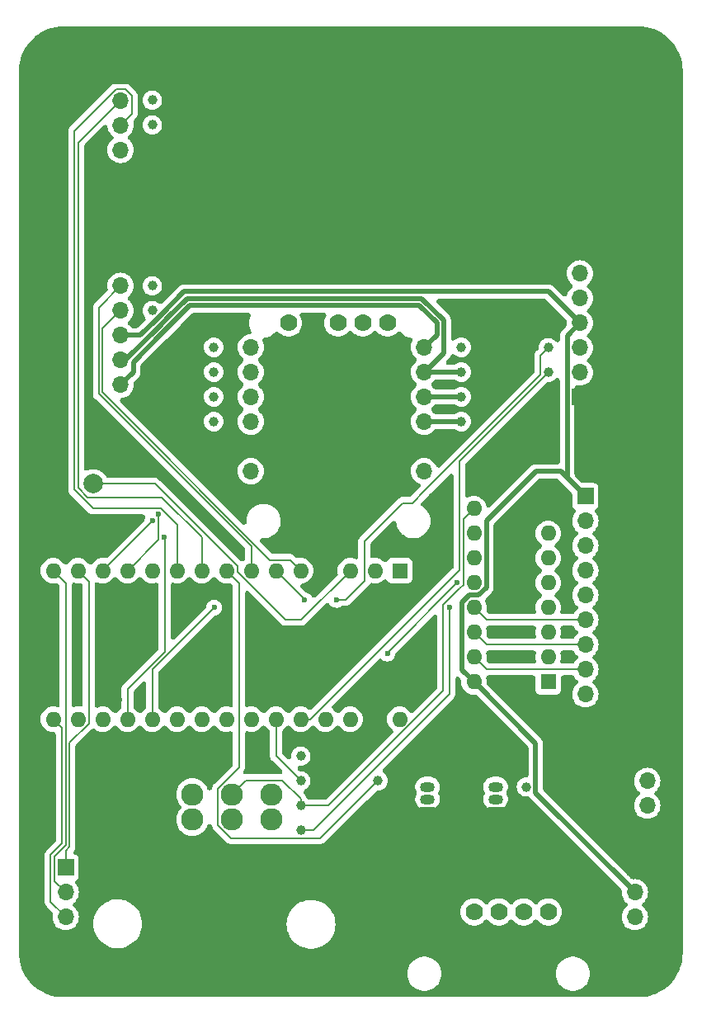
<source format=gbr>
%TF.GenerationSoftware,KiCad,Pcbnew,8.0.1*%
%TF.CreationDate,2024-08-15T18:35:28+01:00*%
%TF.ProjectId,ProjectALIENMainBoard,50726f6a-6563-4744-916c-69656e4d6169,1.0*%
%TF.SameCoordinates,Original*%
%TF.FileFunction,Copper,L2,Bot*%
%TF.FilePolarity,Positive*%
%FSLAX46Y46*%
G04 Gerber Fmt 4.6, Leading zero omitted, Abs format (unit mm)*
G04 Created by KiCad (PCBNEW 8.0.1) date 2024-08-15 18:35:28*
%MOMM*%
%LPD*%
G01*
G04 APERTURE LIST*
%TA.AperFunction,ComponentPad*%
%ADD10C,1.778000*%
%TD*%
%TA.AperFunction,ComponentPad*%
%ADD11C,1.000000*%
%TD*%
%TA.AperFunction,ComponentPad*%
%ADD12R,1.600000X1.600000*%
%TD*%
%TA.AperFunction,ComponentPad*%
%ADD13O,1.600000X1.600000*%
%TD*%
%TA.AperFunction,ComponentPad*%
%ADD14C,5.400000*%
%TD*%
%TA.AperFunction,ComponentPad*%
%ADD15O,1.700000X1.700000*%
%TD*%
%TA.AperFunction,ComponentPad*%
%ADD16R,1.700000X1.700000*%
%TD*%
%TA.AperFunction,ComponentPad*%
%ADD17R,1.500000X1.050000*%
%TD*%
%TA.AperFunction,ComponentPad*%
%ADD18O,1.500000X1.050000*%
%TD*%
%TA.AperFunction,ComponentPad*%
%ADD19C,1.400000*%
%TD*%
%TA.AperFunction,ComponentPad*%
%ADD20C,2.000000*%
%TD*%
%TA.AperFunction,ComponentPad*%
%ADD21R,1.778000X1.778000*%
%TD*%
%TA.AperFunction,ComponentPad*%
%ADD22C,2.286000*%
%TD*%
%TA.AperFunction,ViaPad*%
%ADD23C,0.600000*%
%TD*%
%TA.AperFunction,Conductor*%
%ADD24C,0.200000*%
%TD*%
%TA.AperFunction,Conductor*%
%ADD25C,0.500000*%
%TD*%
G04 APERTURE END LIST*
D10*
%TO.P,J8,1,Pin_1*%
%TO.N,+5V*%
X132080000Y-83820000D03*
%TO.P,J8,2,Pin_2*%
%TO.N,GND*%
X134620000Y-83820000D03*
%TO.P,J8,3,Pin_3*%
%TO.N,I2C_SCL*%
X137160000Y-83820000D03*
%TO.P,J8,4,Pin_4*%
%TO.N,I2C_SDA*%
X139700000Y-83820000D03*
%TO.P,J8,5,Pin_5*%
%TO.N,unconnected-(J8-Pin_5-Pad5)*%
X142240000Y-83820000D03*
%TD*%
D11*
%TO.P,TP9,1,1*%
%TO.N,DIR1*%
X124421974Y-86321974D03*
%TD*%
%TO.P,TP20,1,1*%
%TO.N,ENC2B*%
X158750000Y-88900000D03*
%TD*%
%TO.P,TP11,1,1*%
%TO.N,PWM2*%
X124421974Y-91401974D03*
%TD*%
D12*
%TO.P,A1,1,TX1*%
%TO.N,unconnected-(A1-TX1-Pad1)*%
X143510000Y-109230000D03*
D13*
%TO.P,A1,2,RX1*%
%TO.N,unconnected-(A1-RX1-Pad2)*%
X140970000Y-109230000D03*
%TO.P,A1,3,~{RESET}*%
%TO.N,Net-(A1-~{RESET}-Pad3)*%
X138430000Y-109230000D03*
%TO.P,A1,4,GND*%
%TO.N,GND*%
X135890000Y-109230000D03*
%TO.P,A1,5,D2*%
%TO.N,ENC1A*%
X133350000Y-109230000D03*
%TO.P,A1,6,D3*%
%TO.N,ENC2A*%
X130810000Y-109230000D03*
%TO.P,A1,7,D4*%
%TO.N,ENC1B*%
X128270000Y-109230000D03*
%TO.P,A1,8,D5*%
%TO.N,PIXELS_DATA_3.3V*%
X125730000Y-109230000D03*
%TO.P,A1,9,D6*%
%TO.N,USONIC_ECHO*%
X123190000Y-109230000D03*
%TO.P,A1,10,D7*%
%TO.N,USONIC_TRIG*%
X120650000Y-109230000D03*
%TO.P,A1,11,D8*%
%TO.N,NES_DATA*%
X118110000Y-109230000D03*
%TO.P,A1,12,D9*%
%TO.N,PWM1*%
X115570000Y-109230000D03*
%TO.P,A1,13,D10*%
%TO.N,PWM2*%
X113030000Y-109230000D03*
%TO.P,A1,14,MOSI*%
%TO.N,D11*%
X110490000Y-109230000D03*
%TO.P,A1,15,MISO*%
%TO.N,D12*%
X107950000Y-109230000D03*
%TO.P,A1,16,SCK*%
%TO.N,D13*%
X107950000Y-124470000D03*
%TO.P,A1,17,3V3*%
%TO.N,+3.3V*%
X110490000Y-124470000D03*
%TO.P,A1,18,AREF*%
%TO.N,unconnected-(A1-AREF-Pad18)*%
X113030000Y-124470000D03*
%TO.P,A1,19,A0*%
%TO.N,DIR1*%
X115570000Y-124470000D03*
%TO.P,A1,20,A1*%
%TO.N,DIR2*%
X118110000Y-124470000D03*
%TO.P,A1,21,A2*%
%TO.N,SHIFT_REG_CLOCK*%
X120650000Y-124470000D03*
%TO.P,A1,22,A3*%
%TO.N,SHIFT_REG_LOAD*%
X123190000Y-124470000D03*
%TO.P,A1,23,SDA/A4*%
%TO.N,I2C_SDA*%
X125730000Y-124470000D03*
%TO.P,A1,24,SCL/A5*%
%TO.N,I2C_SCL*%
X128270000Y-124470000D03*
%TO.P,A1,25,A6*%
%TO.N,BUMPER_DATA*%
X130810000Y-124470000D03*
%TO.P,A1,26,A7*%
%TO.N,ENC2B*%
X133350000Y-124470000D03*
%TO.P,A1,27,+5V*%
%TO.N,unconnected-(A1-+5V-Pad27)*%
X135890000Y-124470000D03*
%TO.P,A1,28,~{RESET}*%
%TO.N,unconnected-(A1-~{RESET}-Pad28)*%
X138430000Y-124470000D03*
%TO.P,A1,29,GND*%
%TO.N,GND*%
X140970000Y-124470000D03*
%TO.P,A1,30,VIN*%
%TO.N,+5V*%
X143510000Y-124470000D03*
%TD*%
D14*
%TO.P,H4,1,1*%
%TO.N,GND*%
X163000000Y-72000000D03*
%TD*%
D11*
%TO.P,TP8,1,1*%
%TO.N,SHIFT_REG_CLOCK*%
X133350000Y-135890000D03*
%TD*%
%TO.P,TP12,1,1*%
%TO.N,DIR2*%
X124421974Y-93941974D03*
%TD*%
D15*
%TO.P,M1,12,M1+*%
%TO.N,M1+*%
X146011974Y-86321974D03*
%TO.P,M1,11,M1-*%
%TO.N,M1-*%
X146011974Y-88861974D03*
%TO.P,M1,10,M2+*%
%TO.N,M2+*%
X146011974Y-91401974D03*
%TO.P,M1,9,M2-*%
%TO.N,M2-*%
X146011974Y-93941974D03*
%TO.P,M1,8,GND*%
%TO.N,GND*%
X146011974Y-96481974D03*
%TO.P,M1,7,VM(<12V)*%
%TO.N,+5V*%
X146011974Y-99021974D03*
%TO.P,M1,6,VCC*%
X128231974Y-99021974D03*
%TO.P,M1,5,GND*%
%TO.N,GND*%
X128231974Y-96481974D03*
%TO.P,M1,4,DIR2*%
%TO.N,DIR2*%
X128231974Y-93941974D03*
%TO.P,M1,3,PMW2*%
%TO.N,PWM2*%
X128231974Y-91401974D03*
%TO.P,M1,2,PMW1*%
%TO.N,PWM1*%
X128231974Y-88861974D03*
%TO.P,M1,1,DIR1*%
%TO.N,DIR1*%
X128231974Y-86321974D03*
%TD*%
D11*
%TO.P,TP15,1,1*%
%TO.N,M2+*%
X149821974Y-91401974D03*
%TD*%
D14*
%TO.P,H1,1,1*%
%TO.N,GND*%
X114000000Y-72000000D03*
%TD*%
D11*
%TO.P,TP3,1,1*%
%TO.N,PIXELS_DATA_3.3V*%
X141284399Y-130783321D03*
%TD*%
D14*
%TO.P,H3,1,1*%
%TO.N,GND*%
X163000000Y-130000000D03*
%TD*%
D12*
%TO.P,U1,1,D7*%
%TO.N,Net-(J1-Pin_9)*%
X158750000Y-120650000D03*
D13*
%TO.P,U1,2,Q5*%
%TO.N,unconnected-(U1-Q5-Pad2)*%
X158750000Y-118110000D03*
%TO.P,U1,3,Q7*%
%TO.N,unconnected-(U1-Q7-Pad3)*%
X158750000Y-115570000D03*
%TO.P,U1,4,D3*%
%TO.N,Net-(J1-Pin_5)*%
X158750000Y-113030000D03*
%TO.P,U1,5,D2*%
%TO.N,Net-(J1-Pin_4)*%
X158750000Y-110490000D03*
%TO.P,U1,6,D1*%
%TO.N,Net-(J1-Pin_3)*%
X158750000Y-107950000D03*
%TO.P,U1,7,D0*%
%TO.N,Net-(J1-Pin_2)*%
X158750000Y-105410000D03*
%TO.P,U1,8,VSS*%
%TO.N,GND*%
X158750000Y-102870000D03*
%TO.P,U1,9,PL*%
%TO.N,SHIFT_REG_LOAD*%
X151130000Y-102870000D03*
%TO.P,U1,10,CP*%
%TO.N,SHIFT_REG_CLOCK*%
X151130000Y-105410000D03*
%TO.P,U1,11,DS*%
%TO.N,BUMPER_DATA*%
X151130000Y-107950000D03*
%TO.P,U1,12,Q6*%
%TO.N,unconnected-(U1-Q6-Pad12)*%
X151130000Y-110490000D03*
%TO.P,U1,13,D4*%
%TO.N,Net-(J1-Pin_6)*%
X151130000Y-113030000D03*
%TO.P,U1,14,D5*%
%TO.N,Net-(J1-Pin_7)*%
X151130000Y-115570000D03*
%TO.P,U1,15,D6*%
%TO.N,Net-(J1-Pin_8)*%
X151130000Y-118110000D03*
%TO.P,U1,16,VDD*%
%TO.N,+3.3V*%
X151130000Y-120650000D03*
%TD*%
D11*
%TO.P,TP16,1,1*%
%TO.N,M2-*%
X149821974Y-93941974D03*
%TD*%
D16*
%TO.P,J9,1,Pin_1*%
%TO.N,GND*%
X167640000Y-139700000D03*
D15*
%TO.P,J9,2,Pin_2*%
%TO.N,+3.3V*%
X167640000Y-142240000D03*
%TO.P,J9,3,Pin_3*%
%TO.N,+5V*%
X167640000Y-144780000D03*
%TD*%
D11*
%TO.P,TP2,1,1*%
%TO.N,USONIC_TRIG*%
X118110000Y-63500000D03*
%TD*%
D17*
%TO.P,Q2,1,E*%
%TO.N,GND*%
X153349399Y-133958321D03*
D18*
%TO.P,Q2,2,B*%
%TO.N,Net-(Q2-B)*%
X153349399Y-132688321D03*
%TO.P,Q2,3,C*%
%TO.N,PIXELS_DATA_5V*%
X153349399Y-131418321D03*
%TD*%
D11*
%TO.P,TP7,1,1*%
%TO.N,SHIFT_REG_LOAD*%
X133350000Y-133350000D03*
%TD*%
D19*
%TO.P,GND1,1,1*%
%TO.N,GND*%
X166370000Y-149860000D03*
X168910000Y-149860000D03*
%TD*%
D11*
%TO.P,TP19,1,1*%
%TO.N,ENC2A*%
X158750000Y-86360000D03*
%TD*%
D20*
%TO.P,SW1,1,1*%
%TO.N,GND*%
X106395000Y-100330000D03*
%TO.P,SW1,2,2*%
%TO.N,Net-(A1-~{RESET}-Pad3)*%
X112045000Y-100330000D03*
%TD*%
D11*
%TO.P,TP6,1,1*%
%TO.N,BUMPER_DATA*%
X133350000Y-130810000D03*
%TD*%
%TO.P,TP1,1,1*%
%TO.N,USONIC_ECHO*%
X118110000Y-60960000D03*
%TD*%
%TO.P,TP5,1,1*%
%TO.N,NES_DATA*%
X133350000Y-128270000D03*
%TD*%
%TO.P,TP4,1,1*%
%TO.N,PIXELS_DATA_5V*%
X156524399Y-131418321D03*
%TD*%
%TO.P,TP13,1,1*%
%TO.N,M1+*%
X149821974Y-86321974D03*
%TD*%
D14*
%TO.P,H2,1,1*%
%TO.N,GND*%
X114000000Y-130000000D03*
%TD*%
D11*
%TO.P,TP14,1,1*%
%TO.N,M1-*%
X149821974Y-88861974D03*
%TD*%
%TO.P,TP18,1,1*%
%TO.N,ENC1B*%
X118110000Y-80010000D03*
%TD*%
%TO.P,TP17,1,1*%
%TO.N,ENC1A*%
X118110000Y-82550000D03*
%TD*%
D16*
%TO.P,J1,1,Pin_1*%
%TO.N,+3.3V*%
X162560000Y-101600000D03*
D15*
%TO.P,J1,2,Pin_2*%
%TO.N,Net-(J1-Pin_2)*%
X162560000Y-104140000D03*
%TO.P,J1,3,Pin_3*%
%TO.N,Net-(J1-Pin_3)*%
X162560000Y-106680000D03*
%TO.P,J1,4,Pin_4*%
%TO.N,Net-(J1-Pin_4)*%
X162560000Y-109220000D03*
%TO.P,J1,5,Pin_5*%
%TO.N,Net-(J1-Pin_5)*%
X162560000Y-111760000D03*
%TO.P,J1,6,Pin_6*%
%TO.N,Net-(J1-Pin_6)*%
X162560000Y-114300000D03*
%TO.P,J1,7,Pin_7*%
%TO.N,Net-(J1-Pin_7)*%
X162560000Y-116840000D03*
%TO.P,J1,8,Pin_8*%
%TO.N,Net-(J1-Pin_8)*%
X162560000Y-119380000D03*
%TO.P,J1,9,Pin_9*%
%TO.N,Net-(J1-Pin_9)*%
X162560000Y-121920000D03*
%TD*%
D11*
%TO.P,TP10,1,1*%
%TO.N,PWM1*%
X124421974Y-88861974D03*
%TD*%
D17*
%TO.P,Q1,1,E*%
%TO.N,GND*%
X146364399Y-133958321D03*
D18*
%TO.P,Q1,2,B*%
%TO.N,Net-(Q1-B)*%
X146364399Y-132688321D03*
%TO.P,Q1,3,C*%
%TO.N,Net-(Q1-C)*%
X146364399Y-131418321D03*
%TD*%
D16*
%TO.P,J10,1,Pin_1*%
%TO.N,D11*%
X109220000Y-139700000D03*
D15*
%TO.P,J10,2,Pin_2*%
%TO.N,D12*%
X109220000Y-142240000D03*
%TO.P,J10,3,Pin_3*%
%TO.N,D13*%
X109220000Y-144780000D03*
%TD*%
D16*
%TO.P,J6,1,Pin_1*%
%TO.N,GND*%
X114865000Y-58430000D03*
D15*
%TO.P,J6,2,Pin_2*%
%TO.N,USONIC_ECHO*%
X114865000Y-60970000D03*
%TO.P,J6,3,Pin_3*%
%TO.N,USONIC_TRIG*%
X114865000Y-63510000D03*
%TO.P,J6,4,Pin_4*%
%TO.N,+5V*%
X114865000Y-66050000D03*
%TD*%
D21*
%TO.P,J7,1,Pin_1*%
%TO.N,GND*%
X148590000Y-144250000D03*
D10*
%TO.P,J7,2,Pin_2*%
%TO.N,unconnected-(J7-Pin_2-Pad2)*%
X151130000Y-144250000D03*
%TO.P,J7,3,Pin_3*%
%TO.N,unconnected-(J7-Pin_3-Pad3)*%
X153670000Y-144250000D03*
%TO.P,J7,4,Pin_4*%
%TO.N,unconnected-(J7-Pin_4-Pad4)*%
X156210000Y-144250000D03*
%TO.P,J7,5,Pin_5*%
%TO.N,+5V*%
X158750000Y-144250000D03*
%TD*%
D16*
%TO.P,J4,1,Pin_1*%
%TO.N,GND*%
X161995000Y-91440000D03*
D15*
%TO.P,J4,2,Pin_2*%
%TO.N,ENC2B*%
X161995000Y-88900000D03*
%TO.P,J4,3,Pin_3*%
%TO.N,ENC2A*%
X161995000Y-86360000D03*
%TO.P,J4,4,Pin_4*%
%TO.N,+3.3V*%
X161995000Y-83820000D03*
%TO.P,J4,5,Pin_5*%
%TO.N,M2-*%
X161995000Y-81280000D03*
%TO.P,J4,6,Pin_6*%
%TO.N,M2+*%
X161995000Y-78740000D03*
%TD*%
D16*
%TO.P,J5,1,Pin_1*%
%TO.N,GND*%
X168910000Y-128270000D03*
D15*
%TO.P,J5,2,Pin_2*%
%TO.N,PIXELS_DATA_5V*%
X168910000Y-130810000D03*
%TO.P,J5,3,Pin_3*%
%TO.N,+5V*%
X168910000Y-133350000D03*
%TD*%
D22*
%TO.P,J2,1,GND*%
%TO.N,GND*%
X118162569Y-132179026D03*
%TO.P,J2,2,Clock*%
%TO.N,SHIFT_REG_CLOCK*%
X122226569Y-132179026D03*
%TO.P,J2,3,Load*%
%TO.N,SHIFT_REG_LOAD*%
X126290569Y-132179026D03*
%TO.P,J2,4,Data*%
%TO.N,NES_DATA*%
X130354569Y-132179026D03*
%TO.P,J2,5,NC*%
%TO.N,unconnected-(J2-NC-Pad5)*%
X130354569Y-134790426D03*
%TO.P,J2,6,NC*%
%TO.N,unconnected-(J2-NC-Pad6)*%
X126290569Y-134790426D03*
%TO.P,J2,7,VCC*%
%TO.N,+3.3V*%
X122226569Y-134790426D03*
%TD*%
D16*
%TO.P,J3,1,Pin_1*%
%TO.N,GND*%
X114865000Y-77470000D03*
D15*
%TO.P,J3,2,Pin_2*%
%TO.N,ENC1B*%
X114865000Y-80010000D03*
%TO.P,J3,3,Pin_3*%
%TO.N,ENC1A*%
X114865000Y-82550000D03*
%TO.P,J3,4,Pin_4*%
%TO.N,+3.3V*%
X114865000Y-85090000D03*
%TO.P,J3,5,Pin_5*%
%TO.N,M1-*%
X114865000Y-87630000D03*
%TO.P,J3,6,Pin_6*%
%TO.N,M1+*%
X114865000Y-90170000D03*
%TD*%
D23*
%TO.N,GND*%
X123500000Y-103750000D03*
%TO.N,DIR1*%
X119310000Y-105762500D03*
%TO.N,PWM1*%
X118710000Y-103470000D03*
%TO.N,DIR2*%
X124460000Y-113030000D03*
%TO.N,PWM2*%
X118110000Y-104140000D03*
%TO.N,ENC2A*%
X133750000Y-112250000D03*
X137000000Y-112250000D03*
%TO.N,BUMPER_DATA*%
X142240000Y-117750000D03*
X149430000Y-110490000D03*
%TO.N,SHIFT_REG_CLOCK*%
X148594265Y-113004265D03*
%TO.N,GND*%
X161290000Y-120650000D03*
X116840000Y-121920000D03*
X129540000Y-129540000D03*
X129540000Y-127000000D03*
X156210000Y-115570000D03*
X161290000Y-115570000D03*
X124460000Y-116840000D03*
X119380000Y-121920000D03*
X146050000Y-116840000D03*
X130810000Y-120650000D03*
X118681485Y-127593482D03*
X156210000Y-118110000D03*
X121920000Y-128270000D03*
X153670000Y-110490000D03*
X128000000Y-112000000D03*
X114300000Y-115570000D03*
X161290000Y-118110000D03*
X156210000Y-96520000D03*
X121920000Y-113030000D03*
X120650000Y-96520000D03*
X124460000Y-128270000D03*
X110490000Y-115570000D03*
X114751229Y-122471527D03*
%TD*%
D24*
%TO.N,BUMPER_DATA*%
X142240000Y-117750000D02*
X142240000Y-117680000D01*
X142240000Y-117680000D02*
X149430000Y-110490000D01*
%TO.N,ENC2B*%
X149630000Y-98020000D02*
X158750000Y-88900000D01*
X134334365Y-124470000D02*
X149630000Y-109174365D01*
X133350000Y-124470000D02*
X134334365Y-124470000D01*
X149630000Y-109174365D02*
X149630000Y-98020000D01*
%TO.N,SHIFT_REG_CLOCK*%
X134620000Y-135890000D02*
X133350000Y-135890000D01*
X148590000Y-121920000D02*
X134620000Y-135890000D01*
X148594265Y-113004265D02*
X148590000Y-113008530D01*
X148590000Y-113008530D02*
X148590000Y-121920000D01*
%TO.N,SHIFT_REG_LOAD*%
X136185635Y-133350000D02*
X133350000Y-133350000D01*
X147990000Y-121545635D02*
X136185635Y-133350000D01*
X149678529Y-111090000D02*
X149660000Y-111090000D01*
X150030000Y-103970000D02*
X150030000Y-110738529D01*
X150030000Y-110738529D02*
X149678529Y-111090000D01*
X149660000Y-111090000D02*
X147990000Y-112760000D01*
X151130000Y-102870000D02*
X150030000Y-103970000D01*
X147990000Y-112760000D02*
X147990000Y-121545635D01*
D25*
%TO.N,M1+*%
X119083402Y-84900000D02*
X119079900Y-84900000D01*
X120460000Y-83523403D02*
X119083402Y-84900000D01*
X116165000Y-87814900D02*
X116165000Y-88870000D01*
X120460000Y-83519900D02*
X120460000Y-83523403D01*
X145500000Y-82000000D02*
X121979900Y-82000000D01*
X147320000Y-83820000D02*
X145500000Y-82000000D01*
X119079900Y-84900000D02*
X116165000Y-87814900D01*
X147320000Y-85013948D02*
X147320000Y-83820000D01*
X121979900Y-82000000D02*
X120460000Y-83519900D01*
X146011974Y-86321974D02*
X147320000Y-85013948D01*
X116165000Y-88870000D02*
X114865000Y-90170000D01*
%TO.N,M1-*%
X115359950Y-87630000D02*
X114865000Y-87630000D01*
X118789950Y-84200000D02*
X115359950Y-87630000D01*
X118793453Y-84200000D02*
X118789950Y-84200000D01*
X121689950Y-81300000D02*
X119760000Y-83229950D01*
X119760000Y-83229950D02*
X119760000Y-83233453D01*
X148020000Y-83530050D02*
X145789949Y-81300000D01*
X119760000Y-83233453D02*
X118793453Y-84200000D01*
X146050000Y-88900000D02*
X148020000Y-86930000D01*
X148020000Y-86930000D02*
X148020000Y-83530050D01*
X145789949Y-81300000D02*
X121689950Y-81300000D01*
X146011974Y-88861974D02*
X146050000Y-88900000D01*
%TO.N,+3.3V*%
X121400000Y-80600000D02*
X158775000Y-80600000D01*
X119060000Y-82940000D02*
X121400000Y-80600000D01*
X119060000Y-82943503D02*
X119060000Y-82940000D01*
X118500000Y-83500000D02*
X118503503Y-83500000D01*
X158775000Y-80600000D02*
X161995000Y-83820000D01*
X116910000Y-85090000D02*
X118500000Y-83500000D01*
X118503503Y-83500000D02*
X119060000Y-82943503D01*
X114865000Y-85090000D02*
X116910000Y-85090000D01*
D24*
%TO.N,D13*%
X108820000Y-125340000D02*
X107950000Y-124470000D01*
X107670000Y-138384314D02*
X108820000Y-137234314D01*
X107670000Y-143230000D02*
X107670000Y-138384314D01*
X108820000Y-137234314D02*
X108820000Y-125340000D01*
X109220000Y-144780000D02*
X107670000Y-143230000D01*
%TO.N,D11*%
X111590000Y-110330000D02*
X110490000Y-109230000D01*
X111590000Y-124925635D02*
X111590000Y-110330000D01*
X109620000Y-126895635D02*
X111590000Y-124925635D01*
X109620000Y-137565685D02*
X109620000Y-126895635D01*
X109220000Y-137965686D02*
X109620000Y-137565685D01*
X109220000Y-139700000D02*
X109220000Y-137965686D01*
%TO.N,ENC2A*%
X157950000Y-87160000D02*
X158750000Y-86360000D01*
X157950000Y-89134314D02*
X157950000Y-87160000D01*
X146124314Y-100969999D02*
X146124314Y-100960000D01*
X144804615Y-102289698D02*
X146124314Y-100969999D01*
X139870000Y-106234365D02*
X143814667Y-102289698D01*
X137940000Y-112250000D02*
X139870000Y-110320000D01*
X139870000Y-110320000D02*
X139870000Y-106234365D01*
X137000000Y-112250000D02*
X137940000Y-112250000D01*
X143814667Y-102289698D02*
X144804615Y-102289698D01*
X146124314Y-100960000D02*
X157950000Y-89134314D01*
X133750000Y-112170000D02*
X130810000Y-109230000D01*
X133750000Y-112250000D02*
X133750000Y-112170000D01*
%TO.N,ENC1B*%
X128270000Y-109230000D02*
X128270000Y-106756982D01*
X128270000Y-106756982D02*
X112615000Y-91101980D01*
X112615000Y-82260000D02*
X114865000Y-80010000D01*
X112615000Y-91101980D02*
X112615000Y-82260000D01*
%TO.N,DIR1*%
X119380000Y-117544314D02*
X115570000Y-121354314D01*
X115570000Y-121354314D02*
X115570000Y-124470000D01*
X119380000Y-105832500D02*
X119380000Y-117544314D01*
X119310000Y-105762500D02*
X119380000Y-105832500D01*
%TO.N,PWM1*%
X118710000Y-103470000D02*
X118710000Y-106090000D01*
X118710000Y-106090000D02*
X115570000Y-109230000D01*
%TO.N,D12*%
X109220000Y-110500000D02*
X107950000Y-109230000D01*
X109220000Y-142240000D02*
X108070000Y-141090000D01*
X108070000Y-141090000D02*
X108070000Y-138550000D01*
X108070000Y-138550000D02*
X109220000Y-137400000D01*
X109220000Y-137400000D02*
X109220000Y-110500000D01*
%TO.N,USONIC_ECHO*%
X110490000Y-100754899D02*
X110490000Y-65345000D01*
X119078529Y-101730000D02*
X111465101Y-101730000D01*
X110490000Y-65345000D02*
X114865000Y-60970000D01*
X111465101Y-101730000D02*
X110490000Y-100754899D01*
X123190000Y-105841471D02*
X119078529Y-101730000D01*
X123190000Y-109230000D02*
X123190000Y-105841471D01*
D25*
%TO.N,+3.3V*%
X151130000Y-120650000D02*
X157474399Y-126994399D01*
X151627767Y-111760000D02*
X152400000Y-110987767D01*
X152400000Y-104140000D02*
X157480000Y-99060000D01*
X151130000Y-120650000D02*
X149880000Y-119400000D01*
X160695000Y-99735000D02*
X160695000Y-85120000D01*
X160695000Y-85120000D02*
X161995000Y-83820000D01*
X152400000Y-110987767D02*
X152400000Y-104140000D01*
X150632233Y-111760000D02*
X151627767Y-111760000D01*
X162560000Y-101600000D02*
X160695000Y-99735000D01*
X160020000Y-99060000D02*
X162560000Y-101600000D01*
X149880000Y-112512233D02*
X150632233Y-111760000D01*
X157480000Y-99060000D02*
X160020000Y-99060000D01*
X149880000Y-119400000D02*
X149880000Y-112512233D01*
X157474399Y-132074399D02*
X167640000Y-142240000D01*
X157474399Y-126994399D02*
X157474399Y-132074399D01*
D24*
%TO.N,DIR2*%
X118110000Y-119380000D02*
X118110000Y-124470000D01*
X124460000Y-113030000D02*
X118110000Y-119380000D01*
%TO.N,USONIC_TRIG*%
X114388654Y-59820000D02*
X110090000Y-64118654D01*
X115341346Y-59820000D02*
X114388654Y-59820000D01*
X120650000Y-104561471D02*
X120650000Y-109230000D01*
X112039415Y-102870000D02*
X118958529Y-102870000D01*
X114865000Y-63510000D02*
X116015000Y-62360000D01*
X118958529Y-102870000D02*
X120650000Y-104561471D01*
X116015000Y-62360000D02*
X116015000Y-60493654D01*
X110090000Y-100920585D02*
X112039415Y-102870000D01*
X110090000Y-64118654D02*
X110090000Y-100920585D01*
X116015000Y-60493654D02*
X115341346Y-59820000D01*
%TO.N,PWM2*%
X113030000Y-109220000D02*
X113030000Y-109230000D01*
X118110000Y-104140000D02*
X113030000Y-109220000D01*
%TO.N,Net-(A1-~{RESET}-Pad3)*%
X133360000Y-114300000D02*
X131784365Y-114300000D01*
X126830000Y-109345635D02*
X126830000Y-108774365D01*
X118385635Y-100330000D02*
X112045000Y-100330000D01*
X131784365Y-114300000D02*
X126830000Y-109345635D01*
X126830000Y-108774365D02*
X118385635Y-100330000D01*
X138430000Y-109230000D02*
X133360000Y-114300000D01*
%TO.N,ENC1A*%
X113015000Y-84400000D02*
X114865000Y-82550000D01*
X130208704Y-108130000D02*
X113015000Y-90936295D01*
X133350000Y-109230000D02*
X132250000Y-108130000D01*
X113015000Y-90936295D02*
X113015000Y-84400000D01*
X132250000Y-108130000D02*
X130208704Y-108130000D01*
%TO.N,PIXELS_DATA_3.3V*%
X141284399Y-130783321D02*
X135377720Y-136690000D01*
X127000000Y-129428884D02*
X127000000Y-110500000D01*
X126149432Y-136690000D02*
X124847569Y-135388137D01*
X135377720Y-136690000D02*
X126149432Y-136690000D01*
X127000000Y-110500000D02*
X125730000Y-109230000D01*
X124847569Y-135388137D02*
X124847569Y-131581315D01*
X124847569Y-131581315D02*
X127000000Y-129428884D01*
D25*
%TO.N,M1-*%
X146011974Y-88861974D02*
X149821974Y-88861974D01*
D24*
%TO.N,BUMPER_DATA*%
X133350000Y-130810000D02*
X130810000Y-128270000D01*
X130810000Y-128270000D02*
X130810000Y-124470000D01*
%TO.N,SHIFT_REG_LOAD*%
X131443132Y-130736026D02*
X127733569Y-130736026D01*
X133350000Y-133350000D02*
X133350000Y-132642894D01*
X127733569Y-130736026D02*
X126290569Y-132179026D01*
X133350000Y-132642894D02*
X131443132Y-130736026D01*
%TO.N,Net-(J1-Pin_6)*%
X152400000Y-114300000D02*
X162560000Y-114300000D01*
X151130000Y-113030000D02*
X152400000Y-114300000D01*
%TO.N,Net-(J1-Pin_8)*%
X152400000Y-119380000D02*
X151130000Y-118110000D01*
X162560000Y-119380000D02*
X152400000Y-119380000D01*
%TO.N,Net-(J1-Pin_7)*%
X151130000Y-115570000D02*
X152400000Y-116840000D01*
X152400000Y-116840000D02*
X162560000Y-116840000D01*
D25*
%TO.N,M2+*%
X146011974Y-91401974D02*
X149821974Y-91401974D01*
%TO.N,M2-*%
X146011974Y-93941974D02*
X149821974Y-93941974D01*
%TD*%
%TA.AperFunction,Conductor*%
%TO.N,GND*%
G36*
X147235788Y-113750828D02*
G01*
X147316570Y-113804804D01*
X147370546Y-113885586D01*
X147389500Y-113980874D01*
X147389500Y-121193759D01*
X147370546Y-121289047D01*
X147316570Y-121369829D01*
X144944531Y-123741867D01*
X144863749Y-123795843D01*
X144768461Y-123814797D01*
X144673173Y-123795843D01*
X144592391Y-123741867D01*
X144564491Y-123708616D01*
X144510049Y-123630864D01*
X144510047Y-123630861D01*
X144349139Y-123469953D01*
X144349135Y-123469950D01*
X144349134Y-123469949D01*
X144162741Y-123339436D01*
X144162727Y-123339428D01*
X143956499Y-123243262D01*
X143956496Y-123243261D01*
X143736694Y-123184365D01*
X143736679Y-123184363D01*
X143510006Y-123164532D01*
X143509994Y-123164532D01*
X143283320Y-123184363D01*
X143283305Y-123184365D01*
X143063503Y-123243261D01*
X143063500Y-123243262D01*
X142857272Y-123339428D01*
X142857258Y-123339436D01*
X142670865Y-123469949D01*
X142509949Y-123630865D01*
X142379436Y-123817258D01*
X142379428Y-123817272D01*
X142283262Y-124023500D01*
X142283261Y-124023503D01*
X142224365Y-124243305D01*
X142224363Y-124243320D01*
X142204532Y-124469994D01*
X142204532Y-124470005D01*
X142224363Y-124696679D01*
X142224365Y-124696694D01*
X142283261Y-124916496D01*
X142283262Y-124916499D01*
X142379428Y-125122727D01*
X142379436Y-125122741D01*
X142443970Y-125214905D01*
X142509953Y-125309139D01*
X142670861Y-125470047D01*
X142670864Y-125470049D01*
X142748616Y-125524491D01*
X142815801Y-125594672D01*
X142851014Y-125685221D01*
X142848895Y-125782353D01*
X142809767Y-125871280D01*
X142781867Y-125904531D01*
X136009830Y-132676570D01*
X135929048Y-132730546D01*
X135833760Y-132749500D01*
X134269241Y-132749500D01*
X134173953Y-132730546D01*
X134093171Y-132676570D01*
X134076761Y-132658464D01*
X134060883Y-132639117D01*
X134007083Y-132594963D01*
X133945450Y-132519860D01*
X133924535Y-132466934D01*
X133923624Y-132463533D01*
X133909577Y-132411110D01*
X133905671Y-132404345D01*
X133830521Y-132274180D01*
X133830520Y-132274178D01*
X133685669Y-132129327D01*
X133631696Y-132048549D01*
X133612742Y-131953261D01*
X133631696Y-131857973D01*
X133685672Y-131777191D01*
X133744364Y-131733663D01*
X133881476Y-131660375D01*
X133908538Y-131645910D01*
X134060883Y-131520883D01*
X134185910Y-131368538D01*
X134269263Y-131212596D01*
X134278811Y-131194733D01*
X134278811Y-131194731D01*
X134278814Y-131194727D01*
X134336024Y-131006132D01*
X134355341Y-130810000D01*
X134336024Y-130613868D01*
X134278814Y-130425273D01*
X134278812Y-130425270D01*
X134278811Y-130425266D01*
X134185911Y-130251463D01*
X134090762Y-130135525D01*
X134060883Y-130099117D01*
X133908538Y-129974090D01*
X133908539Y-129974090D01*
X133908536Y-129974088D01*
X133734733Y-129881188D01*
X133734725Y-129881185D01*
X133546131Y-129823975D01*
X133350001Y-129804659D01*
X133349998Y-129804659D01*
X133325091Y-129807112D01*
X133228403Y-129797589D01*
X133142721Y-129751790D01*
X133124616Y-129735381D01*
X133081774Y-129692539D01*
X133027798Y-129611757D01*
X133008844Y-129516469D01*
X133027798Y-129421181D01*
X133081774Y-129340399D01*
X133162556Y-129286423D01*
X133257844Y-129267469D01*
X133282242Y-129268667D01*
X133350000Y-129275341D01*
X133546132Y-129256024D01*
X133734727Y-129198814D01*
X133908538Y-129105910D01*
X134060883Y-128980883D01*
X134185910Y-128828538D01*
X134278814Y-128654727D01*
X134336024Y-128466132D01*
X134355341Y-128270000D01*
X134336024Y-128073868D01*
X134278814Y-127885273D01*
X134278812Y-127885270D01*
X134278811Y-127885266D01*
X134185911Y-127711463D01*
X134060885Y-127559120D01*
X134060883Y-127559117D01*
X133908538Y-127434090D01*
X133908539Y-127434090D01*
X133908536Y-127434088D01*
X133734733Y-127341188D01*
X133734725Y-127341185D01*
X133546131Y-127283975D01*
X133350000Y-127264659D01*
X133153868Y-127283975D01*
X132965274Y-127341185D01*
X132965266Y-127341188D01*
X132791463Y-127434088D01*
X132639120Y-127559114D01*
X132639114Y-127559120D01*
X132514088Y-127711463D01*
X132421188Y-127885266D01*
X132421185Y-127885274D01*
X132363975Y-128073868D01*
X132344659Y-128270000D01*
X132344659Y-128270002D01*
X132351331Y-128337751D01*
X132341807Y-128434438D01*
X132296008Y-128520121D01*
X132220906Y-128581754D01*
X132127934Y-128609956D01*
X132031247Y-128600432D01*
X131945564Y-128554633D01*
X131927460Y-128538225D01*
X131483430Y-128094195D01*
X131429454Y-128013413D01*
X131410500Y-127918125D01*
X131410500Y-125766764D01*
X131429454Y-125671476D01*
X131483430Y-125590694D01*
X131516681Y-125562794D01*
X131571384Y-125524491D01*
X131649139Y-125470047D01*
X131810047Y-125309139D01*
X131876031Y-125214902D01*
X131946211Y-125147719D01*
X132036760Y-125112506D01*
X132133892Y-125114625D01*
X132222819Y-125153753D01*
X132283968Y-125214902D01*
X132349953Y-125309139D01*
X132510861Y-125470047D01*
X132510864Y-125470049D01*
X132510865Y-125470050D01*
X132697258Y-125600563D01*
X132697262Y-125600565D01*
X132697266Y-125600568D01*
X132697270Y-125600569D01*
X132697272Y-125600571D01*
X132821008Y-125658270D01*
X132903504Y-125696739D01*
X133123308Y-125755635D01*
X133142984Y-125757356D01*
X133349994Y-125775468D01*
X133350000Y-125775468D01*
X133350006Y-125775468D01*
X133529668Y-125759749D01*
X133576692Y-125755635D01*
X133796496Y-125696739D01*
X134002734Y-125600568D01*
X134189139Y-125470047D01*
X134350047Y-125309139D01*
X134416033Y-125214899D01*
X134486209Y-125147720D01*
X134576757Y-125112506D01*
X134673889Y-125114625D01*
X134762817Y-125153752D01*
X134823968Y-125214903D01*
X134889949Y-125309134D01*
X134889953Y-125309139D01*
X135050861Y-125470047D01*
X135050864Y-125470049D01*
X135050865Y-125470050D01*
X135237258Y-125600563D01*
X135237262Y-125600565D01*
X135237266Y-125600568D01*
X135237270Y-125600569D01*
X135237272Y-125600571D01*
X135361008Y-125658270D01*
X135443504Y-125696739D01*
X135663308Y-125755635D01*
X135682984Y-125757356D01*
X135889994Y-125775468D01*
X135890000Y-125775468D01*
X135890006Y-125775468D01*
X136069668Y-125759749D01*
X136116692Y-125755635D01*
X136336496Y-125696739D01*
X136542734Y-125600568D01*
X136729139Y-125470047D01*
X136890047Y-125309139D01*
X136956031Y-125214902D01*
X137026211Y-125147719D01*
X137116760Y-125112506D01*
X137213892Y-125114625D01*
X137302819Y-125153753D01*
X137363968Y-125214902D01*
X137429953Y-125309139D01*
X137590861Y-125470047D01*
X137590864Y-125470049D01*
X137590865Y-125470050D01*
X137777258Y-125600563D01*
X137777262Y-125600565D01*
X137777266Y-125600568D01*
X137777270Y-125600569D01*
X137777272Y-125600571D01*
X137901008Y-125658270D01*
X137983504Y-125696739D01*
X138203308Y-125755635D01*
X138222984Y-125757356D01*
X138429994Y-125775468D01*
X138430000Y-125775468D01*
X138430006Y-125775468D01*
X138609668Y-125759749D01*
X138656692Y-125755635D01*
X138876496Y-125696739D01*
X139082734Y-125600568D01*
X139269139Y-125470047D01*
X139430047Y-125309139D01*
X139560568Y-125122734D01*
X139656739Y-124916496D01*
X139715635Y-124696692D01*
X139735468Y-124470000D01*
X139735468Y-124469994D01*
X139715636Y-124243320D01*
X139715635Y-124243308D01*
X139656739Y-124023504D01*
X139560568Y-123817266D01*
X139560565Y-123817262D01*
X139560563Y-123817258D01*
X139430050Y-123630865D01*
X139430049Y-123630864D01*
X139430047Y-123630861D01*
X139269139Y-123469953D01*
X139269135Y-123469950D01*
X139269134Y-123469949D01*
X139082741Y-123339436D01*
X139082727Y-123339428D01*
X138876499Y-123243262D01*
X138876496Y-123243261D01*
X138656694Y-123184365D01*
X138656679Y-123184363D01*
X138430006Y-123164532D01*
X138429994Y-123164532D01*
X138203320Y-123184363D01*
X138203305Y-123184365D01*
X137983503Y-123243261D01*
X137983500Y-123243262D01*
X137777272Y-123339428D01*
X137777258Y-123339436D01*
X137590865Y-123469949D01*
X137429949Y-123630865D01*
X137363969Y-123725096D01*
X137293788Y-123792280D01*
X137203239Y-123827493D01*
X137106107Y-123825374D01*
X137017180Y-123786245D01*
X136956031Y-123725096D01*
X136890050Y-123630865D01*
X136890049Y-123630864D01*
X136890047Y-123630861D01*
X136729139Y-123469953D01*
X136729135Y-123469950D01*
X136729134Y-123469949D01*
X136651381Y-123415506D01*
X136584197Y-123345325D01*
X136548984Y-123254776D01*
X136551103Y-123157644D01*
X136590232Y-123068717D01*
X136618125Y-123035473D01*
X141329691Y-118323908D01*
X141410473Y-118269932D01*
X141505761Y-118250978D01*
X141601049Y-118269932D01*
X141681827Y-118323905D01*
X141737738Y-118379816D01*
X141737740Y-118379817D01*
X141737742Y-118379819D01*
X141890470Y-118475785D01*
X141890473Y-118475786D01*
X141890478Y-118475789D01*
X142060745Y-118535368D01*
X142060754Y-118535369D01*
X142239996Y-118555565D01*
X142240000Y-118555565D01*
X142240004Y-118555565D01*
X142379908Y-118539801D01*
X142419255Y-118535368D01*
X142589522Y-118475789D01*
X142589527Y-118475785D01*
X142589529Y-118475785D01*
X142742257Y-118379819D01*
X142742256Y-118379819D01*
X142742262Y-118379816D01*
X142869816Y-118252262D01*
X142932036Y-118153240D01*
X142965785Y-118099529D01*
X142965785Y-118099527D01*
X142965789Y-118099522D01*
X143025368Y-117929255D01*
X143039153Y-117806904D01*
X143068655Y-117714342D01*
X143110513Y-117658720D01*
X146964432Y-113804802D01*
X147045212Y-113750828D01*
X147140500Y-113731874D01*
X147235788Y-113750828D01*
G37*
%TD.AperFunction*%
%TA.AperFunction,Conductor*%
G36*
X129593892Y-125114625D02*
G01*
X129682819Y-125153753D01*
X129743968Y-125214902D01*
X129809953Y-125309139D01*
X129970861Y-125470047D01*
X129970864Y-125470049D01*
X130103319Y-125562794D01*
X130170504Y-125632975D01*
X130205717Y-125723524D01*
X130209500Y-125766764D01*
X130209500Y-128175665D01*
X130209499Y-128175683D01*
X130209499Y-128349057D01*
X130250421Y-128501781D01*
X130250422Y-128501784D01*
X130279357Y-128551900D01*
X130279360Y-128551904D01*
X130329480Y-128638716D01*
X130441284Y-128750520D01*
X130441286Y-128750521D01*
X131401221Y-129710456D01*
X131455197Y-129791238D01*
X131474151Y-129886526D01*
X131455197Y-129981814D01*
X131401221Y-130062596D01*
X131320439Y-130116572D01*
X131225151Y-130135526D01*
X127716698Y-130135526D01*
X127621410Y-130116572D01*
X127540628Y-130062596D01*
X127486652Y-129981814D01*
X127467698Y-129886526D01*
X127486652Y-129791238D01*
X127501053Y-129762034D01*
X127506967Y-129751790D01*
X127530636Y-129710792D01*
X127530639Y-129710789D01*
X127530638Y-129710789D01*
X127530639Y-129710788D01*
X127559577Y-129660669D01*
X127600499Y-129507943D01*
X127600500Y-129507943D01*
X127600500Y-125961488D01*
X127619454Y-125866200D01*
X127673430Y-125785418D01*
X127754212Y-125731442D01*
X127849500Y-125712488D01*
X127913940Y-125720971D01*
X128043308Y-125755635D01*
X128062984Y-125757356D01*
X128269994Y-125775468D01*
X128270000Y-125775468D01*
X128270006Y-125775468D01*
X128449668Y-125759749D01*
X128496692Y-125755635D01*
X128716496Y-125696739D01*
X128922734Y-125600568D01*
X129109139Y-125470047D01*
X129270047Y-125309139D01*
X129336031Y-125214902D01*
X129406211Y-125147719D01*
X129496760Y-125112506D01*
X129593892Y-125114625D01*
G37*
%TD.AperFunction*%
%TA.AperFunction,Conductor*%
G36*
X116893892Y-109874625D02*
G01*
X116982819Y-109913753D01*
X117043968Y-109974902D01*
X117109953Y-110069139D01*
X117270861Y-110230047D01*
X117270864Y-110230049D01*
X117270865Y-110230050D01*
X117457258Y-110360563D01*
X117457262Y-110360565D01*
X117457266Y-110360568D01*
X117663504Y-110456739D01*
X117883308Y-110515635D01*
X117902984Y-110517356D01*
X118109994Y-110535468D01*
X118110000Y-110535468D01*
X118110006Y-110535468D01*
X118298287Y-110518995D01*
X118336692Y-110515635D01*
X118466057Y-110480971D01*
X118563001Y-110474618D01*
X118655000Y-110505848D01*
X118728045Y-110569907D01*
X118771016Y-110657042D01*
X118779500Y-110721488D01*
X118779500Y-117192438D01*
X118760546Y-117287726D01*
X118706570Y-117368508D01*
X115201286Y-120873792D01*
X115201284Y-120873794D01*
X115201283Y-120873793D01*
X115089480Y-120985597D01*
X115089477Y-120985601D01*
X115053108Y-121048596D01*
X115053107Y-121048598D01*
X115010423Y-121122526D01*
X115010422Y-121122529D01*
X114969499Y-121275257D01*
X114969499Y-121453436D01*
X114969500Y-121453449D01*
X114969500Y-123173236D01*
X114950546Y-123268524D01*
X114896570Y-123349306D01*
X114863319Y-123377206D01*
X114730864Y-123469950D01*
X114569949Y-123630865D01*
X114503969Y-123725096D01*
X114433788Y-123792280D01*
X114343239Y-123827493D01*
X114246107Y-123825374D01*
X114157180Y-123786245D01*
X114096031Y-123725096D01*
X114030050Y-123630865D01*
X114030049Y-123630864D01*
X114030047Y-123630861D01*
X113869139Y-123469953D01*
X113869135Y-123469950D01*
X113869134Y-123469949D01*
X113682741Y-123339436D01*
X113682727Y-123339428D01*
X113476499Y-123243262D01*
X113476496Y-123243261D01*
X113256694Y-123184365D01*
X113256679Y-123184363D01*
X113030006Y-123164532D01*
X113029994Y-123164532D01*
X112803320Y-123184363D01*
X112803305Y-123184365D01*
X112583503Y-123243261D01*
X112544731Y-123261341D01*
X112450360Y-123284433D01*
X112354336Y-123269653D01*
X112271277Y-123219251D01*
X112213829Y-123140901D01*
X112190737Y-123046530D01*
X112190500Y-123035670D01*
X112190500Y-110664329D01*
X112209454Y-110569041D01*
X112263430Y-110488259D01*
X112344212Y-110434283D01*
X112439500Y-110415329D01*
X112534788Y-110434283D01*
X112544712Y-110438649D01*
X112583504Y-110456739D01*
X112803308Y-110515635D01*
X112822984Y-110517356D01*
X113029994Y-110535468D01*
X113030000Y-110535468D01*
X113030006Y-110535468D01*
X113218287Y-110518995D01*
X113256692Y-110515635D01*
X113476496Y-110456739D01*
X113682734Y-110360568D01*
X113869139Y-110230047D01*
X114030047Y-110069139D01*
X114096031Y-109974902D01*
X114166211Y-109907719D01*
X114256760Y-109872506D01*
X114353892Y-109874625D01*
X114442819Y-109913753D01*
X114503968Y-109974902D01*
X114569953Y-110069139D01*
X114730861Y-110230047D01*
X114730864Y-110230049D01*
X114730865Y-110230050D01*
X114917258Y-110360563D01*
X114917262Y-110360565D01*
X114917266Y-110360568D01*
X115123504Y-110456739D01*
X115343308Y-110515635D01*
X115362984Y-110517356D01*
X115569994Y-110535468D01*
X115570000Y-110535468D01*
X115570006Y-110535468D01*
X115758287Y-110518995D01*
X115796692Y-110515635D01*
X116016496Y-110456739D01*
X116222734Y-110360568D01*
X116409139Y-110230047D01*
X116570047Y-110069139D01*
X116636031Y-109974902D01*
X116706211Y-109907719D01*
X116796760Y-109872506D01*
X116893892Y-109874625D01*
G37*
%TD.AperFunction*%
%TA.AperFunction,Conductor*%
G36*
X117355788Y-120635143D02*
G01*
X117436570Y-120689119D01*
X117490546Y-120769901D01*
X117509500Y-120865189D01*
X117509500Y-123173236D01*
X117490546Y-123268524D01*
X117436570Y-123349306D01*
X117403319Y-123377206D01*
X117270864Y-123469950D01*
X117109949Y-123630865D01*
X117043969Y-123725096D01*
X116973788Y-123792280D01*
X116883239Y-123827493D01*
X116786107Y-123825374D01*
X116697180Y-123786245D01*
X116636031Y-123725096D01*
X116570050Y-123630865D01*
X116570049Y-123630864D01*
X116570047Y-123630861D01*
X116409139Y-123469953D01*
X116409133Y-123469949D01*
X116276681Y-123377206D01*
X116209496Y-123307025D01*
X116174283Y-123216476D01*
X116170500Y-123173236D01*
X116170500Y-121706189D01*
X116189454Y-121610901D01*
X116243430Y-121530119D01*
X117084430Y-120689119D01*
X117165212Y-120635143D01*
X117260500Y-120616189D01*
X117355788Y-120635143D01*
G37*
%TD.AperFunction*%
%TA.AperFunction,Conductor*%
G36*
X124513892Y-109874625D02*
G01*
X124602819Y-109913753D01*
X124663968Y-109974902D01*
X124729953Y-110069139D01*
X124890861Y-110230047D01*
X124890864Y-110230049D01*
X124890865Y-110230050D01*
X125077258Y-110360563D01*
X125077262Y-110360565D01*
X125077266Y-110360568D01*
X125283504Y-110456739D01*
X125503308Y-110515635D01*
X125522984Y-110517356D01*
X125729994Y-110535468D01*
X125730000Y-110535468D01*
X125730006Y-110535468D01*
X125918287Y-110518995D01*
X125956692Y-110515635D01*
X125983221Y-110508526D01*
X126080160Y-110502170D01*
X126172160Y-110533397D01*
X126223736Y-110572971D01*
X126326570Y-110675805D01*
X126380546Y-110756587D01*
X126399500Y-110851875D01*
X126399500Y-122978511D01*
X126380546Y-123073799D01*
X126326570Y-123154581D01*
X126245788Y-123208557D01*
X126150500Y-123227511D01*
X126086056Y-123219027D01*
X125956697Y-123184366D01*
X125956693Y-123184365D01*
X125956692Y-123184365D01*
X125956689Y-123184364D01*
X125956679Y-123184363D01*
X125730006Y-123164532D01*
X125729994Y-123164532D01*
X125503320Y-123184363D01*
X125503305Y-123184365D01*
X125283503Y-123243261D01*
X125283500Y-123243262D01*
X125077272Y-123339428D01*
X125077258Y-123339436D01*
X124890865Y-123469949D01*
X124729949Y-123630865D01*
X124663969Y-123725096D01*
X124593788Y-123792280D01*
X124503239Y-123827493D01*
X124406107Y-123825374D01*
X124317180Y-123786245D01*
X124256031Y-123725096D01*
X124190050Y-123630865D01*
X124190049Y-123630864D01*
X124190047Y-123630861D01*
X124029139Y-123469953D01*
X124029135Y-123469950D01*
X124029134Y-123469949D01*
X123842741Y-123339436D01*
X123842727Y-123339428D01*
X123636499Y-123243262D01*
X123636496Y-123243261D01*
X123416694Y-123184365D01*
X123416679Y-123184363D01*
X123190006Y-123164532D01*
X123189994Y-123164532D01*
X122963320Y-123184363D01*
X122963305Y-123184365D01*
X122743503Y-123243261D01*
X122743500Y-123243262D01*
X122537272Y-123339428D01*
X122537258Y-123339436D01*
X122350865Y-123469949D01*
X122189949Y-123630865D01*
X122123969Y-123725096D01*
X122053788Y-123792280D01*
X121963239Y-123827493D01*
X121866107Y-123825374D01*
X121777180Y-123786245D01*
X121716031Y-123725096D01*
X121650050Y-123630865D01*
X121650049Y-123630864D01*
X121650047Y-123630861D01*
X121489139Y-123469953D01*
X121489135Y-123469950D01*
X121489134Y-123469949D01*
X121302741Y-123339436D01*
X121302727Y-123339428D01*
X121096499Y-123243262D01*
X121096496Y-123243261D01*
X120876694Y-123184365D01*
X120876679Y-123184363D01*
X120650006Y-123164532D01*
X120649994Y-123164532D01*
X120423320Y-123184363D01*
X120423305Y-123184365D01*
X120203503Y-123243261D01*
X120203500Y-123243262D01*
X119997272Y-123339428D01*
X119997258Y-123339436D01*
X119810865Y-123469949D01*
X119649949Y-123630865D01*
X119583969Y-123725096D01*
X119513788Y-123792280D01*
X119423239Y-123827493D01*
X119326107Y-123825374D01*
X119237180Y-123786245D01*
X119176031Y-123725096D01*
X119110050Y-123630865D01*
X119110049Y-123630864D01*
X119110047Y-123630861D01*
X118949139Y-123469953D01*
X118949133Y-123469949D01*
X118816681Y-123377206D01*
X118749496Y-123307025D01*
X118714283Y-123216476D01*
X118710500Y-123173236D01*
X118710500Y-119731874D01*
X118729454Y-119636586D01*
X118783428Y-119555806D01*
X124447608Y-113891625D01*
X124528387Y-113837652D01*
X124595795Y-113820264D01*
X124639255Y-113815368D01*
X124809522Y-113755789D01*
X124809527Y-113755785D01*
X124809529Y-113755785D01*
X124962257Y-113659819D01*
X124962256Y-113659819D01*
X124962262Y-113659816D01*
X125089816Y-113532262D01*
X125181685Y-113386054D01*
X125185785Y-113379529D01*
X125185785Y-113379527D01*
X125185789Y-113379522D01*
X125245368Y-113209255D01*
X125253987Y-113132758D01*
X125265565Y-113030003D01*
X125265565Y-113029996D01*
X125245369Y-112850754D01*
X125245368Y-112850745D01*
X125185789Y-112680478D01*
X125185786Y-112680473D01*
X125185785Y-112680470D01*
X125089819Y-112527742D01*
X125089817Y-112527740D01*
X125089816Y-112527738D01*
X124962262Y-112400184D01*
X124962259Y-112400182D01*
X124962257Y-112400180D01*
X124809529Y-112304214D01*
X124809524Y-112304212D01*
X124809522Y-112304211D01*
X124639255Y-112244632D01*
X124639251Y-112244631D01*
X124639245Y-112244630D01*
X124460004Y-112224435D01*
X124459996Y-112224435D01*
X124280754Y-112244630D01*
X124280746Y-112244631D01*
X124280745Y-112244632D01*
X124110478Y-112304211D01*
X124110476Y-112304211D01*
X124110476Y-112304212D01*
X124110470Y-112304214D01*
X123957742Y-112400180D01*
X123830180Y-112527742D01*
X123734214Y-112680470D01*
X123734211Y-112680476D01*
X123734211Y-112680478D01*
X123674718Y-112850501D01*
X123674632Y-112850746D01*
X123674630Y-112850754D01*
X123669735Y-112894201D01*
X123640232Y-112986768D01*
X123598371Y-113042392D01*
X120405570Y-116235194D01*
X120324788Y-116289170D01*
X120229500Y-116308124D01*
X120134212Y-116289170D01*
X120053430Y-116235194D01*
X119999454Y-116154412D01*
X119980500Y-116059124D01*
X119980500Y-110721488D01*
X119999454Y-110626200D01*
X120053430Y-110545418D01*
X120134212Y-110491442D01*
X120229500Y-110472488D01*
X120293940Y-110480971D01*
X120423308Y-110515635D01*
X120442984Y-110517356D01*
X120649994Y-110535468D01*
X120650000Y-110535468D01*
X120650006Y-110535468D01*
X120838287Y-110518995D01*
X120876692Y-110515635D01*
X121096496Y-110456739D01*
X121302734Y-110360568D01*
X121489139Y-110230047D01*
X121650047Y-110069139D01*
X121716031Y-109974902D01*
X121786211Y-109907719D01*
X121876760Y-109872506D01*
X121973892Y-109874625D01*
X122062819Y-109913753D01*
X122123968Y-109974902D01*
X122189953Y-110069139D01*
X122350861Y-110230047D01*
X122350864Y-110230049D01*
X122350865Y-110230050D01*
X122537258Y-110360563D01*
X122537262Y-110360565D01*
X122537266Y-110360568D01*
X122743504Y-110456739D01*
X122963308Y-110515635D01*
X122982984Y-110517356D01*
X123189994Y-110535468D01*
X123190000Y-110535468D01*
X123190006Y-110535468D01*
X123378287Y-110518995D01*
X123416692Y-110515635D01*
X123636496Y-110456739D01*
X123842734Y-110360568D01*
X124029139Y-110230047D01*
X124190047Y-110069139D01*
X124256031Y-109974902D01*
X124326211Y-109907719D01*
X124416760Y-109872506D01*
X124513892Y-109874625D01*
G37*
%TD.AperFunction*%
%TA.AperFunction,Conductor*%
G36*
X148875788Y-99275142D02*
G01*
X148956570Y-99329118D01*
X149010546Y-99409900D01*
X149029500Y-99505188D01*
X149029500Y-108822490D01*
X149010546Y-108917778D01*
X148956570Y-108998560D01*
X134510997Y-123444132D01*
X134430215Y-123498108D01*
X134334927Y-123517062D01*
X134239639Y-123498108D01*
X134192107Y-123472031D01*
X134002741Y-123339436D01*
X134002727Y-123339428D01*
X133796499Y-123243262D01*
X133796496Y-123243261D01*
X133576694Y-123184365D01*
X133576679Y-123184363D01*
X133350006Y-123164532D01*
X133349994Y-123164532D01*
X133123320Y-123184363D01*
X133123305Y-123184365D01*
X132903503Y-123243261D01*
X132903500Y-123243262D01*
X132697272Y-123339428D01*
X132697258Y-123339436D01*
X132510865Y-123469949D01*
X132349949Y-123630865D01*
X132283969Y-123725096D01*
X132213788Y-123792280D01*
X132123239Y-123827493D01*
X132026107Y-123825374D01*
X131937180Y-123786245D01*
X131876031Y-123725096D01*
X131810050Y-123630865D01*
X131810049Y-123630864D01*
X131810047Y-123630861D01*
X131649139Y-123469953D01*
X131649135Y-123469950D01*
X131649134Y-123469949D01*
X131462741Y-123339436D01*
X131462727Y-123339428D01*
X131256499Y-123243262D01*
X131256496Y-123243261D01*
X131036694Y-123184365D01*
X131036679Y-123184363D01*
X130810006Y-123164532D01*
X130809994Y-123164532D01*
X130583320Y-123184363D01*
X130583305Y-123184365D01*
X130363503Y-123243261D01*
X130363500Y-123243262D01*
X130157272Y-123339428D01*
X130157258Y-123339436D01*
X129970865Y-123469949D01*
X129809949Y-123630865D01*
X129743969Y-123725096D01*
X129673788Y-123792280D01*
X129583239Y-123827493D01*
X129486107Y-123825374D01*
X129397180Y-123786245D01*
X129336031Y-123725096D01*
X129270050Y-123630865D01*
X129270049Y-123630864D01*
X129270047Y-123630861D01*
X129109139Y-123469953D01*
X129109135Y-123469950D01*
X129109134Y-123469949D01*
X128922741Y-123339436D01*
X128922727Y-123339428D01*
X128716499Y-123243262D01*
X128716496Y-123243261D01*
X128496694Y-123184365D01*
X128496679Y-123184363D01*
X128270006Y-123164532D01*
X128269994Y-123164532D01*
X128043320Y-123184363D01*
X128043302Y-123184366D01*
X127913944Y-123219027D01*
X127816997Y-123225381D01*
X127724998Y-123194150D01*
X127651954Y-123130091D01*
X127608984Y-123042955D01*
X127600500Y-122978511D01*
X127600500Y-111566510D01*
X127619454Y-111471222D01*
X127673430Y-111390440D01*
X127754212Y-111336464D01*
X127849500Y-111317510D01*
X127944788Y-111336464D01*
X128025570Y-111390440D01*
X131303843Y-114668713D01*
X131303845Y-114668716D01*
X131415649Y-114780520D01*
X131502456Y-114830637D01*
X131502459Y-114830639D01*
X131552573Y-114859573D01*
X131552580Y-114859577D01*
X131616537Y-114876714D01*
X131705304Y-114900499D01*
X131705306Y-114900500D01*
X131705308Y-114900500D01*
X131863422Y-114900500D01*
X133265666Y-114900500D01*
X133265682Y-114900501D01*
X133280943Y-114900501D01*
X133439056Y-114900501D01*
X133439057Y-114900501D01*
X133591785Y-114859577D01*
X133641904Y-114830639D01*
X133728716Y-114780520D01*
X133840520Y-114668716D01*
X133840520Y-114668714D01*
X133860980Y-114648255D01*
X133861000Y-114648233D01*
X135912777Y-112596456D01*
X135993556Y-112542483D01*
X136088844Y-112523529D01*
X136184132Y-112542483D01*
X136264914Y-112596459D01*
X136299678Y-112640053D01*
X136370180Y-112752257D01*
X136370182Y-112752259D01*
X136370184Y-112752262D01*
X136497738Y-112879816D01*
X136497740Y-112879817D01*
X136497742Y-112879819D01*
X136650470Y-112975785D01*
X136650473Y-112975786D01*
X136650478Y-112975789D01*
X136820745Y-113035368D01*
X136820754Y-113035369D01*
X136999996Y-113055565D01*
X137000000Y-113055565D01*
X137000004Y-113055565D01*
X137139908Y-113039801D01*
X137179255Y-113035368D01*
X137349522Y-112975789D01*
X137476173Y-112896209D01*
X137488178Y-112888666D01*
X137578945Y-112854018D01*
X137620654Y-112850500D01*
X137845666Y-112850500D01*
X137845682Y-112850501D01*
X137860943Y-112850501D01*
X138019056Y-112850501D01*
X138019057Y-112850501D01*
X138171785Y-112809577D01*
X138218427Y-112782647D01*
X138239458Y-112770506D01*
X138239460Y-112770504D01*
X138239466Y-112770501D01*
X138308716Y-112730520D01*
X138420520Y-112618716D01*
X138420521Y-112618713D01*
X140238713Y-110800521D01*
X140238716Y-110800520D01*
X140350520Y-110688716D01*
X140394151Y-110613142D01*
X140458206Y-110540100D01*
X140545341Y-110497128D01*
X140642288Y-110490773D01*
X140674231Y-110497126D01*
X140743308Y-110515635D01*
X140762984Y-110517356D01*
X140969994Y-110535468D01*
X140970000Y-110535468D01*
X140970006Y-110535468D01*
X141158287Y-110518995D01*
X141196692Y-110515635D01*
X141416496Y-110456739D01*
X141622734Y-110360568D01*
X141809139Y-110230047D01*
X141856584Y-110182601D01*
X141937362Y-110128627D01*
X142032650Y-110109672D01*
X142127938Y-110128625D01*
X142208720Y-110182601D01*
X142262697Y-110263382D01*
X142265941Y-110271627D01*
X142266204Y-110272331D01*
X142352454Y-110387546D01*
X142467669Y-110473796D01*
X142602517Y-110524091D01*
X142662127Y-110530500D01*
X144357872Y-110530499D01*
X144417483Y-110524091D01*
X144552331Y-110473796D01*
X144667546Y-110387546D01*
X144753796Y-110272331D01*
X144804091Y-110137483D01*
X144810500Y-110077873D01*
X144810499Y-108382128D01*
X144804091Y-108322517D01*
X144753796Y-108187669D01*
X144667546Y-108072454D01*
X144552331Y-107986204D01*
X144459215Y-107951474D01*
X144417481Y-107935908D01*
X144357873Y-107929500D01*
X142662134Y-107929500D01*
X142662130Y-107929500D01*
X142662128Y-107929501D01*
X142649314Y-107930878D01*
X142602519Y-107935908D01*
X142602515Y-107935909D01*
X142467670Y-107986203D01*
X142352455Y-108072453D01*
X142352453Y-108072455D01*
X142266202Y-108187671D01*
X142265952Y-108188344D01*
X142264946Y-108189971D01*
X142257670Y-108203298D01*
X142256955Y-108202907D01*
X142214893Y-108271001D01*
X142136090Y-108327826D01*
X142041539Y-108350168D01*
X141945635Y-108334627D01*
X141862978Y-108283568D01*
X141856610Y-108277424D01*
X141809139Y-108229953D01*
X141809135Y-108229950D01*
X141809134Y-108229949D01*
X141622741Y-108099436D01*
X141622727Y-108099428D01*
X141416499Y-108003262D01*
X141416496Y-108003261D01*
X141196694Y-107944365D01*
X141196679Y-107944363D01*
X140970006Y-107924532D01*
X140970004Y-107924532D01*
X140970001Y-107924532D01*
X140970000Y-107924532D01*
X140862112Y-107933971D01*
X140741201Y-107944549D01*
X140644624Y-107933971D01*
X140559445Y-107887241D01*
X140498634Y-107811471D01*
X140471447Y-107718197D01*
X140470500Y-107696496D01*
X140470500Y-106586240D01*
X140489454Y-106490952D01*
X140543430Y-106410170D01*
X141639565Y-105314035D01*
X142745199Y-104208400D01*
X142825978Y-104154427D01*
X142921266Y-104135473D01*
X143016554Y-104154427D01*
X143097336Y-104208403D01*
X143151312Y-104289185D01*
X143169570Y-104365865D01*
X143172205Y-104401031D01*
X143172205Y-104401034D01*
X143172206Y-104401036D01*
X143174241Y-104409953D01*
X143230586Y-104656818D01*
X143326436Y-104901041D01*
X143326444Y-104901057D01*
X143457620Y-105128261D01*
X143621202Y-105333386D01*
X143621213Y-105333397D01*
X143742793Y-105446206D01*
X143813529Y-105511839D01*
X143860391Y-105543789D01*
X144030300Y-105659632D01*
X144030302Y-105659633D01*
X144030304Y-105659634D01*
X144169846Y-105726834D01*
X144266676Y-105773465D01*
X144266677Y-105773465D01*
X144266685Y-105773469D01*
X144517393Y-105850802D01*
X144776826Y-105889906D01*
X144776830Y-105889906D01*
X145039186Y-105889906D01*
X145039190Y-105889906D01*
X145298623Y-105850802D01*
X145549331Y-105773469D01*
X145785712Y-105659634D01*
X146002487Y-105511839D01*
X146194813Y-105333387D01*
X146358394Y-105128263D01*
X146489576Y-104901049D01*
X146585428Y-104656822D01*
X146643810Y-104401036D01*
X146663416Y-104139406D01*
X146643810Y-103877776D01*
X146596865Y-103672100D01*
X146585429Y-103621993D01*
X146489579Y-103377770D01*
X146489577Y-103377767D01*
X146489576Y-103377763D01*
X146426550Y-103268599D01*
X146358395Y-103150550D01*
X146194813Y-102945425D01*
X146194802Y-102945414D01*
X146002487Y-102766973D01*
X145785715Y-102619179D01*
X145777646Y-102614521D01*
X145778734Y-102612635D01*
X145712845Y-102563029D01*
X145663499Y-102479338D01*
X145649936Y-102383135D01*
X145674221Y-102289064D01*
X145722469Y-102221077D01*
X146493027Y-101450520D01*
X146493030Y-101450519D01*
X146604834Y-101338715D01*
X146604837Y-101338708D01*
X146614770Y-101325765D01*
X146615337Y-101326200D01*
X146641670Y-101291877D01*
X148604432Y-99329116D01*
X148685212Y-99275142D01*
X148780500Y-99256188D01*
X148875788Y-99275142D01*
G37*
%TD.AperFunction*%
%TA.AperFunction,Conductor*%
G36*
X110133940Y-110480971D02*
G01*
X110263308Y-110515635D01*
X110282984Y-110517356D01*
X110489994Y-110535468D01*
X110490000Y-110535468D01*
X110490006Y-110535468D01*
X110718798Y-110515451D01*
X110815375Y-110526027D01*
X110900554Y-110572758D01*
X110961366Y-110648527D01*
X110988552Y-110741801D01*
X110989500Y-110763503D01*
X110989500Y-122936496D01*
X110970546Y-123031784D01*
X110916570Y-123112566D01*
X110835788Y-123166542D01*
X110740500Y-123185496D01*
X110718799Y-123184549D01*
X110606250Y-123174702D01*
X110490000Y-123164532D01*
X110489998Y-123164532D01*
X110489996Y-123164532D01*
X110489994Y-123164532D01*
X110263320Y-123184363D01*
X110263302Y-123184366D01*
X110133944Y-123219027D01*
X110036997Y-123225381D01*
X109944998Y-123194150D01*
X109871954Y-123130091D01*
X109828984Y-123042955D01*
X109820500Y-122978511D01*
X109820500Y-110721488D01*
X109839454Y-110626200D01*
X109893430Y-110545418D01*
X109974212Y-110491442D01*
X110069500Y-110472488D01*
X110133940Y-110480971D01*
G37*
%TD.AperFunction*%
%TA.AperFunction,Conductor*%
G36*
X157353800Y-117459454D02*
G01*
X157434582Y-117513430D01*
X157488558Y-117594212D01*
X157507512Y-117689500D01*
X157499028Y-117753940D01*
X157464365Y-117883308D01*
X157464365Y-117883309D01*
X157464363Y-117883320D01*
X157444532Y-118109994D01*
X157444532Y-118110005D01*
X157464363Y-118336679D01*
X157464364Y-118336688D01*
X157464365Y-118336692D01*
X157499028Y-118466057D01*
X157505382Y-118563001D01*
X157474152Y-118655000D01*
X157410093Y-118728045D01*
X157322958Y-118771016D01*
X157258512Y-118779500D01*
X152751875Y-118779500D01*
X152656587Y-118760546D01*
X152575805Y-118706570D01*
X152472971Y-118603736D01*
X152418995Y-118522954D01*
X152400041Y-118427666D01*
X152408525Y-118363224D01*
X152415635Y-118336692D01*
X152427072Y-118205965D01*
X152435468Y-118110005D01*
X152435468Y-118109994D01*
X152415636Y-117883320D01*
X152415635Y-117883308D01*
X152380971Y-117753942D01*
X152374618Y-117656999D01*
X152405848Y-117565000D01*
X152469907Y-117491955D01*
X152557042Y-117448984D01*
X152621488Y-117440500D01*
X157258512Y-117440500D01*
X157353800Y-117459454D01*
G37*
%TD.AperFunction*%
%TA.AperFunction,Conductor*%
G36*
X161297485Y-117459454D02*
G01*
X161378267Y-117513430D01*
X161406161Y-117546674D01*
X161521505Y-117711401D01*
X161688599Y-117878495D01*
X161727925Y-117906031D01*
X161795107Y-117976209D01*
X161830321Y-118066758D01*
X161828202Y-118163890D01*
X161789074Y-118252818D01*
X161727928Y-118313965D01*
X161688603Y-118341501D01*
X161521504Y-118508600D01*
X161406166Y-118673321D01*
X161335985Y-118740505D01*
X161245435Y-118775717D01*
X161202197Y-118779500D01*
X160241488Y-118779500D01*
X160146200Y-118760546D01*
X160065418Y-118706570D01*
X160011442Y-118625788D01*
X159992488Y-118530500D01*
X160000971Y-118466059D01*
X160035635Y-118336692D01*
X160047072Y-118205965D01*
X160055468Y-118110005D01*
X160055468Y-118109994D01*
X160035636Y-117883320D01*
X160035635Y-117883308D01*
X160000971Y-117753942D01*
X159994618Y-117656999D01*
X160025848Y-117565000D01*
X160089907Y-117491955D01*
X160177042Y-117448984D01*
X160241488Y-117440500D01*
X161202197Y-117440500D01*
X161297485Y-117459454D01*
G37*
%TD.AperFunction*%
%TA.AperFunction,Conductor*%
G36*
X157353800Y-114919454D02*
G01*
X157434582Y-114973430D01*
X157488558Y-115054212D01*
X157507512Y-115149500D01*
X157499028Y-115213940D01*
X157464365Y-115343308D01*
X157464365Y-115343309D01*
X157464363Y-115343320D01*
X157444532Y-115569994D01*
X157444532Y-115570005D01*
X157464363Y-115796679D01*
X157464364Y-115796688D01*
X157464365Y-115796692D01*
X157499028Y-115926057D01*
X157505382Y-116023001D01*
X157474152Y-116115000D01*
X157410093Y-116188045D01*
X157322958Y-116231016D01*
X157258512Y-116239500D01*
X152751875Y-116239500D01*
X152656587Y-116220546D01*
X152575805Y-116166570D01*
X152472971Y-116063736D01*
X152418995Y-115982954D01*
X152400041Y-115887666D01*
X152408525Y-115823224D01*
X152415635Y-115796692D01*
X152427072Y-115665965D01*
X152435468Y-115570005D01*
X152435468Y-115569994D01*
X152415636Y-115343320D01*
X152415635Y-115343308D01*
X152380971Y-115213942D01*
X152374618Y-115116999D01*
X152405848Y-115025000D01*
X152469907Y-114951955D01*
X152557042Y-114908984D01*
X152621488Y-114900500D01*
X157258512Y-114900500D01*
X157353800Y-114919454D01*
G37*
%TD.AperFunction*%
%TA.AperFunction,Conductor*%
G36*
X161297485Y-114919454D02*
G01*
X161378267Y-114973430D01*
X161406161Y-115006674D01*
X161521505Y-115171401D01*
X161688599Y-115338495D01*
X161727925Y-115366031D01*
X161795107Y-115436209D01*
X161830321Y-115526758D01*
X161828202Y-115623890D01*
X161789074Y-115712818D01*
X161727928Y-115773965D01*
X161688603Y-115801501D01*
X161521504Y-115968600D01*
X161406166Y-116133321D01*
X161335985Y-116200505D01*
X161245435Y-116235717D01*
X161202197Y-116239500D01*
X160241488Y-116239500D01*
X160146200Y-116220546D01*
X160065418Y-116166570D01*
X160011442Y-116085788D01*
X159992488Y-115990500D01*
X160000971Y-115926059D01*
X160035635Y-115796692D01*
X160047072Y-115665965D01*
X160055468Y-115570005D01*
X160055468Y-115569994D01*
X160035636Y-115343320D01*
X160035635Y-115343308D01*
X160000971Y-115213942D01*
X159994618Y-115116999D01*
X160025848Y-115025000D01*
X160089907Y-114951955D01*
X160177042Y-114908984D01*
X160241488Y-114900500D01*
X161202197Y-114900500D01*
X161297485Y-114919454D01*
G37*
%TD.AperFunction*%
%TA.AperFunction,Conductor*%
G36*
X159701280Y-99829454D02*
G01*
X159782062Y-99883430D01*
X160112048Y-100213416D01*
X161136570Y-101237937D01*
X161190546Y-101318719D01*
X161209500Y-101414007D01*
X161209500Y-102497865D01*
X161209500Y-102497868D01*
X161209501Y-102497872D01*
X161210304Y-102505343D01*
X161215908Y-102557480D01*
X161215909Y-102557484D01*
X161257630Y-102669343D01*
X161266204Y-102692331D01*
X161352454Y-102807546D01*
X161467669Y-102893796D01*
X161467670Y-102893796D01*
X161481927Y-102904469D01*
X161479454Y-102907771D01*
X161527965Y-102948305D01*
X161573006Y-103034389D01*
X161581675Y-103131156D01*
X161552653Y-103223875D01*
X161524855Y-103264605D01*
X161521513Y-103268587D01*
X161385965Y-103462169D01*
X161385961Y-103462177D01*
X161286098Y-103676333D01*
X161286097Y-103676335D01*
X161224935Y-103904598D01*
X161204341Y-104139994D01*
X161204341Y-104140005D01*
X161224935Y-104375401D01*
X161261648Y-104512419D01*
X161286097Y-104603663D01*
X161357726Y-104757272D01*
X161385965Y-104817830D01*
X161497509Y-104977132D01*
X161521505Y-105011401D01*
X161688599Y-105178495D01*
X161727925Y-105206031D01*
X161795107Y-105276209D01*
X161830321Y-105366758D01*
X161828202Y-105463890D01*
X161789074Y-105552818D01*
X161727928Y-105613965D01*
X161688603Y-105641501D01*
X161521504Y-105808600D01*
X161385965Y-106002169D01*
X161385961Y-106002177D01*
X161286098Y-106216333D01*
X161286097Y-106216335D01*
X161224935Y-106444598D01*
X161204341Y-106679994D01*
X161204341Y-106680005D01*
X161224935Y-106915401D01*
X161276770Y-107108856D01*
X161286097Y-107143663D01*
X161357726Y-107297272D01*
X161385965Y-107357830D01*
X161496119Y-107515147D01*
X161521505Y-107551401D01*
X161688599Y-107718495D01*
X161727925Y-107746031D01*
X161795107Y-107816209D01*
X161830321Y-107906758D01*
X161828202Y-108003890D01*
X161789074Y-108092818D01*
X161727928Y-108153965D01*
X161688603Y-108181501D01*
X161521504Y-108348600D01*
X161385965Y-108542169D01*
X161385961Y-108542177D01*
X161286098Y-108756333D01*
X161286097Y-108756335D01*
X161224935Y-108984598D01*
X161204341Y-109219994D01*
X161204341Y-109220005D01*
X161224935Y-109455401D01*
X161284176Y-109676496D01*
X161286097Y-109683663D01*
X161357726Y-109837272D01*
X161385965Y-109897830D01*
X161512034Y-110077876D01*
X161521505Y-110091401D01*
X161688599Y-110258495D01*
X161727925Y-110286031D01*
X161795107Y-110356209D01*
X161830321Y-110446758D01*
X161828202Y-110543890D01*
X161789074Y-110632818D01*
X161727928Y-110693965D01*
X161688603Y-110721501D01*
X161521504Y-110888600D01*
X161385965Y-111082169D01*
X161385961Y-111082177D01*
X161286098Y-111296333D01*
X161286097Y-111296335D01*
X161224935Y-111524598D01*
X161204341Y-111759994D01*
X161204341Y-111760005D01*
X161224935Y-111995401D01*
X161224937Y-111995408D01*
X161286097Y-112223663D01*
X161385965Y-112437830D01*
X161521505Y-112631401D01*
X161688599Y-112798495D01*
X161727925Y-112826031D01*
X161795107Y-112896209D01*
X161830321Y-112986758D01*
X161828202Y-113083890D01*
X161789074Y-113172818D01*
X161727928Y-113233965D01*
X161688603Y-113261501D01*
X161521504Y-113428600D01*
X161406166Y-113593321D01*
X161335985Y-113660505D01*
X161245435Y-113695717D01*
X161202197Y-113699500D01*
X160241488Y-113699500D01*
X160146200Y-113680546D01*
X160065418Y-113626570D01*
X160011442Y-113545788D01*
X159992488Y-113450500D01*
X160000971Y-113386059D01*
X160035635Y-113256692D01*
X160047072Y-113125965D01*
X160055468Y-113030005D01*
X160055468Y-113029994D01*
X160035636Y-112803320D01*
X160035635Y-112803308D01*
X159976739Y-112583504D01*
X159904807Y-112429246D01*
X159880571Y-112377272D01*
X159880563Y-112377258D01*
X159750050Y-112190865D01*
X159750049Y-112190864D01*
X159750047Y-112190861D01*
X159589139Y-112029953D01*
X159589133Y-112029949D01*
X159539793Y-111995401D01*
X159494902Y-111963968D01*
X159427719Y-111893789D01*
X159392506Y-111803240D01*
X159394625Y-111706108D01*
X159433753Y-111617181D01*
X159494902Y-111556031D01*
X159589139Y-111490047D01*
X159750047Y-111329139D01*
X159880568Y-111142734D01*
X159976739Y-110936496D01*
X160035635Y-110716692D01*
X160050620Y-110545418D01*
X160055468Y-110490005D01*
X160055468Y-110489994D01*
X160035636Y-110263320D01*
X160035635Y-110263308D01*
X159976739Y-110043504D01*
X159908810Y-109897830D01*
X159880571Y-109837272D01*
X159880563Y-109837258D01*
X159750050Y-109650865D01*
X159750049Y-109650864D01*
X159750047Y-109650861D01*
X159589139Y-109489953D01*
X159589133Y-109489949D01*
X159539793Y-109455401D01*
X159494902Y-109423968D01*
X159427719Y-109353789D01*
X159392506Y-109263240D01*
X159394625Y-109166108D01*
X159433753Y-109077181D01*
X159494902Y-109016031D01*
X159589139Y-108950047D01*
X159750047Y-108789139D01*
X159880568Y-108602734D01*
X159976739Y-108396496D01*
X160035635Y-108176692D01*
X160043763Y-108083789D01*
X160055468Y-107950005D01*
X160055468Y-107949994D01*
X160035636Y-107723320D01*
X160035635Y-107723308D01*
X159976739Y-107503504D01*
X159880568Y-107297266D01*
X159880565Y-107297262D01*
X159880563Y-107297258D01*
X159750050Y-107110865D01*
X159750049Y-107110864D01*
X159750047Y-107110861D01*
X159589139Y-106949953D01*
X159589133Y-106949949D01*
X159539793Y-106915401D01*
X159494902Y-106883968D01*
X159427719Y-106813789D01*
X159392506Y-106723240D01*
X159394625Y-106626108D01*
X159433753Y-106537181D01*
X159494902Y-106476031D01*
X159589139Y-106410047D01*
X159750047Y-106249139D01*
X159880568Y-106062734D01*
X159976739Y-105856496D01*
X160035635Y-105636692D01*
X160046506Y-105512433D01*
X160055468Y-105410005D01*
X160055468Y-105409994D01*
X160035636Y-105183320D01*
X160035635Y-105183308D01*
X159976739Y-104963504D01*
X159907342Y-104814682D01*
X159880571Y-104757272D01*
X159880563Y-104757258D01*
X159750050Y-104570865D01*
X159750049Y-104570864D01*
X159750047Y-104570861D01*
X159589139Y-104409953D01*
X159589135Y-104409950D01*
X159589134Y-104409949D01*
X159402741Y-104279436D01*
X159402727Y-104279428D01*
X159196499Y-104183262D01*
X159196496Y-104183261D01*
X158976694Y-104124365D01*
X158976679Y-104124363D01*
X158750006Y-104104532D01*
X158749994Y-104104532D01*
X158523320Y-104124363D01*
X158523305Y-104124365D01*
X158303503Y-104183261D01*
X158303500Y-104183262D01*
X158097272Y-104279428D01*
X158097258Y-104279436D01*
X157910865Y-104409949D01*
X157749949Y-104570865D01*
X157619436Y-104757258D01*
X157619428Y-104757272D01*
X157523262Y-104963500D01*
X157523261Y-104963503D01*
X157464365Y-105183305D01*
X157464363Y-105183320D01*
X157444532Y-105409994D01*
X157444532Y-105410005D01*
X157464363Y-105636679D01*
X157464365Y-105636694D01*
X157523261Y-105856496D01*
X157523262Y-105856499D01*
X157619428Y-106062727D01*
X157619436Y-106062741D01*
X157739904Y-106234788D01*
X157749953Y-106249139D01*
X157910861Y-106410047D01*
X157910864Y-106410049D01*
X157910865Y-106410050D01*
X158005096Y-106476031D01*
X158072280Y-106546212D01*
X158107493Y-106636761D01*
X158105374Y-106733893D01*
X158066245Y-106822820D01*
X158005096Y-106883969D01*
X157910865Y-106949949D01*
X157749949Y-107110865D01*
X157619436Y-107297258D01*
X157619428Y-107297272D01*
X157523262Y-107503500D01*
X157523261Y-107503503D01*
X157464365Y-107723305D01*
X157464363Y-107723320D01*
X157444532Y-107949994D01*
X157444532Y-107950005D01*
X157464363Y-108176679D01*
X157464365Y-108176694D01*
X157523261Y-108396496D01*
X157523262Y-108396499D01*
X157619428Y-108602727D01*
X157619436Y-108602741D01*
X157746007Y-108783504D01*
X157749953Y-108789139D01*
X157910861Y-108950047D01*
X157910864Y-108950049D01*
X157910865Y-108950050D01*
X158005096Y-109016031D01*
X158072280Y-109086212D01*
X158107493Y-109176761D01*
X158105374Y-109273893D01*
X158066245Y-109362820D01*
X158005096Y-109423969D01*
X157910865Y-109489949D01*
X157749949Y-109650865D01*
X157619436Y-109837258D01*
X157619428Y-109837272D01*
X157523262Y-110043500D01*
X157523261Y-110043503D01*
X157464365Y-110263305D01*
X157464363Y-110263320D01*
X157444532Y-110489994D01*
X157444532Y-110490005D01*
X157464363Y-110716679D01*
X157464365Y-110716694D01*
X157523261Y-110936496D01*
X157523262Y-110936499D01*
X157619428Y-111142727D01*
X157619436Y-111142741D01*
X157727544Y-111297136D01*
X157749953Y-111329139D01*
X157910861Y-111490047D01*
X157910864Y-111490049D01*
X157910865Y-111490050D01*
X158005096Y-111556031D01*
X158072280Y-111626212D01*
X158107493Y-111716761D01*
X158105374Y-111813893D01*
X158066245Y-111902820D01*
X158005096Y-111963969D01*
X157910865Y-112029949D01*
X157749949Y-112190865D01*
X157619436Y-112377258D01*
X157619428Y-112377272D01*
X157523262Y-112583500D01*
X157523261Y-112583503D01*
X157464365Y-112803305D01*
X157464363Y-112803320D01*
X157444532Y-113029994D01*
X157444532Y-113030005D01*
X157464363Y-113256679D01*
X157464364Y-113256688D01*
X157464365Y-113256692D01*
X157499028Y-113386057D01*
X157505382Y-113483001D01*
X157474152Y-113575000D01*
X157410093Y-113648045D01*
X157322958Y-113691016D01*
X157258512Y-113699500D01*
X152751875Y-113699500D01*
X152656587Y-113680546D01*
X152575805Y-113626570D01*
X152472971Y-113523736D01*
X152418995Y-113442954D01*
X152400041Y-113347666D01*
X152408525Y-113283224D01*
X152415635Y-113256692D01*
X152427072Y-113125965D01*
X152435468Y-113030005D01*
X152435468Y-113029994D01*
X152415636Y-112803320D01*
X152415635Y-112803308D01*
X152356739Y-112583504D01*
X152274242Y-112406590D01*
X152251150Y-112312222D01*
X152265929Y-112216198D01*
X152316330Y-112133139D01*
X152323820Y-112125313D01*
X152982951Y-111466183D01*
X153065084Y-111343262D01*
X153121658Y-111206680D01*
X153150500Y-111061685D01*
X153150500Y-110913850D01*
X153150500Y-104554008D01*
X153169454Y-104458720D01*
X153223430Y-104377938D01*
X157717938Y-99883430D01*
X157798720Y-99829454D01*
X157894008Y-99810500D01*
X159605992Y-99810500D01*
X159701280Y-99829454D01*
G37*
%TD.AperFunction*%
%TA.AperFunction,Conductor*%
G36*
X158456280Y-81369454D02*
G01*
X158537062Y-81423430D01*
X160580914Y-83467281D01*
X160634890Y-83548063D01*
X160653844Y-83643351D01*
X160652897Y-83665052D01*
X160639341Y-83819999D01*
X160639341Y-83820000D01*
X160641523Y-83844943D01*
X160652897Y-83974946D01*
X160642319Y-84071523D01*
X160595589Y-84156702D01*
X160580914Y-84172716D01*
X160112048Y-84641583D01*
X160085656Y-84681084D01*
X160085654Y-84681087D01*
X160029917Y-84764503D01*
X160029915Y-84764507D01*
X159973341Y-84901088D01*
X159944500Y-85046079D01*
X159944500Y-85542497D01*
X159925546Y-85637785D01*
X159871570Y-85718567D01*
X159790788Y-85772543D01*
X159695500Y-85791497D01*
X159600212Y-85772543D01*
X159519430Y-85718567D01*
X159503022Y-85700462D01*
X159460891Y-85649126D01*
X159460885Y-85649120D01*
X159460883Y-85649117D01*
X159377104Y-85580361D01*
X159308536Y-85524088D01*
X159134733Y-85431188D01*
X159134725Y-85431185D01*
X158946131Y-85373975D01*
X158750000Y-85354659D01*
X158553868Y-85373975D01*
X158365274Y-85431185D01*
X158365266Y-85431188D01*
X158191463Y-85524088D01*
X158039120Y-85649114D01*
X158039114Y-85649120D01*
X157914088Y-85801463D01*
X157821188Y-85975266D01*
X157821185Y-85975274D01*
X157763975Y-86163868D01*
X157744659Y-86359999D01*
X157744659Y-86360000D01*
X157747112Y-86384906D01*
X157737589Y-86481593D01*
X157691790Y-86567276D01*
X157675382Y-86585381D01*
X157581287Y-86679477D01*
X157581286Y-86679478D01*
X157581284Y-86679480D01*
X157581283Y-86679479D01*
X157469480Y-86791283D01*
X157469477Y-86791287D01*
X157444869Y-86833911D01*
X157444868Y-86833913D01*
X157390424Y-86928212D01*
X157390422Y-86928215D01*
X157349499Y-87080943D01*
X157349499Y-87259122D01*
X157349500Y-87259135D01*
X157349500Y-88782437D01*
X157330546Y-88877725D01*
X157276570Y-88958507D01*
X147661638Y-98573438D01*
X147580856Y-98627414D01*
X147485568Y-98646368D01*
X147390280Y-98627414D01*
X147309498Y-98573438D01*
X147259901Y-98502605D01*
X147186009Y-98344145D01*
X147050469Y-98150573D01*
X146883375Y-97983479D01*
X146689804Y-97847939D01*
X146475637Y-97748071D01*
X146475634Y-97748070D01*
X146247375Y-97686909D01*
X146011979Y-97666315D01*
X146011969Y-97666315D01*
X145776572Y-97686909D01*
X145548309Y-97748071D01*
X145548307Y-97748072D01*
X145334151Y-97847935D01*
X145334143Y-97847939D01*
X145140574Y-97983478D01*
X144973478Y-98150574D01*
X144837939Y-98344143D01*
X144837935Y-98344151D01*
X144738072Y-98558307D01*
X144738071Y-98558309D01*
X144676909Y-98786572D01*
X144656315Y-99021968D01*
X144656315Y-99021979D01*
X144676909Y-99257375D01*
X144717777Y-99409900D01*
X144738071Y-99485637D01*
X144837939Y-99699804D01*
X144973479Y-99893375D01*
X145140573Y-100060469D01*
X145334144Y-100196009D01*
X145334148Y-100196010D01*
X145334151Y-100196013D01*
X145499419Y-100273079D01*
X145577769Y-100330527D01*
X145628171Y-100413587D01*
X145642950Y-100509611D01*
X145619857Y-100603981D01*
X145570257Y-100674818D01*
X144628810Y-101616267D01*
X144548028Y-101670244D01*
X144452740Y-101689198D01*
X143909002Y-101689198D01*
X143908986Y-101689197D01*
X143893725Y-101689197D01*
X143735610Y-101689197D01*
X143582884Y-101730120D01*
X143582879Y-101730122D01*
X143445953Y-101809176D01*
X143445951Y-101809178D01*
X139501286Y-105753843D01*
X139501284Y-105753845D01*
X139501283Y-105753844D01*
X139389480Y-105865648D01*
X139389479Y-105865650D01*
X139357797Y-105920526D01*
X139357796Y-105920527D01*
X139310424Y-106002577D01*
X139310422Y-106002580D01*
X139269499Y-106155308D01*
X139269499Y-106333487D01*
X139269500Y-106333500D01*
X139269500Y-107795670D01*
X139250546Y-107890958D01*
X139196570Y-107971740D01*
X139115788Y-108025716D01*
X139020500Y-108044670D01*
X138925212Y-108025716D01*
X138915269Y-108021341D01*
X138876496Y-108003261D01*
X138656694Y-107944365D01*
X138656679Y-107944363D01*
X138430006Y-107924532D01*
X138429994Y-107924532D01*
X138203320Y-107944363D01*
X138203305Y-107944365D01*
X137983503Y-108003261D01*
X137983500Y-108003262D01*
X137777272Y-108099428D01*
X137777258Y-108099436D01*
X137590865Y-108229949D01*
X137429949Y-108390865D01*
X137299436Y-108577258D01*
X137299428Y-108577272D01*
X137203262Y-108783500D01*
X137203261Y-108783503D01*
X137144365Y-109003305D01*
X137144363Y-109003320D01*
X137124532Y-109229994D01*
X137124532Y-109230005D01*
X137144363Y-109456685D01*
X137144365Y-109456694D01*
X137151474Y-109483227D01*
X137157826Y-109580174D01*
X137126594Y-109672172D01*
X137087027Y-109723736D01*
X134864236Y-111946527D01*
X134783454Y-112000503D01*
X134688166Y-112019457D01*
X134592878Y-112000503D01*
X134512096Y-111946527D01*
X134477332Y-111902933D01*
X134379819Y-111747742D01*
X134379817Y-111747740D01*
X134379816Y-111747738D01*
X134252262Y-111620184D01*
X134252259Y-111620182D01*
X134252257Y-111620180D01*
X134099529Y-111524214D01*
X134099524Y-111524212D01*
X134099522Y-111524211D01*
X133929255Y-111464632D01*
X133929254Y-111464631D01*
X133928463Y-111464355D01*
X133844782Y-111414992D01*
X133834633Y-111405398D01*
X133373283Y-110944048D01*
X133319307Y-110863266D01*
X133300353Y-110767978D01*
X133319307Y-110672690D01*
X133373283Y-110591908D01*
X133454065Y-110537932D01*
X133527651Y-110519926D01*
X133565483Y-110516615D01*
X133576692Y-110515635D01*
X133796496Y-110456739D01*
X134002734Y-110360568D01*
X134189139Y-110230047D01*
X134350047Y-110069139D01*
X134480568Y-109882734D01*
X134576739Y-109676496D01*
X134635635Y-109456692D01*
X134655468Y-109230000D01*
X134655468Y-109229994D01*
X134635636Y-109003320D01*
X134635635Y-109003308D01*
X134576739Y-108783504D01*
X134480568Y-108577266D01*
X134480565Y-108577262D01*
X134480563Y-108577258D01*
X134350050Y-108390865D01*
X134350049Y-108390864D01*
X134350047Y-108390861D01*
X134189139Y-108229953D01*
X134189135Y-108229950D01*
X134189134Y-108229949D01*
X134002741Y-108099436D01*
X134002727Y-108099428D01*
X133796499Y-108003262D01*
X133796496Y-108003261D01*
X133576694Y-107944365D01*
X133576679Y-107944363D01*
X133350006Y-107924532D01*
X133349994Y-107924532D01*
X133123314Y-107944363D01*
X133123308Y-107944365D01*
X133096776Y-107951474D01*
X132999829Y-107957827D01*
X132907831Y-107926597D01*
X132856263Y-107887028D01*
X132730521Y-107761286D01*
X132730520Y-107761284D01*
X132618716Y-107649480D01*
X132531906Y-107599361D01*
X132531903Y-107599358D01*
X132481784Y-107570422D01*
X132481781Y-107570421D01*
X132329057Y-107529499D01*
X132170943Y-107529499D01*
X132155682Y-107529499D01*
X132155666Y-107529500D01*
X130560579Y-107529500D01*
X130465291Y-107510546D01*
X130384509Y-107456570D01*
X129843340Y-106915401D01*
X129243505Y-106315566D01*
X129189532Y-106234788D01*
X129170578Y-106139500D01*
X129189532Y-106044212D01*
X129243508Y-105963430D01*
X129324290Y-105909454D01*
X129419578Y-105890500D01*
X129671178Y-105890500D01*
X129671182Y-105890500D01*
X129930615Y-105851396D01*
X130181323Y-105774063D01*
X130417704Y-105660228D01*
X130634479Y-105512433D01*
X130826805Y-105333981D01*
X130990386Y-105128857D01*
X131121568Y-104901643D01*
X131217420Y-104657416D01*
X131217557Y-104656818D01*
X131229689Y-104603663D01*
X131275802Y-104401630D01*
X131295408Y-104140000D01*
X131275802Y-103878370D01*
X131217420Y-103622584D01*
X131165170Y-103489454D01*
X131121571Y-103378364D01*
X131121569Y-103378361D01*
X131121568Y-103378357D01*
X131121220Y-103377754D01*
X130990387Y-103151144D01*
X130826805Y-102946019D01*
X130826794Y-102946008D01*
X130634479Y-102767567D01*
X130417707Y-102619773D01*
X130417702Y-102619771D01*
X130181331Y-102505940D01*
X130181326Y-102505938D01*
X130181323Y-102505937D01*
X129930615Y-102428604D01*
X129671182Y-102389500D01*
X129408818Y-102389500D01*
X129201271Y-102420783D01*
X129149384Y-102428604D01*
X129004107Y-102473416D01*
X128898677Y-102505937D01*
X128898675Y-102505937D01*
X128898668Y-102505940D01*
X128662297Y-102619771D01*
X128662292Y-102619773D01*
X128445520Y-102767567D01*
X128253205Y-102946008D01*
X128253194Y-102946019D01*
X128089612Y-103151144D01*
X127958436Y-103378348D01*
X127958428Y-103378364D01*
X127862578Y-103622587D01*
X127804198Y-103878370D01*
X127804197Y-103878374D01*
X127784592Y-104140000D01*
X127792498Y-104245509D01*
X127780717Y-104341947D01*
X127732928Y-104426536D01*
X127656405Y-104486398D01*
X127562800Y-104512419D01*
X127466362Y-104500638D01*
X127381773Y-104452849D01*
X127368124Y-104440185D01*
X121949918Y-99021979D01*
X126876315Y-99021979D01*
X126896909Y-99257375D01*
X126937777Y-99409900D01*
X126958071Y-99485637D01*
X127057939Y-99699804D01*
X127193479Y-99893375D01*
X127360573Y-100060469D01*
X127554144Y-100196009D01*
X127768311Y-100295877D01*
X127996566Y-100357037D01*
X127996569Y-100357037D01*
X127996572Y-100357038D01*
X128231969Y-100377633D01*
X128231974Y-100377633D01*
X128231979Y-100377633D01*
X128467375Y-100357038D01*
X128467377Y-100357037D01*
X128467382Y-100357037D01*
X128695637Y-100295877D01*
X128909804Y-100196009D01*
X129103375Y-100060469D01*
X129270469Y-99893375D01*
X129406009Y-99699804D01*
X129505877Y-99485637D01*
X129567037Y-99257382D01*
X129567038Y-99257375D01*
X129587633Y-99021979D01*
X129587633Y-99021968D01*
X129567038Y-98786572D01*
X129567037Y-98786569D01*
X129567037Y-98786566D01*
X129505877Y-98558311D01*
X129406009Y-98344145D01*
X129381750Y-98309500D01*
X129330684Y-98236570D01*
X129270469Y-98150573D01*
X129103375Y-97983479D01*
X128909804Y-97847939D01*
X128695637Y-97748071D01*
X128695634Y-97748070D01*
X128467375Y-97686909D01*
X128231979Y-97666315D01*
X128231969Y-97666315D01*
X127996572Y-97686909D01*
X127768309Y-97748071D01*
X127768307Y-97748072D01*
X127554151Y-97847935D01*
X127554143Y-97847939D01*
X127360574Y-97983478D01*
X127193478Y-98150574D01*
X127057939Y-98344143D01*
X127057935Y-98344151D01*
X126958072Y-98558307D01*
X126958071Y-98558309D01*
X126896909Y-98786572D01*
X126876315Y-99021968D01*
X126876315Y-99021979D01*
X121949918Y-99021979D01*
X121272090Y-98344151D01*
X116869914Y-93941974D01*
X123416633Y-93941974D01*
X123435949Y-94138105D01*
X123493159Y-94326699D01*
X123493162Y-94326707D01*
X123586062Y-94500510D01*
X123586064Y-94500512D01*
X123711091Y-94652857D01*
X123820844Y-94742929D01*
X123863437Y-94777885D01*
X124037240Y-94870785D01*
X124037244Y-94870786D01*
X124037247Y-94870788D01*
X124225842Y-94927998D01*
X124421974Y-94947315D01*
X124618106Y-94927998D01*
X124806701Y-94870788D01*
X124980512Y-94777884D01*
X125132857Y-94652857D01*
X125257884Y-94500512D01*
X125350788Y-94326701D01*
X125407998Y-94138106D01*
X125427315Y-93941974D01*
X125407998Y-93745842D01*
X125350788Y-93557247D01*
X125350786Y-93557244D01*
X125350785Y-93557240D01*
X125257885Y-93383437D01*
X125222929Y-93340844D01*
X125132857Y-93231091D01*
X124980512Y-93106064D01*
X124980513Y-93106064D01*
X124980510Y-93106062D01*
X124806707Y-93013162D01*
X124806699Y-93013159D01*
X124618105Y-92955949D01*
X124421974Y-92936633D01*
X124225842Y-92955949D01*
X124037248Y-93013159D01*
X124037240Y-93013162D01*
X123863437Y-93106062D01*
X123711094Y-93231088D01*
X123711088Y-93231094D01*
X123586062Y-93383437D01*
X123493162Y-93557240D01*
X123493159Y-93557248D01*
X123435949Y-93745842D01*
X123416633Y-93941974D01*
X116869914Y-93941974D01*
X114864278Y-91936338D01*
X114810302Y-91855556D01*
X114791348Y-91760268D01*
X114810302Y-91664980D01*
X114864278Y-91584198D01*
X114945060Y-91530222D01*
X115018640Y-91512216D01*
X115100408Y-91505063D01*
X115328663Y-91443903D01*
X115418580Y-91401974D01*
X123416633Y-91401974D01*
X123435949Y-91598105D01*
X123493159Y-91786699D01*
X123493162Y-91786707D01*
X123586062Y-91960510D01*
X123586064Y-91960512D01*
X123711091Y-92112857D01*
X123820844Y-92202929D01*
X123863437Y-92237885D01*
X124037240Y-92330785D01*
X124037244Y-92330786D01*
X124037247Y-92330788D01*
X124225842Y-92387998D01*
X124421974Y-92407315D01*
X124618106Y-92387998D01*
X124806701Y-92330788D01*
X124980512Y-92237884D01*
X125132857Y-92112857D01*
X125257884Y-91960512D01*
X125350788Y-91786701D01*
X125407998Y-91598106D01*
X125427315Y-91401974D01*
X125407998Y-91205842D01*
X125350788Y-91017247D01*
X125350786Y-91017244D01*
X125350785Y-91017240D01*
X125257885Y-90843437D01*
X125222929Y-90800844D01*
X125132857Y-90691091D01*
X124980512Y-90566064D01*
X124980513Y-90566064D01*
X124980510Y-90566062D01*
X124806707Y-90473162D01*
X124806699Y-90473159D01*
X124618105Y-90415949D01*
X124421974Y-90396633D01*
X124225842Y-90415949D01*
X124037248Y-90473159D01*
X124037240Y-90473162D01*
X123863437Y-90566062D01*
X123711094Y-90691088D01*
X123711088Y-90691094D01*
X123586062Y-90843437D01*
X123493162Y-91017240D01*
X123493159Y-91017248D01*
X123435949Y-91205842D01*
X123416633Y-91401974D01*
X115418580Y-91401974D01*
X115542830Y-91344035D01*
X115736401Y-91208495D01*
X115903495Y-91041401D01*
X116039035Y-90847830D01*
X116138903Y-90633663D01*
X116200063Y-90405408D01*
X116202276Y-90380116D01*
X116220659Y-90170005D01*
X116220659Y-90169994D01*
X116207103Y-90015052D01*
X116217679Y-89918475D01*
X116264410Y-89833296D01*
X116279086Y-89817280D01*
X116464938Y-89631428D01*
X116747952Y-89348415D01*
X116781238Y-89298599D01*
X116830084Y-89225495D01*
X116867399Y-89135408D01*
X116886659Y-89088912D01*
X116897121Y-89036312D01*
X116911295Y-88965062D01*
X116913694Y-88952992D01*
X116915500Y-88943918D01*
X116915500Y-88861974D01*
X123416633Y-88861974D01*
X123435949Y-89058105D01*
X123493159Y-89246699D01*
X123493162Y-89246707D01*
X123586062Y-89420510D01*
X123634248Y-89479224D01*
X123711091Y-89572857D01*
X123809968Y-89654004D01*
X123863437Y-89697885D01*
X124037240Y-89790785D01*
X124037244Y-89790786D01*
X124037247Y-89790788D01*
X124225842Y-89847998D01*
X124421974Y-89867315D01*
X124618106Y-89847998D01*
X124806701Y-89790788D01*
X124842972Y-89771401D01*
X124980510Y-89697885D01*
X124980509Y-89697885D01*
X124980512Y-89697884D01*
X125132857Y-89572857D01*
X125257884Y-89420512D01*
X125308597Y-89325634D01*
X125350785Y-89246707D01*
X125350785Y-89246705D01*
X125350788Y-89246701D01*
X125407998Y-89058106D01*
X125427315Y-88861974D01*
X125407998Y-88665842D01*
X125350788Y-88477247D01*
X125350786Y-88477244D01*
X125350785Y-88477240D01*
X125257885Y-88303437D01*
X125191191Y-88222171D01*
X125132857Y-88151091D01*
X125061488Y-88092520D01*
X124980510Y-88026062D01*
X124806707Y-87933162D01*
X124806699Y-87933159D01*
X124618105Y-87875949D01*
X124421974Y-87856633D01*
X124225842Y-87875949D01*
X124037248Y-87933159D01*
X124037240Y-87933162D01*
X123863437Y-88026062D01*
X123711094Y-88151088D01*
X123711088Y-88151094D01*
X123586062Y-88303437D01*
X123493162Y-88477240D01*
X123493159Y-88477248D01*
X123435949Y-88665842D01*
X123416633Y-88861974D01*
X116915500Y-88861974D01*
X116915500Y-88228906D01*
X116934454Y-88133618D01*
X116988428Y-88052838D01*
X118719291Y-86321974D01*
X123416633Y-86321974D01*
X123435949Y-86518105D01*
X123493159Y-86706699D01*
X123493162Y-86706707D01*
X123586062Y-86880510D01*
X123634248Y-86939224D01*
X123711091Y-87032857D01*
X123757423Y-87070881D01*
X123863437Y-87157885D01*
X124037240Y-87250785D01*
X124037244Y-87250786D01*
X124037247Y-87250788D01*
X124225842Y-87307998D01*
X124421974Y-87327315D01*
X124618106Y-87307998D01*
X124806701Y-87250788D01*
X124842972Y-87231401D01*
X124980510Y-87157885D01*
X124980509Y-87157885D01*
X124980512Y-87157884D01*
X125132857Y-87032857D01*
X125257884Y-86880512D01*
X125350788Y-86706701D01*
X125407998Y-86518106D01*
X125427315Y-86321974D01*
X125407998Y-86125842D01*
X125350788Y-85937247D01*
X125350786Y-85937244D01*
X125350785Y-85937240D01*
X125257885Y-85763437D01*
X125191191Y-85682171D01*
X125132857Y-85611091D01*
X125065695Y-85555972D01*
X124980510Y-85486062D01*
X124806707Y-85393162D01*
X124806699Y-85393159D01*
X124618105Y-85335949D01*
X124421974Y-85316633D01*
X124225842Y-85335949D01*
X124037248Y-85393159D01*
X124037240Y-85393162D01*
X123863437Y-85486062D01*
X123711094Y-85611088D01*
X123711088Y-85611094D01*
X123586062Y-85763437D01*
X123493162Y-85937240D01*
X123493159Y-85937248D01*
X123435949Y-86125842D01*
X123416633Y-86321974D01*
X118719291Y-86321974D01*
X119533920Y-85507345D01*
X119553105Y-85491628D01*
X119552357Y-85490716D01*
X119561810Y-85482956D01*
X119561818Y-85482952D01*
X121042951Y-84001819D01*
X121042956Y-84001810D01*
X121050715Y-83992357D01*
X121051628Y-83993106D01*
X121067351Y-83973915D01*
X122217838Y-82823430D01*
X122298619Y-82769454D01*
X122393907Y-82750500D01*
X127989497Y-82750500D01*
X128084785Y-82769454D01*
X128165567Y-82823430D01*
X128219543Y-82904212D01*
X128238497Y-82999500D01*
X128219543Y-83094788D01*
X128217525Y-83099522D01*
X128115936Y-83331121D01*
X128115935Y-83331125D01*
X128054894Y-83572168D01*
X128054892Y-83572176D01*
X128034357Y-83820000D01*
X128054892Y-84067823D01*
X128054894Y-84067831D01*
X128115935Y-84308874D01*
X128115936Y-84308878D01*
X128215825Y-84536603D01*
X128215828Y-84536608D01*
X128254896Y-84596407D01*
X128291146Y-84686547D01*
X128290141Y-84783696D01*
X128252035Y-84873067D01*
X128182630Y-84941051D01*
X128092490Y-84977301D01*
X128068144Y-84980648D01*
X127996572Y-84986909D01*
X127768309Y-85048071D01*
X127768307Y-85048072D01*
X127554151Y-85147935D01*
X127554143Y-85147939D01*
X127360574Y-85283478D01*
X127193478Y-85450574D01*
X127057939Y-85644143D01*
X127057935Y-85644151D01*
X126958072Y-85858307D01*
X126958071Y-85858309D01*
X126896909Y-86086572D01*
X126876315Y-86321968D01*
X126876315Y-86321979D01*
X126896909Y-86557375D01*
X126896911Y-86557382D01*
X126958071Y-86785637D01*
X127025249Y-86929701D01*
X127057939Y-86999804D01*
X127182364Y-87177502D01*
X127193479Y-87193375D01*
X127360573Y-87360469D01*
X127399899Y-87388005D01*
X127467081Y-87458183D01*
X127502295Y-87548732D01*
X127500176Y-87645864D01*
X127461048Y-87734792D01*
X127399902Y-87795939D01*
X127360577Y-87823475D01*
X127193478Y-87990574D01*
X127057939Y-88184143D01*
X127057935Y-88184151D01*
X126958072Y-88398307D01*
X126958071Y-88398309D01*
X126896909Y-88626572D01*
X126876315Y-88861968D01*
X126876315Y-88861979D01*
X126896909Y-89097375D01*
X126950826Y-89298600D01*
X126958071Y-89325637D01*
X126975803Y-89363663D01*
X127057939Y-89539804D01*
X127182364Y-89717502D01*
X127193479Y-89733375D01*
X127360573Y-89900469D01*
X127399899Y-89928005D01*
X127467081Y-89998183D01*
X127502295Y-90088732D01*
X127500176Y-90185864D01*
X127461048Y-90274792D01*
X127399902Y-90335939D01*
X127360577Y-90363475D01*
X127193478Y-90530574D01*
X127057939Y-90724143D01*
X127057935Y-90724151D01*
X126958072Y-90938307D01*
X126958071Y-90938309D01*
X126896909Y-91166572D01*
X126876315Y-91401968D01*
X126876315Y-91401979D01*
X126896909Y-91637375D01*
X126958070Y-91865634D01*
X127057939Y-92079804D01*
X127168628Y-92237885D01*
X127193479Y-92273375D01*
X127360573Y-92440469D01*
X127399899Y-92468005D01*
X127467081Y-92538183D01*
X127502295Y-92628732D01*
X127500176Y-92725864D01*
X127461048Y-92814792D01*
X127399902Y-92875939D01*
X127360577Y-92903475D01*
X127193478Y-93070574D01*
X127057939Y-93264143D01*
X127057935Y-93264151D01*
X126958072Y-93478307D01*
X126958071Y-93478309D01*
X126896909Y-93706572D01*
X126876315Y-93941968D01*
X126876315Y-93941979D01*
X126896909Y-94177375D01*
X126958070Y-94405634D01*
X127057939Y-94619804D01*
X127168628Y-94777885D01*
X127193479Y-94813375D01*
X127360573Y-94980469D01*
X127554144Y-95116009D01*
X127768311Y-95215877D01*
X127996566Y-95277037D01*
X127996569Y-95277037D01*
X127996572Y-95277038D01*
X128231969Y-95297633D01*
X128231974Y-95297633D01*
X128231979Y-95297633D01*
X128467375Y-95277038D01*
X128467377Y-95277037D01*
X128467382Y-95277037D01*
X128695637Y-95215877D01*
X128909804Y-95116009D01*
X129103375Y-94980469D01*
X129270469Y-94813375D01*
X129406009Y-94619804D01*
X129505877Y-94405637D01*
X129567037Y-94177382D01*
X129567038Y-94177375D01*
X129587633Y-93941979D01*
X129587633Y-93941968D01*
X129567038Y-93706572D01*
X129567037Y-93706569D01*
X129567037Y-93706566D01*
X129505877Y-93478311D01*
X129406009Y-93264145D01*
X129382864Y-93231091D01*
X129315548Y-93134953D01*
X129270469Y-93070573D01*
X129103375Y-92903479D01*
X129064048Y-92875941D01*
X128996865Y-92805763D01*
X128961652Y-92715214D01*
X128963771Y-92618082D01*
X129002899Y-92529155D01*
X129064047Y-92468006D01*
X129103375Y-92440469D01*
X129270469Y-92273375D01*
X129406009Y-92079804D01*
X129505877Y-91865637D01*
X129567037Y-91637382D01*
X129567038Y-91637375D01*
X129587633Y-91401979D01*
X129587633Y-91401968D01*
X129567038Y-91166572D01*
X129567037Y-91166569D01*
X129567037Y-91166566D01*
X129505877Y-90938311D01*
X129406009Y-90724145D01*
X129382864Y-90691091D01*
X129315548Y-90594953D01*
X129270469Y-90530573D01*
X129103375Y-90363479D01*
X129064048Y-90335941D01*
X128996865Y-90265763D01*
X128961652Y-90175214D01*
X128963771Y-90078082D01*
X129002899Y-89989155D01*
X129064047Y-89928006D01*
X129103375Y-89900469D01*
X129270469Y-89733375D01*
X129406009Y-89539804D01*
X129505877Y-89325637D01*
X129567037Y-89097382D01*
X129567038Y-89097375D01*
X129587633Y-88861979D01*
X129587633Y-88861968D01*
X129567038Y-88626572D01*
X129567037Y-88626569D01*
X129567037Y-88626566D01*
X129505877Y-88398311D01*
X129408332Y-88189126D01*
X129406012Y-88184151D01*
X129406008Y-88184143D01*
X129341853Y-88092520D01*
X129270469Y-87990573D01*
X129103375Y-87823479D01*
X129064048Y-87795941D01*
X128996865Y-87725763D01*
X128961652Y-87635214D01*
X128963771Y-87538082D01*
X129002899Y-87449155D01*
X129064047Y-87388006D01*
X129103375Y-87360469D01*
X129270469Y-87193375D01*
X129406009Y-86999804D01*
X129505877Y-86785637D01*
X129567037Y-86557382D01*
X129567038Y-86557375D01*
X129587633Y-86321979D01*
X129587633Y-86321968D01*
X129567038Y-86086572D01*
X129567037Y-86086569D01*
X129567037Y-86086566D01*
X129505877Y-85858311D01*
X129420271Y-85674731D01*
X129397180Y-85580361D01*
X129411959Y-85484337D01*
X129462361Y-85401278D01*
X129540711Y-85343829D01*
X129635082Y-85320737D01*
X129645943Y-85320500D01*
X129664335Y-85320500D01*
X129909614Y-85279571D01*
X129909618Y-85279569D01*
X129909621Y-85279569D01*
X130052031Y-85230679D01*
X130144810Y-85198828D01*
X130363509Y-85080474D01*
X130559744Y-84927738D01*
X130702242Y-84772942D01*
X130780722Y-84715676D01*
X130875145Y-84692800D01*
X130971135Y-84707799D01*
X131054078Y-84758391D01*
X131068616Y-84772928D01*
X131135690Y-84845790D01*
X131135696Y-84845796D01*
X131240982Y-84927742D01*
X131317411Y-84987229D01*
X131519931Y-85096828D01*
X131588544Y-85120383D01*
X131737721Y-85171596D01*
X131737726Y-85171597D01*
X131737729Y-85171598D01*
X131964863Y-85209500D01*
X132195137Y-85209500D01*
X132422271Y-85171598D01*
X132422275Y-85171596D01*
X132422278Y-85171596D01*
X132534004Y-85133240D01*
X132640069Y-85096828D01*
X132842589Y-84987229D01*
X133024308Y-84845792D01*
X133180269Y-84676373D01*
X133202999Y-84641583D01*
X133213275Y-84625853D01*
X133306217Y-84483595D01*
X133393917Y-84283660D01*
X133398712Y-84272728D01*
X133398712Y-84272726D01*
X133398717Y-84272716D01*
X133455246Y-84049488D01*
X133474262Y-83820000D01*
X133455246Y-83590512D01*
X133398717Y-83367284D01*
X133398712Y-83367274D01*
X133398712Y-83367271D01*
X133306223Y-83156418D01*
X133306217Y-83156406D01*
X133306217Y-83156405D01*
X133292681Y-83135687D01*
X133256433Y-83045552D01*
X133257436Y-82948402D01*
X133295541Y-82859032D01*
X133364946Y-82791046D01*
X133455085Y-82754796D01*
X133501137Y-82750500D01*
X135738863Y-82750500D01*
X135834151Y-82769454D01*
X135914933Y-82823430D01*
X135968909Y-82904212D01*
X135987863Y-82999500D01*
X135968909Y-83094788D01*
X135947320Y-83135683D01*
X135943084Y-83142169D01*
X135933782Y-83156406D01*
X135933776Y-83156418D01*
X135841287Y-83367271D01*
X135841284Y-83367280D01*
X135841283Y-83367284D01*
X135784754Y-83590512D01*
X135765738Y-83820000D01*
X135784754Y-84049488D01*
X135841283Y-84272716D01*
X135841285Y-84272721D01*
X135841287Y-84272728D01*
X135933776Y-84483581D01*
X135933780Y-84483590D01*
X135933783Y-84483595D01*
X135958403Y-84521280D01*
X136059725Y-84676366D01*
X136059731Y-84676373D01*
X136215692Y-84845792D01*
X136397411Y-84987229D01*
X136599931Y-85096828D01*
X136668544Y-85120383D01*
X136817721Y-85171596D01*
X136817726Y-85171597D01*
X136817729Y-85171598D01*
X137044863Y-85209500D01*
X137275137Y-85209500D01*
X137502271Y-85171598D01*
X137502275Y-85171596D01*
X137502278Y-85171596D01*
X137614004Y-85133240D01*
X137720069Y-85096828D01*
X137922589Y-84987229D01*
X138104308Y-84845792D01*
X138246806Y-84690997D01*
X138325286Y-84633730D01*
X138419709Y-84610854D01*
X138515699Y-84625853D01*
X138598642Y-84676445D01*
X138613185Y-84690988D01*
X138755692Y-84845792D01*
X138937411Y-84987229D01*
X139139931Y-85096828D01*
X139208544Y-85120383D01*
X139357721Y-85171596D01*
X139357726Y-85171597D01*
X139357729Y-85171598D01*
X139584863Y-85209500D01*
X139815137Y-85209500D01*
X140042271Y-85171598D01*
X140042275Y-85171596D01*
X140042278Y-85171596D01*
X140154004Y-85133240D01*
X140260069Y-85096828D01*
X140462589Y-84987229D01*
X140644308Y-84845792D01*
X140786806Y-84690997D01*
X140865286Y-84633730D01*
X140959709Y-84610854D01*
X141055699Y-84625853D01*
X141138642Y-84676445D01*
X141153185Y-84690988D01*
X141295692Y-84845792D01*
X141477411Y-84987229D01*
X141679931Y-85096828D01*
X141748544Y-85120383D01*
X141897721Y-85171596D01*
X141897726Y-85171597D01*
X141897729Y-85171598D01*
X142124863Y-85209500D01*
X142355137Y-85209500D01*
X142582271Y-85171598D01*
X142582275Y-85171596D01*
X142582278Y-85171596D01*
X142694004Y-85133240D01*
X142800069Y-85096828D01*
X143002589Y-84987229D01*
X143184308Y-84845792D01*
X143251370Y-84772942D01*
X143329847Y-84715676D01*
X143424271Y-84692800D01*
X143520261Y-84707799D01*
X143603204Y-84758390D01*
X143617758Y-84772944D01*
X143760248Y-84927730D01*
X143760252Y-84927733D01*
X143760256Y-84927738D01*
X143760260Y-84927741D01*
X143760261Y-84927742D01*
X143956485Y-85080470D01*
X143956487Y-85080471D01*
X143956491Y-85080474D01*
X144175190Y-85198828D01*
X144244736Y-85222703D01*
X144410378Y-85279569D01*
X144410382Y-85279569D01*
X144410386Y-85279571D01*
X144641661Y-85318163D01*
X144732530Y-85352542D01*
X144803326Y-85419078D01*
X144843270Y-85507642D01*
X144846282Y-85604750D01*
X144826349Y-85668999D01*
X144738070Y-85858313D01*
X144676909Y-86086572D01*
X144656315Y-86321968D01*
X144656315Y-86321979D01*
X144676909Y-86557375D01*
X144676911Y-86557382D01*
X144738071Y-86785637D01*
X144805249Y-86929701D01*
X144837939Y-86999804D01*
X144962364Y-87177502D01*
X144973479Y-87193375D01*
X145140573Y-87360469D01*
X145179899Y-87388005D01*
X145247081Y-87458183D01*
X145282295Y-87548732D01*
X145280176Y-87645864D01*
X145241048Y-87734792D01*
X145179902Y-87795939D01*
X145140577Y-87823475D01*
X144973478Y-87990574D01*
X144837939Y-88184143D01*
X144837935Y-88184151D01*
X144738072Y-88398307D01*
X144738071Y-88398309D01*
X144676909Y-88626572D01*
X144656315Y-88861968D01*
X144656315Y-88861979D01*
X144676909Y-89097375D01*
X144730826Y-89298600D01*
X144738071Y-89325637D01*
X144755803Y-89363663D01*
X144837939Y-89539804D01*
X144962364Y-89717502D01*
X144973479Y-89733375D01*
X145140573Y-89900469D01*
X145179899Y-89928005D01*
X145247081Y-89998183D01*
X145282295Y-90088732D01*
X145280176Y-90185864D01*
X145241048Y-90274792D01*
X145179902Y-90335939D01*
X145140577Y-90363475D01*
X144973478Y-90530574D01*
X144837939Y-90724143D01*
X144837935Y-90724151D01*
X144738072Y-90938307D01*
X144738071Y-90938309D01*
X144676909Y-91166572D01*
X144656315Y-91401968D01*
X144656315Y-91401979D01*
X144676909Y-91637375D01*
X144738070Y-91865634D01*
X144837939Y-92079804D01*
X144948628Y-92237885D01*
X144973479Y-92273375D01*
X145140573Y-92440469D01*
X145179899Y-92468005D01*
X145247081Y-92538183D01*
X145282295Y-92628732D01*
X145280176Y-92725864D01*
X145241048Y-92814792D01*
X145179902Y-92875939D01*
X145140577Y-92903475D01*
X144973478Y-93070574D01*
X144837939Y-93264143D01*
X144837935Y-93264151D01*
X144738072Y-93478307D01*
X144738071Y-93478309D01*
X144676909Y-93706572D01*
X144656315Y-93941968D01*
X144656315Y-93941979D01*
X144676909Y-94177375D01*
X144738070Y-94405634D01*
X144837939Y-94619804D01*
X144948628Y-94777885D01*
X144973479Y-94813375D01*
X145140573Y-94980469D01*
X145334144Y-95116009D01*
X145548311Y-95215877D01*
X145776566Y-95277037D01*
X145776569Y-95277037D01*
X145776572Y-95277038D01*
X146011969Y-95297633D01*
X146011974Y-95297633D01*
X146011979Y-95297633D01*
X146247375Y-95277038D01*
X146247377Y-95277037D01*
X146247382Y-95277037D01*
X146475637Y-95215877D01*
X146689804Y-95116009D01*
X146883375Y-94980469D01*
X147050469Y-94813375D01*
X147060778Y-94798651D01*
X147130960Y-94731469D01*
X147221509Y-94696257D01*
X147264746Y-94692474D01*
X149070270Y-94692474D01*
X149165558Y-94711428D01*
X149228234Y-94748995D01*
X149263434Y-94777883D01*
X149437240Y-94870785D01*
X149437244Y-94870786D01*
X149437247Y-94870788D01*
X149625842Y-94927998D01*
X149821974Y-94947315D01*
X150018106Y-94927998D01*
X150206701Y-94870788D01*
X150380512Y-94777884D01*
X150532857Y-94652857D01*
X150657884Y-94500512D01*
X150750788Y-94326701D01*
X150807998Y-94138106D01*
X150827315Y-93941974D01*
X150807998Y-93745842D01*
X150750788Y-93557247D01*
X150750786Y-93557244D01*
X150750785Y-93557240D01*
X150657885Y-93383437D01*
X150622929Y-93340844D01*
X150532857Y-93231091D01*
X150380512Y-93106064D01*
X150380513Y-93106064D01*
X150380510Y-93106062D01*
X150206707Y-93013162D01*
X150206699Y-93013159D01*
X150018105Y-92955949D01*
X149821974Y-92936633D01*
X149625842Y-92955949D01*
X149437248Y-93013159D01*
X149437240Y-93013162D01*
X149263434Y-93106064D01*
X149228234Y-93134953D01*
X149142551Y-93180752D01*
X149070270Y-93191474D01*
X147264746Y-93191474D01*
X147169458Y-93172520D01*
X147088676Y-93118544D01*
X147060777Y-93085294D01*
X147050472Y-93070577D01*
X147050471Y-93070576D01*
X147050469Y-93070573D01*
X146883375Y-92903479D01*
X146844048Y-92875941D01*
X146776865Y-92805763D01*
X146741652Y-92715214D01*
X146743771Y-92618082D01*
X146782899Y-92529155D01*
X146844047Y-92468006D01*
X146883375Y-92440469D01*
X147050469Y-92273375D01*
X147060778Y-92258651D01*
X147130960Y-92191469D01*
X147221509Y-92156257D01*
X147264746Y-92152474D01*
X149070270Y-92152474D01*
X149165558Y-92171428D01*
X149228234Y-92208995D01*
X149263434Y-92237883D01*
X149437240Y-92330785D01*
X149437244Y-92330786D01*
X149437247Y-92330788D01*
X149625842Y-92387998D01*
X149821974Y-92407315D01*
X150018106Y-92387998D01*
X150206701Y-92330788D01*
X150380512Y-92237884D01*
X150532857Y-92112857D01*
X150657884Y-91960512D01*
X150750788Y-91786701D01*
X150807998Y-91598106D01*
X150827315Y-91401974D01*
X150807998Y-91205842D01*
X150750788Y-91017247D01*
X150750786Y-91017244D01*
X150750785Y-91017240D01*
X150657885Y-90843437D01*
X150622929Y-90800844D01*
X150532857Y-90691091D01*
X150380512Y-90566064D01*
X150380513Y-90566064D01*
X150380510Y-90566062D01*
X150206707Y-90473162D01*
X150206699Y-90473159D01*
X150018105Y-90415949D01*
X149821974Y-90396633D01*
X149625842Y-90415949D01*
X149437248Y-90473159D01*
X149437240Y-90473162D01*
X149263434Y-90566064D01*
X149228234Y-90594953D01*
X149142551Y-90640752D01*
X149070270Y-90651474D01*
X147264746Y-90651474D01*
X147169458Y-90632520D01*
X147088676Y-90578544D01*
X147060777Y-90545294D01*
X147050472Y-90530577D01*
X147050471Y-90530576D01*
X147050469Y-90530573D01*
X146883375Y-90363479D01*
X146844048Y-90335941D01*
X146776865Y-90265763D01*
X146741652Y-90175214D01*
X146743771Y-90078082D01*
X146782899Y-89989155D01*
X146844047Y-89928006D01*
X146883375Y-89900469D01*
X147050469Y-89733375D01*
X147060778Y-89718651D01*
X147130960Y-89651469D01*
X147221509Y-89616257D01*
X147264746Y-89612474D01*
X149070270Y-89612474D01*
X149165558Y-89631428D01*
X149228234Y-89668995D01*
X149263434Y-89697883D01*
X149437240Y-89790785D01*
X149437244Y-89790786D01*
X149437247Y-89790788D01*
X149625842Y-89847998D01*
X149821974Y-89867315D01*
X150018106Y-89847998D01*
X150206701Y-89790788D01*
X150242972Y-89771401D01*
X150380510Y-89697885D01*
X150380509Y-89697885D01*
X150380512Y-89697884D01*
X150532857Y-89572857D01*
X150657884Y-89420512D01*
X150708597Y-89325634D01*
X150750785Y-89246707D01*
X150750785Y-89246705D01*
X150750788Y-89246701D01*
X150807998Y-89058106D01*
X150827315Y-88861974D01*
X150807998Y-88665842D01*
X150750788Y-88477247D01*
X150750786Y-88477244D01*
X150750785Y-88477240D01*
X150657885Y-88303437D01*
X150591191Y-88222171D01*
X150532857Y-88151091D01*
X150461488Y-88092520D01*
X150380510Y-88026062D01*
X150206707Y-87933162D01*
X150206699Y-87933159D01*
X150018105Y-87875949D01*
X149821974Y-87856633D01*
X149625842Y-87875949D01*
X149437248Y-87933159D01*
X149437240Y-87933162D01*
X149263434Y-88026064D01*
X149228234Y-88054953D01*
X149142551Y-88100752D01*
X149070270Y-88111474D01*
X148501033Y-88111474D01*
X148405745Y-88092520D01*
X148324963Y-88038544D01*
X148270987Y-87957762D01*
X148252033Y-87862474D01*
X148270987Y-87767186D01*
X148324960Y-87686407D01*
X148602952Y-87408416D01*
X148682856Y-87288828D01*
X148682862Y-87288822D01*
X148682861Y-87288822D01*
X148682866Y-87288814D01*
X148685084Y-87285495D01*
X148708518Y-87228920D01*
X148741659Y-87148912D01*
X148741659Y-87148911D01*
X148742779Y-87146208D01*
X148796756Y-87065427D01*
X148877539Y-87011452D01*
X148972827Y-86992500D01*
X149068115Y-87011456D01*
X149130783Y-87049018D01*
X149263436Y-87157884D01*
X149263438Y-87157885D01*
X149437240Y-87250785D01*
X149437244Y-87250786D01*
X149437247Y-87250788D01*
X149625842Y-87307998D01*
X149821974Y-87327315D01*
X150018106Y-87307998D01*
X150206701Y-87250788D01*
X150242972Y-87231401D01*
X150380510Y-87157885D01*
X150380509Y-87157885D01*
X150380512Y-87157884D01*
X150532857Y-87032857D01*
X150657884Y-86880512D01*
X150750788Y-86706701D01*
X150807998Y-86518106D01*
X150827315Y-86321974D01*
X150807998Y-86125842D01*
X150750788Y-85937247D01*
X150750786Y-85937244D01*
X150750785Y-85937240D01*
X150657885Y-85763437D01*
X150591191Y-85682171D01*
X150532857Y-85611091D01*
X150465695Y-85555972D01*
X150380510Y-85486062D01*
X150206707Y-85393162D01*
X150206699Y-85393159D01*
X150018105Y-85335949D01*
X149821974Y-85316633D01*
X149625842Y-85335949D01*
X149437248Y-85393159D01*
X149437240Y-85393162D01*
X149263434Y-85486064D01*
X149177464Y-85556619D01*
X149091781Y-85602418D01*
X148995094Y-85611941D01*
X148902123Y-85583739D01*
X148827021Y-85522104D01*
X148781222Y-85436421D01*
X148770500Y-85364140D01*
X148770500Y-83456132D01*
X148752827Y-83367282D01*
X148752827Y-83367281D01*
X148741659Y-83311140D01*
X148741659Y-83311138D01*
X148701872Y-83215084D01*
X148685084Y-83174555D01*
X148637535Y-83103393D01*
X148631786Y-83094788D01*
X148602956Y-83051639D01*
X148602954Y-83051637D01*
X148602952Y-83051634D01*
X147326886Y-81775569D01*
X147272911Y-81694788D01*
X147253957Y-81599500D01*
X147272911Y-81504212D01*
X147326887Y-81423430D01*
X147407669Y-81369454D01*
X147502957Y-81350500D01*
X158360992Y-81350500D01*
X158456280Y-81369454D01*
G37*
%TD.AperFunction*%
%TA.AperFunction,Conductor*%
G36*
X159767781Y-89479224D02*
G01*
X159853464Y-89525022D01*
X159915098Y-89600124D01*
X159943301Y-89693096D01*
X159944500Y-89717502D01*
X159944500Y-98060500D01*
X159925546Y-98155788D01*
X159871570Y-98236570D01*
X159790788Y-98290546D01*
X159695500Y-98309500D01*
X157406079Y-98309500D01*
X157261088Y-98338341D01*
X157124507Y-98394915D01*
X157124502Y-98394917D01*
X157075271Y-98427811D01*
X157075270Y-98427813D01*
X157038427Y-98452430D01*
X157001582Y-98477049D01*
X152809287Y-102669343D01*
X152728505Y-102723319D01*
X152633217Y-102742273D01*
X152537929Y-102723319D01*
X152457147Y-102669343D01*
X152403171Y-102588561D01*
X152392701Y-102557718D01*
X152356739Y-102423504D01*
X152260568Y-102217266D01*
X152260565Y-102217262D01*
X152260563Y-102217258D01*
X152130050Y-102030865D01*
X152130049Y-102030864D01*
X152130047Y-102030861D01*
X151969139Y-101869953D01*
X151969135Y-101869950D01*
X151969134Y-101869949D01*
X151782741Y-101739436D01*
X151782727Y-101739428D01*
X151576499Y-101643262D01*
X151576496Y-101643261D01*
X151356694Y-101584365D01*
X151356679Y-101584363D01*
X151130006Y-101564532D01*
X151129994Y-101564532D01*
X150903320Y-101584363D01*
X150903305Y-101584365D01*
X150683503Y-101643261D01*
X150584731Y-101689319D01*
X150490360Y-101712411D01*
X150394336Y-101697631D01*
X150311277Y-101647229D01*
X150253829Y-101568879D01*
X150230737Y-101474508D01*
X150230500Y-101463648D01*
X150230500Y-98371875D01*
X150249454Y-98276587D01*
X150303430Y-98195805D01*
X154361130Y-94138105D01*
X158524619Y-89974615D01*
X158605398Y-89920642D01*
X158700686Y-89901688D01*
X158725092Y-89902887D01*
X158739758Y-89904332D01*
X158749998Y-89905341D01*
X158750000Y-89905341D01*
X158946132Y-89886024D01*
X159134727Y-89828814D01*
X159308538Y-89735910D01*
X159460883Y-89610883D01*
X159503023Y-89559535D01*
X159578122Y-89497904D01*
X159671094Y-89469701D01*
X159767781Y-89479224D01*
G37*
%TD.AperFunction*%
%TA.AperFunction,Conductor*%
G36*
X168055428Y-53400737D02*
G01*
X168431306Y-53417148D01*
X168452917Y-53419038D01*
X168820552Y-53467439D01*
X168841943Y-53471211D01*
X168907737Y-53485797D01*
X169203956Y-53551467D01*
X169224908Y-53557081D01*
X169578566Y-53668588D01*
X169598954Y-53676009D01*
X169941534Y-53817910D01*
X169961208Y-53827085D01*
X170290111Y-53998302D01*
X170308918Y-54009160D01*
X170621643Y-54208386D01*
X170639424Y-54220837D01*
X170797315Y-54341991D01*
X170933600Y-54446566D01*
X170950240Y-54460529D01*
X171223611Y-54711028D01*
X171238971Y-54726388D01*
X171489470Y-54999759D01*
X171503433Y-55016399D01*
X171729157Y-55310568D01*
X171741617Y-55328363D01*
X171940837Y-55641077D01*
X171951697Y-55659888D01*
X172122914Y-55988791D01*
X172132095Y-56008479D01*
X172273985Y-56351032D01*
X172281415Y-56371445D01*
X172392914Y-56725076D01*
X172398536Y-56746058D01*
X172478788Y-57108056D01*
X172482560Y-57129447D01*
X172530959Y-57497066D01*
X172532852Y-57518706D01*
X172549263Y-57894570D01*
X172549500Y-57905432D01*
X172549500Y-148494567D01*
X172549263Y-148505429D01*
X172532852Y-148881293D01*
X172530959Y-148902933D01*
X172482560Y-149270552D01*
X172478788Y-149291943D01*
X172398536Y-149653941D01*
X172392914Y-149674923D01*
X172281415Y-150028554D01*
X172273985Y-150048967D01*
X172132095Y-150391520D01*
X172122914Y-150411208D01*
X171951697Y-150740111D01*
X171940837Y-150758922D01*
X171741617Y-151071636D01*
X171729157Y-151089431D01*
X171503433Y-151383600D01*
X171489470Y-151400240D01*
X171238971Y-151673611D01*
X171223611Y-151688971D01*
X170950240Y-151939470D01*
X170933600Y-151953433D01*
X170639431Y-152179157D01*
X170621636Y-152191617D01*
X170308922Y-152390837D01*
X170290111Y-152401697D01*
X169961208Y-152572914D01*
X169941520Y-152582095D01*
X169598967Y-152723985D01*
X169578554Y-152731415D01*
X169224923Y-152842914D01*
X169203941Y-152848536D01*
X168841943Y-152928788D01*
X168820552Y-152932560D01*
X168452933Y-152980959D01*
X168431293Y-152982852D01*
X168092023Y-152997665D01*
X168055427Y-152999263D01*
X168044567Y-152999500D01*
X108955433Y-152999500D01*
X108944572Y-152999263D01*
X108568707Y-152982852D01*
X108547066Y-152980959D01*
X108179447Y-152932560D01*
X108158056Y-152928788D01*
X107796058Y-152848536D01*
X107775076Y-152842914D01*
X107421445Y-152731415D01*
X107401032Y-152723985D01*
X107058479Y-152582095D01*
X107038791Y-152572914D01*
X106709888Y-152401697D01*
X106691077Y-152390837D01*
X106378363Y-152191617D01*
X106360568Y-152179157D01*
X106283770Y-152120228D01*
X106066397Y-151953431D01*
X106049759Y-151939470D01*
X105776388Y-151688971D01*
X105761028Y-151673611D01*
X105510529Y-151400240D01*
X105496566Y-151383600D01*
X105479724Y-151361651D01*
X105270837Y-151089424D01*
X105258382Y-151071636D01*
X105255623Y-151067306D01*
X105059160Y-150758918D01*
X105048302Y-150740111D01*
X104975364Y-150599999D01*
X144294593Y-150599999D01*
X144314198Y-150861624D01*
X144314199Y-150861628D01*
X144372579Y-151117411D01*
X144468429Y-151361634D01*
X144468437Y-151361650D01*
X144599613Y-151588854D01*
X144763195Y-151793979D01*
X144763206Y-151793990D01*
X144935046Y-151953433D01*
X144955522Y-151972432D01*
X145021506Y-152017419D01*
X145172293Y-152120225D01*
X145172295Y-152120226D01*
X145172297Y-152120227D01*
X145294667Y-152179157D01*
X145408669Y-152234058D01*
X145408670Y-152234058D01*
X145408678Y-152234062D01*
X145659386Y-152311395D01*
X145918819Y-152350499D01*
X145918823Y-152350499D01*
X146181179Y-152350499D01*
X146181183Y-152350499D01*
X146440616Y-152311395D01*
X146691324Y-152234062D01*
X146927705Y-152120227D01*
X147144480Y-151972432D01*
X147336806Y-151793980D01*
X147500387Y-151588856D01*
X147631569Y-151361642D01*
X147727421Y-151117415D01*
X147785803Y-150861629D01*
X147805409Y-150600000D01*
X159534592Y-150600000D01*
X159554197Y-150861625D01*
X159554198Y-150861629D01*
X159612578Y-151117412D01*
X159708428Y-151361635D01*
X159708436Y-151361651D01*
X159839612Y-151588855D01*
X160003194Y-151793980D01*
X160003205Y-151793991D01*
X160195520Y-151972432D01*
X160412292Y-152120226D01*
X160412294Y-152120227D01*
X160412296Y-152120228D01*
X160548406Y-152185775D01*
X160648668Y-152234059D01*
X160648669Y-152234059D01*
X160648677Y-152234063D01*
X160899385Y-152311396D01*
X161158818Y-152350500D01*
X161158822Y-152350500D01*
X161421178Y-152350500D01*
X161421182Y-152350500D01*
X161680615Y-152311396D01*
X161931323Y-152234063D01*
X162167704Y-152120228D01*
X162384479Y-151972433D01*
X162576805Y-151793981D01*
X162740386Y-151588857D01*
X162871568Y-151361643D01*
X162967420Y-151117416D01*
X163025802Y-150861630D01*
X163045408Y-150600000D01*
X163025802Y-150338370D01*
X162967420Y-150082586D01*
X162967419Y-150082583D01*
X162876334Y-149850500D01*
X162871571Y-149838364D01*
X162871569Y-149838361D01*
X162871568Y-149838357D01*
X162871562Y-149838347D01*
X162740387Y-149611144D01*
X162576805Y-149406019D01*
X162576794Y-149406008D01*
X162384479Y-149227567D01*
X162167707Y-149079773D01*
X162167702Y-149079771D01*
X161931331Y-148965940D01*
X161931326Y-148965938D01*
X161931323Y-148965937D01*
X161680615Y-148888604D01*
X161421182Y-148849500D01*
X161158818Y-148849500D01*
X160951271Y-148880783D01*
X160899384Y-148888604D01*
X160887866Y-148892157D01*
X160648677Y-148965937D01*
X160648675Y-148965937D01*
X160648668Y-148965940D01*
X160412297Y-149079771D01*
X160412292Y-149079773D01*
X160195520Y-149227567D01*
X160003205Y-149406008D01*
X160003194Y-149406019D01*
X159839612Y-149611144D01*
X159708436Y-149838348D01*
X159708428Y-149838364D01*
X159612578Y-150082587D01*
X159554198Y-150338370D01*
X159554197Y-150338374D01*
X159534592Y-150600000D01*
X147805409Y-150600000D01*
X147805409Y-150599999D01*
X147785803Y-150338369D01*
X147727421Y-150082583D01*
X147665466Y-149924723D01*
X147631572Y-149838363D01*
X147631569Y-149838357D01*
X147631569Y-149838356D01*
X147525097Y-149653941D01*
X147500388Y-149611143D01*
X147336806Y-149406018D01*
X147336795Y-149406007D01*
X147144480Y-149227566D01*
X146927708Y-149079772D01*
X146927703Y-149079770D01*
X146691332Y-148965939D01*
X146691327Y-148965937D01*
X146691324Y-148965936D01*
X146440616Y-148888603D01*
X146181183Y-148849499D01*
X145918819Y-148849499D01*
X145711272Y-148880782D01*
X145659385Y-148888603D01*
X145514108Y-148933415D01*
X145408678Y-148965936D01*
X145408676Y-148965936D01*
X145408669Y-148965939D01*
X145172298Y-149079770D01*
X145172293Y-149079772D01*
X144955521Y-149227566D01*
X144763206Y-149406007D01*
X144763195Y-149406018D01*
X144599613Y-149611143D01*
X144468437Y-149838347D01*
X144468429Y-149838363D01*
X144372579Y-150082586D01*
X144314199Y-150338369D01*
X144314198Y-150338373D01*
X144294593Y-150599999D01*
X104975364Y-150599999D01*
X104877085Y-150411208D01*
X104867910Y-150391534D01*
X104726009Y-150048954D01*
X104718588Y-150028566D01*
X104607081Y-149674908D01*
X104601467Y-149653956D01*
X104521211Y-149291943D01*
X104517439Y-149270552D01*
X104492322Y-149079770D01*
X104469038Y-148902917D01*
X104467148Y-148881306D01*
X104450737Y-148505428D01*
X104450500Y-148494567D01*
X104450500Y-124470005D01*
X106644532Y-124470005D01*
X106664363Y-124696679D01*
X106664365Y-124696694D01*
X106723261Y-124916496D01*
X106723262Y-124916499D01*
X106819428Y-125122727D01*
X106819436Y-125122741D01*
X106883970Y-125214905D01*
X106949953Y-125309139D01*
X107110861Y-125470047D01*
X107110864Y-125470049D01*
X107110865Y-125470050D01*
X107297258Y-125600563D01*
X107297262Y-125600565D01*
X107297266Y-125600568D01*
X107297270Y-125600569D01*
X107297272Y-125600571D01*
X107421008Y-125658270D01*
X107503504Y-125696739D01*
X107723308Y-125755635D01*
X107742984Y-125757356D01*
X107949994Y-125775468D01*
X107960872Y-125775468D01*
X107960872Y-125776897D01*
X108045360Y-125786144D01*
X108130541Y-125832869D01*
X108191358Y-125908635D01*
X108218551Y-126001906D01*
X108219500Y-126023625D01*
X108219500Y-136882438D01*
X108200546Y-136977726D01*
X108146570Y-137058508D01*
X107301286Y-137903792D01*
X107301284Y-137903794D01*
X107301283Y-137903793D01*
X107189483Y-138015594D01*
X107189481Y-138015597D01*
X107189480Y-138015598D01*
X107139360Y-138102409D01*
X107139359Y-138102408D01*
X107110424Y-138152526D01*
X107110422Y-138152529D01*
X107069499Y-138305257D01*
X107069499Y-138483436D01*
X107069500Y-138483449D01*
X107069500Y-143135665D01*
X107069499Y-143135683D01*
X107069499Y-143309057D01*
X107110421Y-143461781D01*
X107110422Y-143461783D01*
X107110423Y-143461785D01*
X107116814Y-143472855D01*
X107116816Y-143472860D01*
X107116817Y-143472860D01*
X107169373Y-143563890D01*
X107189480Y-143598716D01*
X107301284Y-143710520D01*
X107301286Y-143710521D01*
X107836203Y-144245438D01*
X107890179Y-144326220D01*
X107909133Y-144421508D01*
X107900649Y-144485951D01*
X107884937Y-144544591D01*
X107884935Y-144544598D01*
X107864341Y-144779994D01*
X107864341Y-144780005D01*
X107884935Y-145015401D01*
X107892590Y-145043972D01*
X107946097Y-145243663D01*
X108027030Y-145417224D01*
X108045965Y-145457830D01*
X108146632Y-145601598D01*
X108181505Y-145651401D01*
X108348599Y-145818495D01*
X108542170Y-145954035D01*
X108756337Y-146053903D01*
X108984592Y-146115063D01*
X108984595Y-146115063D01*
X108984598Y-146115064D01*
X109219995Y-146135659D01*
X109220000Y-146135659D01*
X109220005Y-146135659D01*
X109455401Y-146115064D01*
X109455403Y-146115063D01*
X109455408Y-146115063D01*
X109683663Y-146053903D01*
X109897830Y-145954035D01*
X110091401Y-145818495D01*
X110258495Y-145651401D01*
X110390337Y-145463111D01*
X112053707Y-145463111D01*
X112073463Y-145777128D01*
X112073465Y-145777144D01*
X112132418Y-146086181D01*
X112132421Y-146086194D01*
X112229646Y-146385422D01*
X112229648Y-146385426D01*
X112363614Y-146670118D01*
X112532204Y-146935774D01*
X112732761Y-147178205D01*
X112962121Y-147393589D01*
X112962124Y-147393591D01*
X112962126Y-147393593D01*
X113216654Y-147578518D01*
X113216658Y-147578521D01*
X113216667Y-147578527D01*
X113492385Y-147730105D01*
X113784926Y-147845930D01*
X114089678Y-147924177D01*
X114401833Y-147963611D01*
X114401838Y-147963611D01*
X114716464Y-147963611D01*
X114716469Y-147963611D01*
X115028624Y-147924177D01*
X115333376Y-147845930D01*
X115625917Y-147730105D01*
X115901635Y-147578527D01*
X116156181Y-147393589D01*
X116385541Y-147178205D01*
X116586098Y-146935774D01*
X116754688Y-146670118D01*
X116888654Y-146385426D01*
X116985882Y-146086190D01*
X117031915Y-145844876D01*
X117044836Y-145777144D01*
X117044836Y-145777137D01*
X117044839Y-145777126D01*
X117060333Y-145530859D01*
X131904700Y-145530859D01*
X131924456Y-145844876D01*
X131924458Y-145844892D01*
X131983411Y-146153929D01*
X131983414Y-146153942D01*
X132080639Y-146453170D01*
X132080641Y-146453174D01*
X132214607Y-146737866D01*
X132383197Y-147003522D01*
X132583754Y-147245953D01*
X132813114Y-147461337D01*
X132813117Y-147461339D01*
X132813119Y-147461341D01*
X133067647Y-147646266D01*
X133067651Y-147646269D01*
X133067660Y-147646275D01*
X133343378Y-147797853D01*
X133635919Y-147913678D01*
X133940671Y-147991925D01*
X134252826Y-148031359D01*
X134252831Y-148031359D01*
X134567457Y-148031359D01*
X134567462Y-148031359D01*
X134879617Y-147991925D01*
X135184369Y-147913678D01*
X135476910Y-147797853D01*
X135752628Y-147646275D01*
X136007174Y-147461337D01*
X136236534Y-147245953D01*
X136437091Y-147003522D01*
X136605681Y-146737866D01*
X136739647Y-146453174D01*
X136836875Y-146153938D01*
X136895832Y-145844874D01*
X136915588Y-145530859D01*
X136895832Y-145216844D01*
X136895830Y-145216834D01*
X136895829Y-145216825D01*
X136837984Y-144913595D01*
X136836875Y-144907780D01*
X136739647Y-144608544D01*
X136605681Y-144323852D01*
X136558813Y-144250000D01*
X149735738Y-144250000D01*
X149754754Y-144479488D01*
X149811283Y-144702716D01*
X149811285Y-144702721D01*
X149811287Y-144702728D01*
X149903776Y-144913581D01*
X149903784Y-144913596D01*
X150029725Y-145106366D01*
X150029731Y-145106373D01*
X150185692Y-145275792D01*
X150367411Y-145417229D01*
X150569931Y-145526828D01*
X150638544Y-145550383D01*
X150787721Y-145601596D01*
X150787726Y-145601597D01*
X150787729Y-145601598D01*
X151014863Y-145639500D01*
X151245137Y-145639500D01*
X151472271Y-145601598D01*
X151472275Y-145601596D01*
X151472278Y-145601596D01*
X151552841Y-145573938D01*
X151690069Y-145526828D01*
X151892589Y-145417229D01*
X152074308Y-145275792D01*
X152216806Y-145120997D01*
X152295286Y-145063730D01*
X152389709Y-145040854D01*
X152485699Y-145055853D01*
X152568642Y-145106445D01*
X152583185Y-145120988D01*
X152725692Y-145275792D01*
X152907411Y-145417229D01*
X153109931Y-145526828D01*
X153178544Y-145550383D01*
X153327721Y-145601596D01*
X153327726Y-145601597D01*
X153327729Y-145601598D01*
X153554863Y-145639500D01*
X153785137Y-145639500D01*
X154012271Y-145601598D01*
X154012275Y-145601596D01*
X154012278Y-145601596D01*
X154092841Y-145573938D01*
X154230069Y-145526828D01*
X154432589Y-145417229D01*
X154614308Y-145275792D01*
X154756806Y-145120997D01*
X154835286Y-145063730D01*
X154929709Y-145040854D01*
X155025699Y-145055853D01*
X155108642Y-145106445D01*
X155123185Y-145120988D01*
X155265692Y-145275792D01*
X155447411Y-145417229D01*
X155649931Y-145526828D01*
X155718544Y-145550383D01*
X155867721Y-145601596D01*
X155867726Y-145601597D01*
X155867729Y-145601598D01*
X156094863Y-145639500D01*
X156325137Y-145639500D01*
X156552271Y-145601598D01*
X156552275Y-145601596D01*
X156552278Y-145601596D01*
X156632841Y-145573938D01*
X156770069Y-145526828D01*
X156972589Y-145417229D01*
X157154308Y-145275792D01*
X157296806Y-145120997D01*
X157375286Y-145063730D01*
X157469709Y-145040854D01*
X157565699Y-145055853D01*
X157648642Y-145106445D01*
X157663185Y-145120988D01*
X157805692Y-145275792D01*
X157987411Y-145417229D01*
X158189931Y-145526828D01*
X158258544Y-145550383D01*
X158407721Y-145601596D01*
X158407726Y-145601597D01*
X158407729Y-145601598D01*
X158634863Y-145639500D01*
X158865137Y-145639500D01*
X159092271Y-145601598D01*
X159092275Y-145601596D01*
X159092278Y-145601596D01*
X159172841Y-145573938D01*
X159310069Y-145526828D01*
X159512589Y-145417229D01*
X159694308Y-145275792D01*
X159850269Y-145106373D01*
X159976217Y-144913595D01*
X160068717Y-144702716D01*
X160125246Y-144479488D01*
X160144262Y-144250000D01*
X160125246Y-144020512D01*
X160068717Y-143797284D01*
X160068712Y-143797274D01*
X160068712Y-143797271D01*
X159976223Y-143586418D01*
X159976221Y-143586414D01*
X159976217Y-143586405D01*
X159902035Y-143472861D01*
X159850274Y-143393633D01*
X159850268Y-143393626D01*
X159694309Y-143224209D01*
X159694303Y-143224204D01*
X159512594Y-143082775D01*
X159512589Y-143082771D01*
X159310069Y-142973172D01*
X159310067Y-142973171D01*
X159092278Y-142898403D01*
X159092268Y-142898401D01*
X158865137Y-142860500D01*
X158634863Y-142860500D01*
X158407731Y-142898401D01*
X158407721Y-142898403D01*
X158189932Y-142973171D01*
X158189931Y-142973172D01*
X157987412Y-143082770D01*
X157987405Y-143082775D01*
X157805696Y-143224204D01*
X157805690Y-143224209D01*
X157663195Y-143379001D01*
X157584714Y-143436270D01*
X157490290Y-143459145D01*
X157394300Y-143444145D01*
X157311357Y-143393553D01*
X157296805Y-143379001D01*
X157154309Y-143224209D01*
X157154303Y-143224204D01*
X156972594Y-143082775D01*
X156972589Y-143082771D01*
X156770069Y-142973172D01*
X156770067Y-142973171D01*
X156552278Y-142898403D01*
X156552268Y-142898401D01*
X156325137Y-142860500D01*
X156094863Y-142860500D01*
X155867731Y-142898401D01*
X155867721Y-142898403D01*
X155649932Y-142973171D01*
X155649931Y-142973172D01*
X155447412Y-143082770D01*
X155447405Y-143082775D01*
X155265696Y-143224204D01*
X155265690Y-143224209D01*
X155123195Y-143379001D01*
X155044714Y-143436270D01*
X154950290Y-143459145D01*
X154854300Y-143444145D01*
X154771357Y-143393553D01*
X154756805Y-143379001D01*
X154614309Y-143224209D01*
X154614303Y-143224204D01*
X154432594Y-143082775D01*
X154432589Y-143082771D01*
X154230069Y-142973172D01*
X154230067Y-142973171D01*
X154012278Y-142898403D01*
X154012268Y-142898401D01*
X153785137Y-142860500D01*
X153554863Y-142860500D01*
X153327731Y-142898401D01*
X153327721Y-142898403D01*
X153109932Y-142973171D01*
X153109931Y-142973172D01*
X152907412Y-143082770D01*
X152907405Y-143082775D01*
X152725696Y-143224204D01*
X152725690Y-143224209D01*
X152583195Y-143379001D01*
X152504714Y-143436270D01*
X152410290Y-143459145D01*
X152314300Y-143444145D01*
X152231357Y-143393553D01*
X152216805Y-143379001D01*
X152074309Y-143224209D01*
X152074303Y-143224204D01*
X151892594Y-143082775D01*
X151892589Y-143082771D01*
X151690069Y-142973172D01*
X151690067Y-142973171D01*
X151472278Y-142898403D01*
X151472268Y-142898401D01*
X151245137Y-142860500D01*
X151014863Y-142860500D01*
X150787731Y-142898401D01*
X150787721Y-142898403D01*
X150569932Y-142973171D01*
X150569931Y-142973172D01*
X150367412Y-143082770D01*
X150367405Y-143082775D01*
X150185696Y-143224204D01*
X150185690Y-143224209D01*
X150029731Y-143393626D01*
X150029725Y-143393633D01*
X149903784Y-143586403D01*
X149903776Y-143586418D01*
X149811287Y-143797271D01*
X149811284Y-143797280D01*
X149811283Y-143797284D01*
X149754754Y-144020512D01*
X149735738Y-144250000D01*
X136558813Y-144250000D01*
X136437091Y-144058196D01*
X136236534Y-143815765D01*
X136007174Y-143600381D01*
X136007171Y-143600378D01*
X136007168Y-143600376D01*
X135752640Y-143415451D01*
X135752629Y-143415444D01*
X135752630Y-143415444D01*
X135752628Y-143415443D01*
X135629397Y-143347696D01*
X135476913Y-143263866D01*
X135376750Y-143224209D01*
X135184369Y-143148040D01*
X135184362Y-143148038D01*
X135184359Y-143148037D01*
X134993146Y-143098942D01*
X134879617Y-143069793D01*
X134567462Y-143030359D01*
X134252826Y-143030359D01*
X133940671Y-143069793D01*
X133635928Y-143148037D01*
X133635922Y-143148039D01*
X133635919Y-143148040D01*
X133517685Y-143194851D01*
X133343374Y-143263866D01*
X133067658Y-143415444D01*
X133067647Y-143415451D01*
X132813119Y-143600376D01*
X132583753Y-143815766D01*
X132383195Y-144058198D01*
X132214610Y-144323846D01*
X132080639Y-144608547D01*
X131983414Y-144907775D01*
X131983411Y-144907788D01*
X131924458Y-145216825D01*
X131924456Y-145216841D01*
X131904700Y-145530859D01*
X117060333Y-145530859D01*
X117064595Y-145463111D01*
X117044839Y-145149096D01*
X117044837Y-145149086D01*
X117044836Y-145149077D01*
X116998807Y-144907788D01*
X116985882Y-144840032D01*
X116888654Y-144540796D01*
X116754688Y-144256104D01*
X116586098Y-143990448D01*
X116385541Y-143748017D01*
X116156181Y-143532633D01*
X116156178Y-143532630D01*
X116156175Y-143532628D01*
X115901647Y-143347703D01*
X115901636Y-143347696D01*
X115901637Y-143347696D01*
X115901635Y-143347695D01*
X115775761Y-143278495D01*
X115625920Y-143196118D01*
X115504488Y-143148040D01*
X115333376Y-143080292D01*
X115333369Y-143080290D01*
X115333366Y-143080289D01*
X115138900Y-143030359D01*
X115028624Y-143002045D01*
X114716469Y-142962611D01*
X114401833Y-142962611D01*
X114089678Y-143002045D01*
X113784935Y-143080289D01*
X113784929Y-143080291D01*
X113784926Y-143080292D01*
X113706364Y-143111397D01*
X113492381Y-143196118D01*
X113216665Y-143347696D01*
X113216654Y-143347703D01*
X112962126Y-143532628D01*
X112732760Y-143748018D01*
X112532202Y-143990450D01*
X112363617Y-144256098D01*
X112229646Y-144540799D01*
X112132421Y-144840027D01*
X112132418Y-144840040D01*
X112073465Y-145149077D01*
X112073463Y-145149093D01*
X112053707Y-145463111D01*
X110390337Y-145463111D01*
X110394035Y-145457830D01*
X110493903Y-145243663D01*
X110555063Y-145015408D01*
X110555064Y-145015401D01*
X110575659Y-144780005D01*
X110575659Y-144779994D01*
X110555064Y-144544598D01*
X110555063Y-144544595D01*
X110555063Y-144544592D01*
X110493903Y-144316337D01*
X110394035Y-144102171D01*
X110376580Y-144077243D01*
X110300601Y-143968733D01*
X110258495Y-143908599D01*
X110091401Y-143741505D01*
X110052074Y-143713967D01*
X109984891Y-143643789D01*
X109949678Y-143553240D01*
X109951797Y-143456108D01*
X109990925Y-143367181D01*
X110052073Y-143306032D01*
X110091401Y-143278495D01*
X110258495Y-143111401D01*
X110394035Y-142917830D01*
X110493903Y-142703663D01*
X110555063Y-142475408D01*
X110575659Y-142240000D01*
X110575659Y-142239994D01*
X110555064Y-142004598D01*
X110555063Y-142004595D01*
X110555063Y-142004592D01*
X110493903Y-141776337D01*
X110394035Y-141562171D01*
X110258495Y-141368599D01*
X110258492Y-141368596D01*
X110255151Y-141364614D01*
X110253150Y-141360966D01*
X110252259Y-141359694D01*
X110252398Y-141359596D01*
X110208423Y-141279434D01*
X110197848Y-141182857D01*
X110225037Y-141089584D01*
X110285850Y-141013815D01*
X110298571Y-141005135D01*
X110298073Y-141004469D01*
X110312329Y-140993796D01*
X110312331Y-140993796D01*
X110427546Y-140907546D01*
X110513796Y-140792331D01*
X110564091Y-140657483D01*
X110570500Y-140597873D01*
X110570499Y-138802128D01*
X110564091Y-138742517D01*
X110513796Y-138607669D01*
X110427546Y-138492454D01*
X110312331Y-138406204D01*
X110177483Y-138355909D01*
X110177482Y-138355908D01*
X110177448Y-138355896D01*
X110094791Y-138304837D01*
X110037966Y-138226034D01*
X110015623Y-138131483D01*
X110031163Y-138035579D01*
X110082222Y-137952922D01*
X110088370Y-137946550D01*
X110100520Y-137934401D01*
X110179577Y-137797469D01*
X110183236Y-137783814D01*
X110220501Y-137644742D01*
X110220500Y-137486627D01*
X110220500Y-127247510D01*
X110239454Y-127152222D01*
X110293430Y-127071440D01*
X110953423Y-126411447D01*
X111869005Y-125495864D01*
X111949784Y-125441891D01*
X112045072Y-125422937D01*
X112140360Y-125441891D01*
X112187892Y-125467968D01*
X112377258Y-125600563D01*
X112377262Y-125600565D01*
X112377266Y-125600568D01*
X112377270Y-125600569D01*
X112377272Y-125600571D01*
X112501008Y-125658270D01*
X112583504Y-125696739D01*
X112803308Y-125755635D01*
X112822984Y-125757356D01*
X113029994Y-125775468D01*
X113030000Y-125775468D01*
X113030006Y-125775468D01*
X113209668Y-125759749D01*
X113256692Y-125755635D01*
X113476496Y-125696739D01*
X113682734Y-125600568D01*
X113869139Y-125470047D01*
X114030047Y-125309139D01*
X114096031Y-125214902D01*
X114166211Y-125147719D01*
X114256760Y-125112506D01*
X114353892Y-125114625D01*
X114442819Y-125153753D01*
X114503968Y-125214902D01*
X114569953Y-125309139D01*
X114730861Y-125470047D01*
X114730864Y-125470049D01*
X114730865Y-125470050D01*
X114917258Y-125600563D01*
X114917262Y-125600565D01*
X114917266Y-125600568D01*
X114917270Y-125600569D01*
X114917272Y-125600571D01*
X115041008Y-125658270D01*
X115123504Y-125696739D01*
X115343308Y-125755635D01*
X115362984Y-125757356D01*
X115569994Y-125775468D01*
X115570000Y-125775468D01*
X115570006Y-125775468D01*
X115749668Y-125759749D01*
X115796692Y-125755635D01*
X116016496Y-125696739D01*
X116222734Y-125600568D01*
X116409139Y-125470047D01*
X116570047Y-125309139D01*
X116636031Y-125214902D01*
X116706211Y-125147719D01*
X116796760Y-125112506D01*
X116893892Y-125114625D01*
X116982819Y-125153753D01*
X117043968Y-125214902D01*
X117109953Y-125309139D01*
X117270861Y-125470047D01*
X117270864Y-125470049D01*
X117270865Y-125470050D01*
X117457258Y-125600563D01*
X117457262Y-125600565D01*
X117457266Y-125600568D01*
X117457270Y-125600569D01*
X117457272Y-125600571D01*
X117581008Y-125658270D01*
X117663504Y-125696739D01*
X117883308Y-125755635D01*
X117902984Y-125757356D01*
X118109994Y-125775468D01*
X118110000Y-125775468D01*
X118110006Y-125775468D01*
X118289668Y-125759749D01*
X118336692Y-125755635D01*
X118556496Y-125696739D01*
X118762734Y-125600568D01*
X118949139Y-125470047D01*
X119110047Y-125309139D01*
X119176031Y-125214902D01*
X119246211Y-125147719D01*
X119336760Y-125112506D01*
X119433892Y-125114625D01*
X119522819Y-125153753D01*
X119583968Y-125214902D01*
X119649953Y-125309139D01*
X119810861Y-125470047D01*
X119810864Y-125470049D01*
X119810865Y-125470050D01*
X119997258Y-125600563D01*
X119997262Y-125600565D01*
X119997266Y-125600568D01*
X119997270Y-125600569D01*
X119997272Y-125600571D01*
X120121008Y-125658270D01*
X120203504Y-125696739D01*
X120423308Y-125755635D01*
X120442984Y-125757356D01*
X120649994Y-125775468D01*
X120650000Y-125775468D01*
X120650006Y-125775468D01*
X120829668Y-125759749D01*
X120876692Y-125755635D01*
X121096496Y-125696739D01*
X121302734Y-125600568D01*
X121489139Y-125470047D01*
X121650047Y-125309139D01*
X121716031Y-125214902D01*
X121786211Y-125147719D01*
X121876760Y-125112506D01*
X121973892Y-125114625D01*
X122062819Y-125153753D01*
X122123968Y-125214902D01*
X122189953Y-125309139D01*
X122350861Y-125470047D01*
X122350864Y-125470049D01*
X122350865Y-125470050D01*
X122537258Y-125600563D01*
X122537262Y-125600565D01*
X122537266Y-125600568D01*
X122537270Y-125600569D01*
X122537272Y-125600571D01*
X122661008Y-125658270D01*
X122743504Y-125696739D01*
X122963308Y-125755635D01*
X122982984Y-125757356D01*
X123189994Y-125775468D01*
X123190000Y-125775468D01*
X123190006Y-125775468D01*
X123369668Y-125759749D01*
X123416692Y-125755635D01*
X123636496Y-125696739D01*
X123842734Y-125600568D01*
X124029139Y-125470047D01*
X124190047Y-125309139D01*
X124256031Y-125214902D01*
X124326211Y-125147719D01*
X124416760Y-125112506D01*
X124513892Y-125114625D01*
X124602819Y-125153753D01*
X124663968Y-125214902D01*
X124729953Y-125309139D01*
X124890861Y-125470047D01*
X124890864Y-125470049D01*
X124890865Y-125470050D01*
X125077258Y-125600563D01*
X125077262Y-125600565D01*
X125077266Y-125600568D01*
X125077270Y-125600569D01*
X125077272Y-125600571D01*
X125201008Y-125658270D01*
X125283504Y-125696739D01*
X125503308Y-125755635D01*
X125522984Y-125757356D01*
X125729994Y-125775468D01*
X125730000Y-125775468D01*
X125730006Y-125775468D01*
X125909668Y-125759749D01*
X125956692Y-125755635D01*
X126086057Y-125720971D01*
X126183001Y-125714618D01*
X126275000Y-125745848D01*
X126348045Y-125809907D01*
X126391016Y-125897042D01*
X126399500Y-125961488D01*
X126399500Y-129077008D01*
X126380546Y-129172296D01*
X126326570Y-129253078D01*
X124478853Y-131100795D01*
X124478852Y-131100794D01*
X124367050Y-131212596D01*
X124367048Y-131212599D01*
X124322063Y-131290518D01*
X124287992Y-131349530D01*
X124287991Y-131349533D01*
X124247068Y-131502258D01*
X124247068Y-131510461D01*
X124228114Y-131605749D01*
X124174138Y-131686531D01*
X124093356Y-131740507D01*
X123998068Y-131759461D01*
X123902780Y-131740507D01*
X123821998Y-131686531D01*
X123768022Y-131605750D01*
X123733184Y-131521645D01*
X123695466Y-131430585D01*
X123561884Y-131212599D01*
X123560301Y-131210015D01*
X123392295Y-131013304D01*
X123392290Y-131013299D01*
X123195579Y-130845293D01*
X123063912Y-130764608D01*
X122975010Y-130710129D01*
X122855509Y-130660630D01*
X122736010Y-130611131D01*
X122736008Y-130611130D01*
X122484461Y-130550740D01*
X122226574Y-130530444D01*
X122226564Y-130530444D01*
X121968676Y-130550740D01*
X121717129Y-130611130D01*
X121717127Y-130611131D01*
X121478128Y-130710129D01*
X121257558Y-130845293D01*
X121060847Y-131013299D01*
X121060842Y-131013304D01*
X120892836Y-131210015D01*
X120757672Y-131430585D01*
X120658674Y-131669584D01*
X120658673Y-131669586D01*
X120598283Y-131921133D01*
X120577987Y-132179020D01*
X120577987Y-132179031D01*
X120598283Y-132436918D01*
X120658673Y-132688465D01*
X120658674Y-132688467D01*
X120685115Y-132752300D01*
X120757672Y-132927467D01*
X120794429Y-132987449D01*
X120892836Y-133148036D01*
X121042281Y-133323014D01*
X121089752Y-133407782D01*
X121101171Y-133504263D01*
X121074799Y-133597770D01*
X121042281Y-133646438D01*
X120892836Y-133821415D01*
X120757672Y-134041985D01*
X120658674Y-134280984D01*
X120658673Y-134280986D01*
X120598283Y-134532533D01*
X120577987Y-134790420D01*
X120577987Y-134790431D01*
X120598283Y-135048318D01*
X120658673Y-135299865D01*
X120658674Y-135299867D01*
X120671762Y-135331463D01*
X120757672Y-135538867D01*
X120807342Y-135619921D01*
X120892836Y-135759436D01*
X121060842Y-135956147D01*
X121060847Y-135956152D01*
X121257558Y-136124158D01*
X121319124Y-136161885D01*
X121478128Y-136259323D01*
X121717129Y-136358321D01*
X121968674Y-136418711D01*
X122042358Y-136424510D01*
X122226564Y-136439008D01*
X122226569Y-136439008D01*
X122226574Y-136439008D01*
X122387753Y-136426322D01*
X122484464Y-136418711D01*
X122736009Y-136358321D01*
X122975010Y-136259323D01*
X123195581Y-136124157D01*
X123392293Y-135956150D01*
X123560300Y-135759438D01*
X123695466Y-135538867D01*
X123768022Y-135363701D01*
X123821999Y-135282920D01*
X123902780Y-135228944D01*
X123998068Y-135209990D01*
X124093356Y-135228944D01*
X124174138Y-135282921D01*
X124228114Y-135363702D01*
X124247068Y-135458990D01*
X124247068Y-135467193D01*
X124287991Y-135619921D01*
X124287992Y-135619922D01*
X124298262Y-135637710D01*
X124367049Y-135756853D01*
X124478853Y-135868657D01*
X124478855Y-135868658D01*
X125668910Y-137058713D01*
X125668912Y-137058716D01*
X125780716Y-137170520D01*
X125867523Y-137220637D01*
X125867526Y-137220639D01*
X125917640Y-137249573D01*
X125917647Y-137249577D01*
X125917651Y-137249578D01*
X126070371Y-137290500D01*
X126070374Y-137290500D01*
X126070375Y-137290500D01*
X135283386Y-137290500D01*
X135283402Y-137290501D01*
X135298663Y-137290501D01*
X135456776Y-137290501D01*
X135456777Y-137290501D01*
X135609505Y-137249577D01*
X135659624Y-137220639D01*
X135746436Y-137170520D01*
X135858240Y-137058716D01*
X135858240Y-137058714D01*
X135878700Y-137038255D01*
X135878720Y-137038233D01*
X140127630Y-132789324D01*
X145113899Y-132789324D01*
X145129189Y-132866192D01*
X145153308Y-132987449D01*
X145230610Y-133174072D01*
X145230616Y-133174082D01*
X145342836Y-133342033D01*
X145342838Y-133342035D01*
X145342841Y-133342039D01*
X145485681Y-133484879D01*
X145485684Y-133484881D01*
X145485686Y-133484883D01*
X145577353Y-133546132D01*
X145653643Y-133597107D01*
X145653645Y-133597107D01*
X145653647Y-133597109D01*
X145772737Y-133646438D01*
X145840272Y-133674412D01*
X146038396Y-133713821D01*
X146038398Y-133713821D01*
X146690400Y-133713821D01*
X146690402Y-133713821D01*
X146888526Y-133674412D01*
X147075155Y-133597107D01*
X147243117Y-133484879D01*
X147385957Y-133342039D01*
X147498185Y-133174077D01*
X147575490Y-132987448D01*
X147614899Y-132789324D01*
X152098899Y-132789324D01*
X152114189Y-132866192D01*
X152138308Y-132987449D01*
X152215610Y-133174072D01*
X152215616Y-133174082D01*
X152327836Y-133342033D01*
X152327838Y-133342035D01*
X152327841Y-133342039D01*
X152470681Y-133484879D01*
X152470684Y-133484881D01*
X152470686Y-133484883D01*
X152562353Y-133546132D01*
X152638643Y-133597107D01*
X152638645Y-133597107D01*
X152638647Y-133597109D01*
X152757737Y-133646438D01*
X152825272Y-133674412D01*
X153023396Y-133713821D01*
X153023398Y-133713821D01*
X153675400Y-133713821D01*
X153675402Y-133713821D01*
X153873526Y-133674412D01*
X154060155Y-133597107D01*
X154228117Y-133484879D01*
X154370957Y-133342039D01*
X154483185Y-133174077D01*
X154560490Y-132987448D01*
X154599899Y-132789324D01*
X154599899Y-132587318D01*
X154560490Y-132389194D01*
X154483185Y-132202565D01*
X154475898Y-132191659D01*
X154438718Y-132101900D01*
X154438717Y-132004745D01*
X154475896Y-131914985D01*
X154475898Y-131914983D01*
X154483182Y-131904081D01*
X154483185Y-131904077D01*
X154560490Y-131717448D01*
X154599899Y-131519324D01*
X154599899Y-131317318D01*
X154560490Y-131119194D01*
X154516628Y-131013302D01*
X154483187Y-130932569D01*
X154483181Y-130932559D01*
X154370961Y-130764608D01*
X154370959Y-130764606D01*
X154370957Y-130764603D01*
X154228117Y-130621763D01*
X154228113Y-130621760D01*
X154228111Y-130621758D01*
X154060160Y-130509538D01*
X154060150Y-130509532D01*
X153873527Y-130432230D01*
X153807484Y-130419093D01*
X153675402Y-130392821D01*
X153023396Y-130392821D01*
X152924334Y-130412525D01*
X152825270Y-130432230D01*
X152638647Y-130509532D01*
X152638637Y-130509538D01*
X152470686Y-130621758D01*
X152327836Y-130764608D01*
X152215616Y-130932559D01*
X152215610Y-130932569D01*
X152138308Y-131119192D01*
X152138308Y-131119194D01*
X152098899Y-131317318D01*
X152098899Y-131519324D01*
X152099361Y-131521645D01*
X152138308Y-131717449D01*
X152215610Y-131904072D01*
X152215615Y-131904080D01*
X152222904Y-131914990D01*
X152260081Y-132004750D01*
X152260078Y-132101905D01*
X152222904Y-132191652D01*
X152215615Y-132202561D01*
X152215610Y-132202569D01*
X152138308Y-132389192D01*
X152127442Y-132443821D01*
X152098899Y-132587318D01*
X152098899Y-132789324D01*
X147614899Y-132789324D01*
X147614899Y-132587318D01*
X147575490Y-132389194D01*
X147498185Y-132202565D01*
X147490898Y-132191659D01*
X147453718Y-132101900D01*
X147453717Y-132004745D01*
X147490896Y-131914985D01*
X147490898Y-131914983D01*
X147498182Y-131904081D01*
X147498185Y-131904077D01*
X147575490Y-131717448D01*
X147614899Y-131519324D01*
X147614899Y-131317318D01*
X147575490Y-131119194D01*
X147531628Y-131013302D01*
X147498187Y-130932569D01*
X147498181Y-130932559D01*
X147385961Y-130764608D01*
X147385959Y-130764606D01*
X147385957Y-130764603D01*
X147243117Y-130621763D01*
X147243113Y-130621760D01*
X147243111Y-130621758D01*
X147075160Y-130509538D01*
X147075150Y-130509532D01*
X146888527Y-130432230D01*
X146822484Y-130419093D01*
X146690402Y-130392821D01*
X146038396Y-130392821D01*
X145939334Y-130412525D01*
X145840270Y-130432230D01*
X145653647Y-130509532D01*
X145653637Y-130509538D01*
X145485686Y-130621758D01*
X145342836Y-130764608D01*
X145230616Y-130932559D01*
X145230610Y-130932569D01*
X145153308Y-131119192D01*
X145153308Y-131119194D01*
X145113899Y-131317318D01*
X145113899Y-131519324D01*
X145114361Y-131521645D01*
X145153308Y-131717449D01*
X145230610Y-131904072D01*
X145230615Y-131904080D01*
X145237904Y-131914990D01*
X145275081Y-132004750D01*
X145275078Y-132101905D01*
X145237904Y-132191652D01*
X145230615Y-132202561D01*
X145230610Y-132202569D01*
X145153308Y-132389192D01*
X145142442Y-132443821D01*
X145113899Y-132587318D01*
X145113899Y-132789324D01*
X140127630Y-132789324D01*
X141059017Y-131857937D01*
X141139797Y-131803963D01*
X141235085Y-131785009D01*
X141259491Y-131786208D01*
X141274157Y-131787653D01*
X141284397Y-131788662D01*
X141284399Y-131788662D01*
X141480531Y-131769345D01*
X141669126Y-131712135D01*
X141842937Y-131619231D01*
X141995282Y-131494204D01*
X142120309Y-131341859D01*
X142213213Y-131168048D01*
X142270423Y-130979453D01*
X142289740Y-130783321D01*
X142270423Y-130587189D01*
X142213213Y-130398594D01*
X142213211Y-130398591D01*
X142213210Y-130398587D01*
X142120310Y-130224784D01*
X142017177Y-130099117D01*
X141995282Y-130072438D01*
X141884857Y-129981814D01*
X141842935Y-129947409D01*
X141836777Y-129943295D01*
X141768078Y-129874596D01*
X141730899Y-129784837D01*
X141730898Y-129687682D01*
X141768078Y-129597922D01*
X141799039Y-129560194D01*
X148958713Y-122400521D01*
X148958716Y-122400520D01*
X149070520Y-122288716D01*
X149149577Y-122151784D01*
X149190500Y-121999057D01*
X149190500Y-120373008D01*
X149209454Y-120277720D01*
X149263430Y-120196938D01*
X149344212Y-120142962D01*
X149439500Y-120124008D01*
X149534788Y-120142962D01*
X149615570Y-120196938D01*
X149762066Y-120343434D01*
X149816042Y-120424216D01*
X149834996Y-120519504D01*
X149834049Y-120541202D01*
X149824532Y-120650000D01*
X149824532Y-120650005D01*
X149844363Y-120876679D01*
X149844365Y-120876694D01*
X149903261Y-121096496D01*
X149903262Y-121096499D01*
X149999428Y-121302727D01*
X149999436Y-121302741D01*
X150129949Y-121489134D01*
X150129953Y-121489139D01*
X150290861Y-121650047D01*
X150290864Y-121650049D01*
X150290865Y-121650050D01*
X150477258Y-121780563D01*
X150477262Y-121780565D01*
X150477266Y-121780568D01*
X150683504Y-121876739D01*
X150903308Y-121935635D01*
X150905537Y-121935830D01*
X151129994Y-121955468D01*
X151130000Y-121955468D01*
X151130004Y-121955468D01*
X151238791Y-121945950D01*
X151335369Y-121956526D01*
X151420547Y-122003256D01*
X151436564Y-122017932D01*
X156650969Y-127232336D01*
X156704945Y-127313118D01*
X156723899Y-127408406D01*
X156723899Y-130167650D01*
X156704945Y-130262938D01*
X156650969Y-130343720D01*
X156570187Y-130397696D01*
X156499306Y-130415451D01*
X156328266Y-130432297D01*
X156139673Y-130489506D01*
X156139665Y-130489509D01*
X155965862Y-130582409D01*
X155813519Y-130707435D01*
X155813513Y-130707441D01*
X155688487Y-130859784D01*
X155595587Y-131033587D01*
X155595584Y-131033595D01*
X155538374Y-131222189D01*
X155519058Y-131418321D01*
X155538374Y-131614452D01*
X155595584Y-131803046D01*
X155595587Y-131803054D01*
X155688487Y-131976857D01*
X155728907Y-132026108D01*
X155813516Y-132129204D01*
X155813671Y-132129331D01*
X155965862Y-132254232D01*
X156139665Y-132347132D01*
X156139669Y-132347133D01*
X156139672Y-132347135D01*
X156328267Y-132404345D01*
X156524399Y-132423662D01*
X156639290Y-132412346D01*
X156735974Y-132421869D01*
X156821657Y-132467667D01*
X156870731Y-132521811D01*
X156891447Y-132552815D01*
X161559263Y-137220631D01*
X166225914Y-141887282D01*
X166279890Y-141968064D01*
X166298844Y-142063352D01*
X166297897Y-142085053D01*
X166284341Y-142240004D01*
X166284341Y-142240005D01*
X166304935Y-142475401D01*
X166304937Y-142475408D01*
X166366097Y-142703663D01*
X166465965Y-142917830D01*
X166601505Y-143111401D01*
X166768599Y-143278495D01*
X166807925Y-143306031D01*
X166875107Y-143376209D01*
X166910321Y-143466758D01*
X166908202Y-143563890D01*
X166869074Y-143652818D01*
X166807928Y-143713965D01*
X166768603Y-143741501D01*
X166601504Y-143908600D01*
X166465965Y-144102169D01*
X166465961Y-144102177D01*
X166366098Y-144316333D01*
X166366097Y-144316335D01*
X166304935Y-144544598D01*
X166284341Y-144779994D01*
X166284341Y-144780005D01*
X166304935Y-145015401D01*
X166312590Y-145043972D01*
X166366097Y-145243663D01*
X166447030Y-145417224D01*
X166465965Y-145457830D01*
X166566632Y-145601598D01*
X166601505Y-145651401D01*
X166768599Y-145818495D01*
X166962170Y-145954035D01*
X167176337Y-146053903D01*
X167404592Y-146115063D01*
X167404595Y-146115063D01*
X167404598Y-146115064D01*
X167639995Y-146135659D01*
X167640000Y-146135659D01*
X167640005Y-146135659D01*
X167875401Y-146115064D01*
X167875403Y-146115063D01*
X167875408Y-146115063D01*
X168103663Y-146053903D01*
X168317830Y-145954035D01*
X168511401Y-145818495D01*
X168678495Y-145651401D01*
X168814035Y-145457830D01*
X168913903Y-145243663D01*
X168975063Y-145015408D01*
X168975064Y-145015401D01*
X168995659Y-144780005D01*
X168995659Y-144779994D01*
X168975064Y-144544598D01*
X168975063Y-144544595D01*
X168975063Y-144544592D01*
X168913903Y-144316337D01*
X168814035Y-144102171D01*
X168796580Y-144077243D01*
X168720601Y-143968733D01*
X168678495Y-143908599D01*
X168511401Y-143741505D01*
X168472074Y-143713967D01*
X168404891Y-143643789D01*
X168369678Y-143553240D01*
X168371797Y-143456108D01*
X168410925Y-143367181D01*
X168472073Y-143306032D01*
X168511401Y-143278495D01*
X168678495Y-143111401D01*
X168814035Y-142917830D01*
X168913903Y-142703663D01*
X168975063Y-142475408D01*
X168995659Y-142240000D01*
X168995659Y-142239994D01*
X168975064Y-142004598D01*
X168975063Y-142004595D01*
X168975063Y-142004592D01*
X168913903Y-141776337D01*
X168814035Y-141562171D01*
X168678495Y-141368599D01*
X168511401Y-141201505D01*
X168317830Y-141065965D01*
X168103663Y-140966097D01*
X168103660Y-140966096D01*
X167875401Y-140904935D01*
X167640005Y-140884341D01*
X167640004Y-140884341D01*
X167640001Y-140884341D01*
X167640000Y-140884341D01*
X167569064Y-140890547D01*
X167485053Y-140897897D01*
X167388476Y-140887319D01*
X167303297Y-140840589D01*
X167287282Y-140825914D01*
X159811373Y-133350005D01*
X167554341Y-133350005D01*
X167574935Y-133585401D01*
X167578070Y-133597103D01*
X167636097Y-133813663D01*
X167708744Y-133969454D01*
X167735965Y-134027830D01*
X167846654Y-134185911D01*
X167871505Y-134221401D01*
X168038599Y-134388495D01*
X168232170Y-134524035D01*
X168446337Y-134623903D01*
X168674592Y-134685063D01*
X168674595Y-134685063D01*
X168674598Y-134685064D01*
X168909995Y-134705659D01*
X168910000Y-134705659D01*
X168910005Y-134705659D01*
X169145401Y-134685064D01*
X169145403Y-134685063D01*
X169145408Y-134685063D01*
X169373663Y-134623903D01*
X169587830Y-134524035D01*
X169781401Y-134388495D01*
X169948495Y-134221401D01*
X170084035Y-134027830D01*
X170183903Y-133813663D01*
X170245063Y-133585408D01*
X170247140Y-133561670D01*
X170265659Y-133350005D01*
X170265659Y-133349994D01*
X170245064Y-133114598D01*
X170245063Y-133114595D01*
X170245063Y-133114592D01*
X170183903Y-132886337D01*
X170084035Y-132672171D01*
X170083578Y-132671519D01*
X170024621Y-132587319D01*
X169948495Y-132478599D01*
X169781401Y-132311505D01*
X169742074Y-132283967D01*
X169674891Y-132213789D01*
X169639678Y-132123240D01*
X169641797Y-132026108D01*
X169680925Y-131937181D01*
X169742073Y-131876032D01*
X169781401Y-131848495D01*
X169948495Y-131681401D01*
X170084035Y-131487830D01*
X170183903Y-131273663D01*
X170245063Y-131045408D01*
X170246097Y-131033594D01*
X170265659Y-130810005D01*
X170265659Y-130809994D01*
X170245064Y-130574598D01*
X170245063Y-130574595D01*
X170245063Y-130574592D01*
X170183903Y-130346337D01*
X170139662Y-130251462D01*
X170084038Y-130132177D01*
X170084034Y-130132169D01*
X169978754Y-129981814D01*
X169948495Y-129938599D01*
X169781401Y-129771505D01*
X169661689Y-129687682D01*
X169587830Y-129635965D01*
X169535916Y-129611757D01*
X169373663Y-129536097D01*
X169373660Y-129536096D01*
X169145401Y-129474935D01*
X168910005Y-129454341D01*
X168909995Y-129454341D01*
X168674598Y-129474935D01*
X168446335Y-129536097D01*
X168446333Y-129536098D01*
X168232177Y-129635961D01*
X168232169Y-129635965D01*
X168038600Y-129771504D01*
X167871504Y-129938600D01*
X167735965Y-130132169D01*
X167735961Y-130132177D01*
X167636098Y-130346333D01*
X167636097Y-130346335D01*
X167574935Y-130574598D01*
X167554341Y-130809994D01*
X167554341Y-130810005D01*
X167574935Y-131045401D01*
X167619042Y-131210014D01*
X167636097Y-131273663D01*
X167703552Y-131418321D01*
X167735965Y-131487830D01*
X167863230Y-131669584D01*
X167871505Y-131681401D01*
X168038599Y-131848495D01*
X168077925Y-131876031D01*
X168145107Y-131946209D01*
X168180321Y-132036758D01*
X168178202Y-132133890D01*
X168139074Y-132222818D01*
X168077928Y-132283965D01*
X168038603Y-132311501D01*
X167871504Y-132478600D01*
X167735965Y-132672169D01*
X167735961Y-132672177D01*
X167636098Y-132886333D01*
X167636097Y-132886335D01*
X167574935Y-133114598D01*
X167554341Y-133349994D01*
X167554341Y-133350005D01*
X159811373Y-133350005D01*
X158297829Y-131836461D01*
X158243853Y-131755679D01*
X158224899Y-131660391D01*
X158224899Y-126920480D01*
X158224898Y-126920478D01*
X158196057Y-126775487D01*
X158196057Y-126775486D01*
X158139483Y-126638904D01*
X158057350Y-126515983D01*
X158057348Y-126515981D01*
X157952815Y-126411447D01*
X157952815Y-126411448D01*
X152497932Y-120956564D01*
X152443956Y-120875782D01*
X152425002Y-120780494D01*
X152425950Y-120758791D01*
X152435468Y-120650004D01*
X152435468Y-120649994D01*
X152415636Y-120423320D01*
X152415635Y-120423308D01*
X152380971Y-120293942D01*
X152374618Y-120196999D01*
X152405848Y-120105000D01*
X152469907Y-120031955D01*
X152557042Y-119988984D01*
X152621488Y-119980500D01*
X157200500Y-119980500D01*
X157295788Y-119999454D01*
X157376570Y-120053430D01*
X157430546Y-120134212D01*
X157449500Y-120229500D01*
X157449500Y-121497865D01*
X157449500Y-121497868D01*
X157449501Y-121497872D01*
X157451567Y-121517093D01*
X157455908Y-121557480D01*
X157455909Y-121557484D01*
X157503320Y-121684598D01*
X157506204Y-121692331D01*
X157592454Y-121807546D01*
X157707669Y-121893796D01*
X157842517Y-121944091D01*
X157902127Y-121950500D01*
X159597872Y-121950499D01*
X159657483Y-121944091D01*
X159792331Y-121893796D01*
X159907546Y-121807546D01*
X159993796Y-121692331D01*
X160044091Y-121557483D01*
X160050500Y-121497873D01*
X160050499Y-120229499D01*
X160069453Y-120134212D01*
X160123429Y-120053431D01*
X160204211Y-119999454D01*
X160299499Y-119980500D01*
X161202197Y-119980500D01*
X161297485Y-119999454D01*
X161378267Y-120053430D01*
X161406161Y-120086674D01*
X161521505Y-120251401D01*
X161688599Y-120418495D01*
X161727925Y-120446031D01*
X161795107Y-120516209D01*
X161830321Y-120606758D01*
X161828202Y-120703890D01*
X161789074Y-120792818D01*
X161727928Y-120853965D01*
X161688603Y-120881501D01*
X161521504Y-121048600D01*
X161385965Y-121242169D01*
X161385961Y-121242177D01*
X161286098Y-121456333D01*
X161286097Y-121456335D01*
X161224935Y-121684598D01*
X161204341Y-121919994D01*
X161204341Y-121920005D01*
X161224935Y-122155401D01*
X161260655Y-122288713D01*
X161286097Y-122383663D01*
X161385965Y-122597830D01*
X161521505Y-122791401D01*
X161688599Y-122958495D01*
X161882170Y-123094035D01*
X162096337Y-123193903D01*
X162324592Y-123255063D01*
X162324595Y-123255063D01*
X162324598Y-123255064D01*
X162559995Y-123275659D01*
X162560000Y-123275659D01*
X162560005Y-123275659D01*
X162795401Y-123255064D01*
X162795403Y-123255063D01*
X162795408Y-123255063D01*
X163023663Y-123193903D01*
X163237830Y-123094035D01*
X163431401Y-122958495D01*
X163598495Y-122791401D01*
X163734035Y-122597830D01*
X163833903Y-122383663D01*
X163895063Y-122155408D01*
X163895380Y-122151784D01*
X163915659Y-121920005D01*
X163915659Y-121919994D01*
X163895064Y-121684598D01*
X163895063Y-121684595D01*
X163895063Y-121684592D01*
X163833903Y-121456337D01*
X163793563Y-121369829D01*
X163734038Y-121242177D01*
X163734034Y-121242169D01*
X163650259Y-121122526D01*
X163598495Y-121048599D01*
X163431401Y-120881505D01*
X163392074Y-120853967D01*
X163324891Y-120783789D01*
X163289678Y-120693240D01*
X163291797Y-120596108D01*
X163330925Y-120507181D01*
X163392073Y-120446032D01*
X163431401Y-120418495D01*
X163598495Y-120251401D01*
X163734035Y-120057830D01*
X163833903Y-119843663D01*
X163895063Y-119615408D01*
X163915659Y-119380000D01*
X163915659Y-119379994D01*
X163895064Y-119144598D01*
X163895063Y-119144595D01*
X163895063Y-119144592D01*
X163833903Y-118916337D01*
X163734035Y-118702171D01*
X163598495Y-118508599D01*
X163431401Y-118341505D01*
X163392074Y-118313967D01*
X163324891Y-118243789D01*
X163289678Y-118153240D01*
X163291797Y-118056108D01*
X163330925Y-117967181D01*
X163392073Y-117906032D01*
X163431401Y-117878495D01*
X163598495Y-117711401D01*
X163734035Y-117517830D01*
X163833903Y-117303663D01*
X163895063Y-117075408D01*
X163915659Y-116840000D01*
X163915659Y-116839994D01*
X163895064Y-116604598D01*
X163895063Y-116604595D01*
X163895063Y-116604592D01*
X163833903Y-116376337D01*
X163768330Y-116235717D01*
X163734038Y-116162177D01*
X163734034Y-116162169D01*
X163661881Y-116059124D01*
X163598495Y-115968599D01*
X163431401Y-115801505D01*
X163392074Y-115773967D01*
X163324891Y-115703789D01*
X163289678Y-115613240D01*
X163291797Y-115516108D01*
X163330925Y-115427181D01*
X163392073Y-115366032D01*
X163431401Y-115338495D01*
X163598495Y-115171401D01*
X163734035Y-114977830D01*
X163833903Y-114763663D01*
X163895063Y-114535408D01*
X163915659Y-114300000D01*
X163915659Y-114299994D01*
X163895064Y-114064598D01*
X163895063Y-114064595D01*
X163895063Y-114064592D01*
X163833903Y-113836337D01*
X163734035Y-113622171D01*
X163598495Y-113428599D01*
X163431401Y-113261505D01*
X163392074Y-113233967D01*
X163324891Y-113163789D01*
X163289678Y-113073240D01*
X163291797Y-112976108D01*
X163330925Y-112887181D01*
X163392073Y-112826032D01*
X163431401Y-112798495D01*
X163598495Y-112631401D01*
X163734035Y-112437830D01*
X163833903Y-112223663D01*
X163895063Y-111995408D01*
X163903164Y-111902820D01*
X163915659Y-111760005D01*
X163915659Y-111759994D01*
X163895064Y-111524598D01*
X163895063Y-111524595D01*
X163895063Y-111524592D01*
X163833903Y-111296337D01*
X163771621Y-111162774D01*
X163734038Y-111082177D01*
X163734034Y-111082169D01*
X163652250Y-110965370D01*
X163598495Y-110888599D01*
X163431401Y-110721505D01*
X163392074Y-110693967D01*
X163324891Y-110623789D01*
X163289678Y-110533240D01*
X163291797Y-110436108D01*
X163330925Y-110347181D01*
X163392073Y-110286032D01*
X163431401Y-110258495D01*
X163598495Y-110091401D01*
X163734035Y-109897830D01*
X163833903Y-109683663D01*
X163895063Y-109455408D01*
X163914784Y-109230005D01*
X163915659Y-109220005D01*
X163915659Y-109219994D01*
X163895064Y-108984598D01*
X163895063Y-108984595D01*
X163895063Y-108984592D01*
X163833903Y-108756337D01*
X163793955Y-108670670D01*
X163734038Y-108542177D01*
X163734034Y-108542169D01*
X163684724Y-108471747D01*
X163598495Y-108348599D01*
X163431401Y-108181505D01*
X163392074Y-108153967D01*
X163324891Y-108083789D01*
X163289678Y-107993240D01*
X163291797Y-107896108D01*
X163330925Y-107807181D01*
X163392073Y-107746032D01*
X163431401Y-107718495D01*
X163598495Y-107551401D01*
X163734035Y-107357830D01*
X163833903Y-107143663D01*
X163895063Y-106915408D01*
X163915659Y-106680000D01*
X163915659Y-106679994D01*
X163895064Y-106444598D01*
X163895063Y-106444595D01*
X163895063Y-106444592D01*
X163833903Y-106216337D01*
X163766988Y-106072838D01*
X163734038Y-106002177D01*
X163734034Y-106002169D01*
X163655842Y-105890500D01*
X163598495Y-105808599D01*
X163431401Y-105641505D01*
X163392074Y-105613967D01*
X163324891Y-105543789D01*
X163289678Y-105453240D01*
X163291797Y-105356108D01*
X163330925Y-105267181D01*
X163392073Y-105206032D01*
X163431401Y-105178495D01*
X163598495Y-105011401D01*
X163734035Y-104817830D01*
X163833903Y-104603663D01*
X163895063Y-104375408D01*
X163897991Y-104341947D01*
X163915659Y-104140005D01*
X163915659Y-104139994D01*
X163895064Y-103904598D01*
X163895063Y-103904595D01*
X163895063Y-103904592D01*
X163833903Y-103676337D01*
X163756424Y-103510184D01*
X163734038Y-103462177D01*
X163734034Y-103462169D01*
X163690950Y-103400639D01*
X163598495Y-103268599D01*
X163598492Y-103268596D01*
X163595151Y-103264614D01*
X163593150Y-103260966D01*
X163592259Y-103259694D01*
X163592398Y-103259596D01*
X163548423Y-103179434D01*
X163537848Y-103082857D01*
X163565037Y-102989584D01*
X163625850Y-102913815D01*
X163638571Y-102905135D01*
X163638073Y-102904469D01*
X163652329Y-102893796D01*
X163652331Y-102893796D01*
X163767546Y-102807546D01*
X163853796Y-102692331D01*
X163904091Y-102557483D01*
X163910500Y-102497873D01*
X163910499Y-100702128D01*
X163904091Y-100642517D01*
X163853796Y-100507669D01*
X163767546Y-100392454D01*
X163652331Y-100306204D01*
X163563518Y-100273079D01*
X163517481Y-100255908D01*
X163457876Y-100249500D01*
X163457873Y-100249500D01*
X162374008Y-100249500D01*
X162278720Y-100230546D01*
X162197938Y-100176570D01*
X161518430Y-99497062D01*
X161464454Y-99416280D01*
X161445500Y-99320992D01*
X161445500Y-90475404D01*
X161464454Y-90380116D01*
X161518430Y-90299334D01*
X161599212Y-90245358D01*
X161694500Y-90226404D01*
X161748824Y-90233557D01*
X161748892Y-90233176D01*
X161757638Y-90234718D01*
X161758951Y-90234891D01*
X161759592Y-90235063D01*
X161783700Y-90237172D01*
X161994995Y-90255659D01*
X161995000Y-90255659D01*
X161995005Y-90255659D01*
X162230401Y-90235064D01*
X162230403Y-90235063D01*
X162230408Y-90235063D01*
X162458663Y-90173903D01*
X162672830Y-90074035D01*
X162866401Y-89938495D01*
X163033495Y-89771401D01*
X163169035Y-89577830D01*
X163268903Y-89363663D01*
X163330063Y-89135408D01*
X163330064Y-89135401D01*
X163350659Y-88900005D01*
X163350659Y-88899994D01*
X163330064Y-88664598D01*
X163330063Y-88664595D01*
X163330063Y-88664592D01*
X163268903Y-88436337D01*
X163220015Y-88331497D01*
X163169038Y-88222177D01*
X163169034Y-88222169D01*
X163084017Y-88100752D01*
X163033495Y-88028599D01*
X162866401Y-87861505D01*
X162827074Y-87833967D01*
X162759891Y-87763789D01*
X162724678Y-87673240D01*
X162726797Y-87576108D01*
X162765925Y-87487181D01*
X162827073Y-87426032D01*
X162866401Y-87398495D01*
X163033495Y-87231401D01*
X163169035Y-87037830D01*
X163268903Y-86823663D01*
X163330063Y-86595408D01*
X163330064Y-86595401D01*
X163350659Y-86360005D01*
X163350659Y-86359994D01*
X163330064Y-86124598D01*
X163330063Y-86124595D01*
X163330063Y-86124592D01*
X163268903Y-85896337D01*
X163220015Y-85791497D01*
X163169038Y-85682177D01*
X163169034Y-85682169D01*
X163081123Y-85556619D01*
X163033495Y-85488599D01*
X162866401Y-85321505D01*
X162827074Y-85293967D01*
X162759891Y-85223789D01*
X162724678Y-85133240D01*
X162726797Y-85036108D01*
X162765925Y-84947181D01*
X162827073Y-84886032D01*
X162866401Y-84858495D01*
X163033495Y-84691401D01*
X163169035Y-84497830D01*
X163268903Y-84283663D01*
X163330063Y-84055408D01*
X163330064Y-84055401D01*
X163350659Y-83820005D01*
X163350659Y-83819994D01*
X163330064Y-83584598D01*
X163330063Y-83584595D01*
X163330063Y-83584592D01*
X163268903Y-83356337D01*
X163175673Y-83156406D01*
X163169038Y-83142177D01*
X163169034Y-83142169D01*
X163105644Y-83051639D01*
X163033495Y-82948599D01*
X162866401Y-82781505D01*
X162827074Y-82753967D01*
X162759891Y-82683789D01*
X162724678Y-82593240D01*
X162726797Y-82496108D01*
X162765925Y-82407181D01*
X162827073Y-82346032D01*
X162866401Y-82318495D01*
X163033495Y-82151401D01*
X163169035Y-81957830D01*
X163268903Y-81743663D01*
X163330063Y-81515408D01*
X163330064Y-81515401D01*
X163350659Y-81280005D01*
X163350659Y-81279994D01*
X163330064Y-81044598D01*
X163330063Y-81044595D01*
X163330063Y-81044592D01*
X163268903Y-80816337D01*
X163169035Y-80602171D01*
X163033495Y-80408599D01*
X162866401Y-80241505D01*
X162827074Y-80213967D01*
X162759891Y-80143789D01*
X162724678Y-80053240D01*
X162726797Y-79956108D01*
X162765925Y-79867181D01*
X162827073Y-79806032D01*
X162866401Y-79778495D01*
X163033495Y-79611401D01*
X163169035Y-79417830D01*
X163268903Y-79203663D01*
X163330063Y-78975408D01*
X163330064Y-78975401D01*
X163350659Y-78740005D01*
X163350659Y-78739994D01*
X163330064Y-78504598D01*
X163330063Y-78504595D01*
X163330063Y-78504592D01*
X163268903Y-78276337D01*
X163169035Y-78062171D01*
X163033495Y-77868599D01*
X162866401Y-77701505D01*
X162672830Y-77565965D01*
X162458663Y-77466097D01*
X162458660Y-77466096D01*
X162230401Y-77404935D01*
X161995005Y-77384341D01*
X161994995Y-77384341D01*
X161759598Y-77404935D01*
X161531335Y-77466097D01*
X161531333Y-77466098D01*
X161317177Y-77565961D01*
X161317169Y-77565965D01*
X161123600Y-77701504D01*
X160956504Y-77868600D01*
X160820965Y-78062169D01*
X160820961Y-78062177D01*
X160721098Y-78276333D01*
X160721097Y-78276335D01*
X160659935Y-78504598D01*
X160639341Y-78739994D01*
X160639341Y-78740005D01*
X160659935Y-78975401D01*
X160703663Y-79138600D01*
X160721097Y-79203663D01*
X160820965Y-79417830D01*
X160956505Y-79611401D01*
X161123599Y-79778495D01*
X161162925Y-79806031D01*
X161230107Y-79876209D01*
X161265321Y-79966758D01*
X161263202Y-80063890D01*
X161224074Y-80152818D01*
X161162928Y-80213965D01*
X161123603Y-80241501D01*
X160956504Y-80408600D01*
X160820965Y-80602169D01*
X160820961Y-80602177D01*
X160721098Y-80816333D01*
X160721094Y-80816344D01*
X160691472Y-80926896D01*
X160648502Y-81014032D01*
X160575457Y-81078090D01*
X160483458Y-81109320D01*
X160386511Y-81102965D01*
X160299375Y-81059995D01*
X160274887Y-81038520D01*
X159957246Y-80720879D01*
X159253416Y-80017048D01*
X159253412Y-80017045D01*
X159253410Y-80017043D01*
X159253411Y-80017043D01*
X159179732Y-79967815D01*
X159179729Y-79967812D01*
X159179729Y-79967813D01*
X159130495Y-79934916D01*
X158993913Y-79878342D01*
X158993911Y-79878341D01*
X158848920Y-79849500D01*
X158848918Y-79849500D01*
X121326082Y-79849500D01*
X121326074Y-79849500D01*
X121297244Y-79855234D01*
X121297245Y-79855235D01*
X121181090Y-79878340D01*
X121101135Y-79911459D01*
X121101134Y-79911458D01*
X121044509Y-79934913D01*
X121044502Y-79934917D01*
X120995271Y-79967811D01*
X120995270Y-79967813D01*
X120958427Y-79992430D01*
X120921582Y-80017049D01*
X119133500Y-81805131D01*
X119052718Y-81859107D01*
X118957430Y-81878061D01*
X118862142Y-81859107D01*
X118799465Y-81821540D01*
X118748215Y-81779480D01*
X118668538Y-81714090D01*
X118668539Y-81714090D01*
X118668536Y-81714088D01*
X118494733Y-81621188D01*
X118494725Y-81621185D01*
X118306131Y-81563975D01*
X118110000Y-81544659D01*
X117913868Y-81563975D01*
X117725274Y-81621185D01*
X117725266Y-81621188D01*
X117551463Y-81714088D01*
X117399120Y-81839114D01*
X117399114Y-81839120D01*
X117274088Y-81991463D01*
X117181188Y-82165266D01*
X117181185Y-82165274D01*
X117123975Y-82353868D01*
X117104659Y-82550000D01*
X117123975Y-82746131D01*
X117181185Y-82934725D01*
X117181188Y-82934733D01*
X117274088Y-83108536D01*
X117381540Y-83239465D01*
X117427339Y-83325148D01*
X117436862Y-83421835D01*
X117408660Y-83514807D01*
X117365131Y-83573499D01*
X116672062Y-84266569D01*
X116591280Y-84320546D01*
X116495992Y-84339500D01*
X116117772Y-84339500D01*
X116022484Y-84320546D01*
X115941702Y-84266570D01*
X115913803Y-84233320D01*
X115903498Y-84218603D01*
X115903497Y-84218602D01*
X115903495Y-84218599D01*
X115736401Y-84051505D01*
X115697074Y-84023967D01*
X115629891Y-83953789D01*
X115594678Y-83863240D01*
X115596797Y-83766108D01*
X115635925Y-83677181D01*
X115697073Y-83616032D01*
X115736401Y-83588495D01*
X115903495Y-83421401D01*
X116039035Y-83227830D01*
X116138903Y-83013663D01*
X116200063Y-82785408D01*
X116200064Y-82785401D01*
X116220659Y-82550005D01*
X116220659Y-82549994D01*
X116200064Y-82314598D01*
X116200063Y-82314595D01*
X116200063Y-82314592D01*
X116138903Y-82086337D01*
X116039035Y-81872171D01*
X116015890Y-81839117D01*
X115974131Y-81779478D01*
X115903495Y-81678599D01*
X115736401Y-81511505D01*
X115697074Y-81483967D01*
X115629891Y-81413789D01*
X115594678Y-81323240D01*
X115596797Y-81226108D01*
X115635925Y-81137181D01*
X115697073Y-81076032D01*
X115736401Y-81048495D01*
X115903495Y-80881401D01*
X116039035Y-80687830D01*
X116138903Y-80473663D01*
X116200063Y-80245408D01*
X116200064Y-80245401D01*
X116220659Y-80010005D01*
X116220659Y-80010000D01*
X117104659Y-80010000D01*
X117123975Y-80206131D01*
X117181185Y-80394725D01*
X117181188Y-80394733D01*
X117274088Y-80568536D01*
X117274090Y-80568538D01*
X117399117Y-80720883D01*
X117508870Y-80810955D01*
X117551463Y-80845911D01*
X117725266Y-80938811D01*
X117725270Y-80938812D01*
X117725273Y-80938814D01*
X117913868Y-80996024D01*
X118110000Y-81015341D01*
X118306132Y-80996024D01*
X118494727Y-80938814D01*
X118668538Y-80845910D01*
X118820883Y-80720883D01*
X118945910Y-80568538D01*
X119038814Y-80394727D01*
X119096024Y-80206132D01*
X119115341Y-80010000D01*
X119096024Y-79813868D01*
X119038814Y-79625273D01*
X119038812Y-79625270D01*
X119038811Y-79625266D01*
X118945911Y-79451463D01*
X118910955Y-79408870D01*
X118820883Y-79299117D01*
X118668538Y-79174090D01*
X118668539Y-79174090D01*
X118668536Y-79174088D01*
X118494733Y-79081188D01*
X118494725Y-79081185D01*
X118306131Y-79023975D01*
X118110000Y-79004659D01*
X117913868Y-79023975D01*
X117725274Y-79081185D01*
X117725266Y-79081188D01*
X117551463Y-79174088D01*
X117399120Y-79299114D01*
X117399114Y-79299120D01*
X117274088Y-79451463D01*
X117181188Y-79625266D01*
X117181185Y-79625274D01*
X117123975Y-79813868D01*
X117104659Y-80010000D01*
X116220659Y-80010000D01*
X116220659Y-80009994D01*
X116200064Y-79774598D01*
X116200063Y-79774595D01*
X116200063Y-79774592D01*
X116138903Y-79546337D01*
X116039035Y-79332171D01*
X116015890Y-79299117D01*
X115949051Y-79203660D01*
X115903495Y-79138599D01*
X115736401Y-78971505D01*
X115542830Y-78835965D01*
X115328663Y-78736097D01*
X115328660Y-78736096D01*
X115100401Y-78674935D01*
X114865005Y-78654341D01*
X114864995Y-78654341D01*
X114629598Y-78674935D01*
X114401335Y-78736097D01*
X114401333Y-78736098D01*
X114187177Y-78835961D01*
X114187169Y-78835965D01*
X113993600Y-78971504D01*
X113826504Y-79138600D01*
X113690965Y-79332169D01*
X113690961Y-79332177D01*
X113591098Y-79546333D01*
X113591097Y-79546335D01*
X113529935Y-79774598D01*
X113509341Y-80009994D01*
X113509341Y-80010005D01*
X113529935Y-80245401D01*
X113529936Y-80245404D01*
X113545649Y-80304046D01*
X113552003Y-80400993D01*
X113520773Y-80492991D01*
X113481203Y-80544560D01*
X112246286Y-81779478D01*
X112246284Y-81779480D01*
X112246283Y-81779479D01*
X112134483Y-81891280D01*
X112134481Y-81891283D01*
X112134480Y-81891284D01*
X112084360Y-81978095D01*
X112084359Y-81978094D01*
X112055424Y-82028212D01*
X112055422Y-82028215D01*
X112014499Y-82180943D01*
X112014499Y-82359122D01*
X112014500Y-82359135D01*
X112014500Y-91007645D01*
X112014499Y-91007663D01*
X112014499Y-91181037D01*
X112055421Y-91333761D01*
X112055422Y-91333764D01*
X112084357Y-91383880D01*
X112084360Y-91383884D01*
X112134480Y-91470696D01*
X112246284Y-91582500D01*
X112246286Y-91582501D01*
X127596571Y-106932788D01*
X127650546Y-107013568D01*
X127669500Y-107108856D01*
X127669500Y-107933236D01*
X127650546Y-108028524D01*
X127596570Y-108109306D01*
X127563321Y-108137203D01*
X127548463Y-108147608D01*
X127427890Y-108232032D01*
X127338962Y-108271159D01*
X127241830Y-108273278D01*
X127151282Y-108238064D01*
X127109002Y-108204131D01*
X118866156Y-99961286D01*
X118866155Y-99961284D01*
X118754351Y-99849480D01*
X118636879Y-99781658D01*
X118636880Y-99781658D01*
X118636878Y-99781657D01*
X118617419Y-99770422D01*
X118464692Y-99729499D01*
X118306578Y-99729499D01*
X118291317Y-99729499D01*
X118291301Y-99729500D01*
X113579782Y-99729500D01*
X113484494Y-99710546D01*
X113403712Y-99656570D01*
X113371327Y-99616690D01*
X113233165Y-99405216D01*
X113233163Y-99405214D01*
X113064751Y-99222269D01*
X113064747Y-99222265D01*
X113064744Y-99222262D01*
X113064738Y-99222257D01*
X112868514Y-99069529D01*
X112868510Y-99069526D01*
X112868509Y-99069526D01*
X112780630Y-99021968D01*
X112649811Y-98951172D01*
X112414621Y-98870430D01*
X112414610Y-98870428D01*
X112169335Y-98829500D01*
X111920665Y-98829500D01*
X111675389Y-98870428D01*
X111675378Y-98870430D01*
X111440177Y-98951176D01*
X111439506Y-98951471D01*
X111438985Y-98951585D01*
X111430450Y-98954516D01*
X111430115Y-98953540D01*
X111344629Y-98972384D01*
X111248970Y-98955397D01*
X111167094Y-98903096D01*
X111111466Y-98823443D01*
X111090553Y-98728566D01*
X111090500Y-98723437D01*
X111090500Y-65696874D01*
X111109454Y-65601586D01*
X111163428Y-65520806D01*
X113104799Y-63579434D01*
X113185581Y-63525459D01*
X113280869Y-63506505D01*
X113376157Y-63525459D01*
X113456939Y-63579435D01*
X113510915Y-63660217D01*
X113528921Y-63733801D01*
X113529937Y-63745408D01*
X113567267Y-63884727D01*
X113591096Y-63973660D01*
X113690965Y-64187830D01*
X113794652Y-64335911D01*
X113826505Y-64381401D01*
X113993599Y-64548495D01*
X114032925Y-64576031D01*
X114100107Y-64646209D01*
X114135321Y-64736758D01*
X114133202Y-64833890D01*
X114094074Y-64922818D01*
X114032928Y-64983965D01*
X113993603Y-65011501D01*
X113826504Y-65178600D01*
X113690965Y-65372169D01*
X113690961Y-65372177D01*
X113591098Y-65586333D01*
X113591097Y-65586335D01*
X113529935Y-65814598D01*
X113509341Y-66049994D01*
X113509341Y-66050005D01*
X113529935Y-66285401D01*
X113529937Y-66285408D01*
X113591097Y-66513663D01*
X113690965Y-66727830D01*
X113826505Y-66921401D01*
X113993599Y-67088495D01*
X114187170Y-67224035D01*
X114401337Y-67323903D01*
X114629592Y-67385063D01*
X114629595Y-67385063D01*
X114629598Y-67385064D01*
X114864995Y-67405659D01*
X114865000Y-67405659D01*
X114865005Y-67405659D01*
X115100401Y-67385064D01*
X115100403Y-67385063D01*
X115100408Y-67385063D01*
X115328663Y-67323903D01*
X115542830Y-67224035D01*
X115736401Y-67088495D01*
X115903495Y-66921401D01*
X116039035Y-66727830D01*
X116138903Y-66513663D01*
X116200063Y-66285408D01*
X116220659Y-66050000D01*
X116220659Y-66049994D01*
X116200064Y-65814598D01*
X116200063Y-65814595D01*
X116200063Y-65814592D01*
X116138903Y-65586337D01*
X116039035Y-65372171D01*
X115903495Y-65178599D01*
X115736401Y-65011505D01*
X115697074Y-64983967D01*
X115629891Y-64913789D01*
X115594678Y-64823240D01*
X115596797Y-64726108D01*
X115635925Y-64637181D01*
X115697073Y-64576032D01*
X115736401Y-64548495D01*
X115903495Y-64381401D01*
X116039035Y-64187830D01*
X116138903Y-63973663D01*
X116200063Y-63745408D01*
X116201079Y-63733801D01*
X116220659Y-63510005D01*
X116220659Y-63509994D01*
X116219785Y-63500000D01*
X117104659Y-63500000D01*
X117123975Y-63696131D01*
X117181185Y-63884725D01*
X117181188Y-63884733D01*
X117274088Y-64058536D01*
X117274090Y-64058538D01*
X117399117Y-64210883D01*
X117407532Y-64217789D01*
X117551463Y-64335911D01*
X117725266Y-64428811D01*
X117725270Y-64428812D01*
X117725273Y-64428814D01*
X117913868Y-64486024D01*
X118110000Y-64505341D01*
X118306132Y-64486024D01*
X118494727Y-64428814D01*
X118583431Y-64381401D01*
X118668536Y-64335911D01*
X118668535Y-64335911D01*
X118668538Y-64335910D01*
X118820883Y-64210883D01*
X118945910Y-64058538D01*
X119038814Y-63884727D01*
X119096024Y-63696132D01*
X119115341Y-63500000D01*
X119096024Y-63303868D01*
X119038814Y-63115273D01*
X119038812Y-63115270D01*
X119038811Y-63115266D01*
X118945911Y-62941463D01*
X118820885Y-62789120D01*
X118820883Y-62789117D01*
X118668538Y-62664090D01*
X118668539Y-62664090D01*
X118668536Y-62664088D01*
X118494733Y-62571188D01*
X118494725Y-62571185D01*
X118306131Y-62513975D01*
X118110000Y-62494659D01*
X117913868Y-62513975D01*
X117725274Y-62571185D01*
X117725266Y-62571188D01*
X117551463Y-62664088D01*
X117399120Y-62789114D01*
X117399114Y-62789120D01*
X117274088Y-62941463D01*
X117181188Y-63115266D01*
X117181185Y-63115274D01*
X117123975Y-63303868D01*
X117104659Y-63500000D01*
X116219785Y-63500000D01*
X116200064Y-63274604D01*
X116200063Y-63274592D01*
X116184349Y-63215949D01*
X116177996Y-63119006D01*
X116209226Y-63027007D01*
X116248792Y-62975442D01*
X116495520Y-62728716D01*
X116574577Y-62591784D01*
X116615501Y-62439057D01*
X116615501Y-62280942D01*
X116615501Y-62265682D01*
X116615500Y-62265664D01*
X116615500Y-61061997D01*
X116634454Y-60966709D01*
X116639830Y-60958662D01*
X117089169Y-60958662D01*
X117094546Y-60966709D01*
X117112301Y-61037591D01*
X117123975Y-61156131D01*
X117181185Y-61344725D01*
X117181188Y-61344733D01*
X117274088Y-61518536D01*
X117274090Y-61518538D01*
X117399117Y-61670883D01*
X117508870Y-61760955D01*
X117551463Y-61795911D01*
X117725266Y-61888811D01*
X117725270Y-61888812D01*
X117725273Y-61888814D01*
X117913868Y-61946024D01*
X118110000Y-61965341D01*
X118306132Y-61946024D01*
X118494727Y-61888814D01*
X118668538Y-61795910D01*
X118820883Y-61670883D01*
X118945910Y-61518538D01*
X119038814Y-61344727D01*
X119096024Y-61156132D01*
X119115341Y-60960000D01*
X119096024Y-60763868D01*
X119038814Y-60575273D01*
X119038812Y-60575270D01*
X119038811Y-60575266D01*
X118945911Y-60401463D01*
X118831349Y-60261870D01*
X118820883Y-60249117D01*
X118669573Y-60124939D01*
X118668536Y-60124088D01*
X118494733Y-60031188D01*
X118494725Y-60031185D01*
X118306131Y-59973975D01*
X118110000Y-59954659D01*
X117913868Y-59973975D01*
X117725274Y-60031185D01*
X117725266Y-60031188D01*
X117551463Y-60124088D01*
X117399120Y-60249114D01*
X117399114Y-60249120D01*
X117274088Y-60401463D01*
X117181188Y-60575266D01*
X117181185Y-60575274D01*
X117123975Y-60763868D01*
X117112301Y-60882408D01*
X117089169Y-60958662D01*
X116639830Y-60958662D01*
X116640697Y-60957364D01*
X116626222Y-60930283D01*
X116615500Y-60858002D01*
X116615500Y-60592790D01*
X116615501Y-60592777D01*
X116615501Y-60414597D01*
X116574577Y-60261871D01*
X116574575Y-60261866D01*
X116546992Y-60214091D01*
X116495520Y-60124938D01*
X115836061Y-59465480D01*
X115836059Y-59465477D01*
X115836059Y-59465478D01*
X115821867Y-59451286D01*
X115821866Y-59451284D01*
X115710062Y-59339480D01*
X115623252Y-59289361D01*
X115623249Y-59289358D01*
X115573130Y-59260422D01*
X115573127Y-59260421D01*
X115420403Y-59219499D01*
X115262289Y-59219499D01*
X115247028Y-59219499D01*
X115247012Y-59219500D01*
X114482989Y-59219500D01*
X114482973Y-59219499D01*
X114467712Y-59219499D01*
X114309597Y-59219499D01*
X114221418Y-59243126D01*
X114156872Y-59260422D01*
X114156869Y-59260423D01*
X114019939Y-59339479D01*
X114019938Y-59339480D01*
X109721286Y-63638132D01*
X109721284Y-63638134D01*
X109721283Y-63638133D01*
X109609481Y-63749936D01*
X109609480Y-63749937D01*
X109579519Y-63801833D01*
X109579518Y-63801835D01*
X109530422Y-63886869D01*
X109489499Y-64039597D01*
X109489499Y-64217776D01*
X109489500Y-64217789D01*
X109489500Y-100826250D01*
X109489499Y-100826268D01*
X109489499Y-100999642D01*
X109530421Y-101152366D01*
X109530422Y-101152369D01*
X109559357Y-101202485D01*
X109559360Y-101202489D01*
X109609480Y-101289301D01*
X109721284Y-101401105D01*
X109721286Y-101401106D01*
X111558893Y-103238713D01*
X111558895Y-103238716D01*
X111670699Y-103350520D01*
X111757506Y-103400637D01*
X111757509Y-103400639D01*
X111807623Y-103429573D01*
X111807630Y-103429577D01*
X111929296Y-103462177D01*
X111960354Y-103470499D01*
X111960356Y-103470500D01*
X111960358Y-103470500D01*
X112118472Y-103470500D01*
X117145244Y-103470500D01*
X117240532Y-103489454D01*
X117321314Y-103543430D01*
X117375290Y-103624212D01*
X117394244Y-103719500D01*
X117380271Y-103801735D01*
X117353455Y-103878374D01*
X117324632Y-103960746D01*
X117324630Y-103960754D01*
X117319735Y-104004201D01*
X117290232Y-104096768D01*
X117248371Y-104152392D01*
X113515849Y-107884914D01*
X113435067Y-107938890D01*
X113339779Y-107957844D01*
X113275337Y-107949361D01*
X113256693Y-107944365D01*
X113256679Y-107944363D01*
X113030006Y-107924532D01*
X113029994Y-107924532D01*
X112803320Y-107944363D01*
X112803305Y-107944365D01*
X112583503Y-108003261D01*
X112583500Y-108003262D01*
X112377272Y-108099428D01*
X112377258Y-108099436D01*
X112190865Y-108229949D01*
X112029949Y-108390865D01*
X111963969Y-108485096D01*
X111893788Y-108552280D01*
X111803239Y-108587493D01*
X111706107Y-108585374D01*
X111617180Y-108546245D01*
X111556031Y-108485096D01*
X111490050Y-108390865D01*
X111490049Y-108390864D01*
X111490047Y-108390861D01*
X111329139Y-108229953D01*
X111329135Y-108229950D01*
X111329134Y-108229949D01*
X111142741Y-108099436D01*
X111142727Y-108099428D01*
X110936499Y-108003262D01*
X110936496Y-108003261D01*
X110716694Y-107944365D01*
X110716679Y-107944363D01*
X110490006Y-107924532D01*
X110489994Y-107924532D01*
X110263320Y-107944363D01*
X110263305Y-107944365D01*
X110043503Y-108003261D01*
X110043500Y-108003262D01*
X109837272Y-108099428D01*
X109837258Y-108099436D01*
X109650865Y-108229949D01*
X109489949Y-108390865D01*
X109423969Y-108485096D01*
X109353788Y-108552280D01*
X109263239Y-108587493D01*
X109166107Y-108585374D01*
X109077180Y-108546245D01*
X109016031Y-108485096D01*
X108950050Y-108390865D01*
X108950049Y-108390864D01*
X108950047Y-108390861D01*
X108789139Y-108229953D01*
X108789135Y-108229950D01*
X108789134Y-108229949D01*
X108602741Y-108099436D01*
X108602727Y-108099428D01*
X108396499Y-108003262D01*
X108396496Y-108003261D01*
X108176694Y-107944365D01*
X108176679Y-107944363D01*
X107950006Y-107924532D01*
X107949994Y-107924532D01*
X107723320Y-107944363D01*
X107723305Y-107944365D01*
X107503503Y-108003261D01*
X107503500Y-108003262D01*
X107297272Y-108099428D01*
X107297258Y-108099436D01*
X107110865Y-108229949D01*
X106949949Y-108390865D01*
X106819436Y-108577258D01*
X106819428Y-108577272D01*
X106723262Y-108783500D01*
X106723261Y-108783503D01*
X106664365Y-109003305D01*
X106664363Y-109003320D01*
X106644532Y-109229994D01*
X106644532Y-109230005D01*
X106664363Y-109456679D01*
X106664365Y-109456694D01*
X106723261Y-109676496D01*
X106723262Y-109676499D01*
X106819428Y-109882727D01*
X106819436Y-109882741D01*
X106932003Y-110043504D01*
X106949953Y-110069139D01*
X107110861Y-110230047D01*
X107110864Y-110230049D01*
X107110865Y-110230050D01*
X107297258Y-110360563D01*
X107297262Y-110360565D01*
X107297266Y-110360568D01*
X107503504Y-110456739D01*
X107723308Y-110515635D01*
X107742984Y-110517356D01*
X107949994Y-110535468D01*
X107950000Y-110535468D01*
X107950006Y-110535468D01*
X108138287Y-110518995D01*
X108176692Y-110515635D01*
X108203221Y-110508526D01*
X108300160Y-110502170D01*
X108392160Y-110533397D01*
X108443736Y-110572971D01*
X108546570Y-110675805D01*
X108600546Y-110756587D01*
X108619500Y-110851875D01*
X108619500Y-122978511D01*
X108600546Y-123073799D01*
X108546570Y-123154581D01*
X108465788Y-123208557D01*
X108370500Y-123227511D01*
X108306056Y-123219027D01*
X108176697Y-123184366D01*
X108176693Y-123184365D01*
X108176692Y-123184365D01*
X108176689Y-123184364D01*
X108176679Y-123184363D01*
X107950006Y-123164532D01*
X107949994Y-123164532D01*
X107723320Y-123184363D01*
X107723305Y-123184365D01*
X107503503Y-123243261D01*
X107503500Y-123243262D01*
X107297272Y-123339428D01*
X107297258Y-123339436D01*
X107110865Y-123469949D01*
X106949949Y-123630865D01*
X106819436Y-123817258D01*
X106819428Y-123817272D01*
X106723262Y-124023500D01*
X106723261Y-124023503D01*
X106664365Y-124243305D01*
X106664363Y-124243320D01*
X106644532Y-124469994D01*
X106644532Y-124470005D01*
X104450500Y-124470005D01*
X104450500Y-57905432D01*
X104450737Y-57894571D01*
X104460433Y-57672498D01*
X104467148Y-57518691D01*
X104469038Y-57497084D01*
X104517439Y-57129443D01*
X104521211Y-57108056D01*
X104601468Y-56746037D01*
X104607079Y-56725097D01*
X104718591Y-56371425D01*
X104726006Y-56351052D01*
X104867914Y-56008456D01*
X104877085Y-55988791D01*
X105048302Y-55659888D01*
X105059153Y-55641090D01*
X105258393Y-55328345D01*
X105270829Y-55310585D01*
X105496578Y-55016383D01*
X105510516Y-54999773D01*
X105761035Y-54726380D01*
X105776380Y-54711035D01*
X106049773Y-54460516D01*
X106066383Y-54446578D01*
X106360585Y-54220829D01*
X106378345Y-54208393D01*
X106691090Y-54009153D01*
X106709888Y-53998302D01*
X107038791Y-53827085D01*
X107058456Y-53817914D01*
X107401052Y-53676006D01*
X107421425Y-53668591D01*
X107775097Y-53557079D01*
X107796037Y-53551468D01*
X108158057Y-53471210D01*
X108179443Y-53467439D01*
X108547084Y-53419038D01*
X108568691Y-53417148D01*
X108944572Y-53400737D01*
X108955433Y-53400500D01*
X109015892Y-53400500D01*
X167984108Y-53400500D01*
X168044567Y-53400500D01*
X168055428Y-53400737D01*
G37*
%TD.AperFunction*%
%TD*%
M02*

</source>
